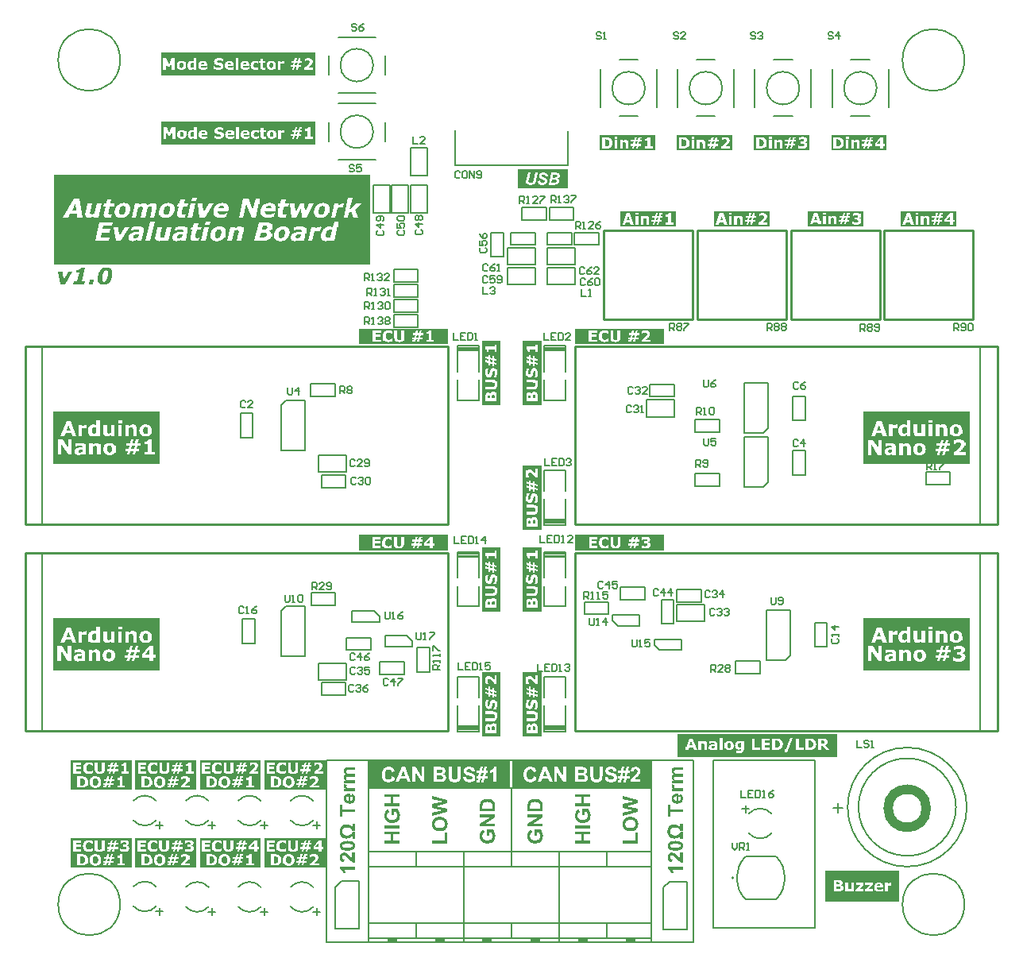
<source format=gto>
G04*
G04 #@! TF.GenerationSoftware,Altium Limited,Altium Designer,20.0.10 (225)*
G04*
G04 Layer_Color=65535*
%FSLAX44Y44*%
%MOMM*%
G71*
G01*
G75*
%ADD10C,0.2032*%
%ADD11C,0.2000*%
%ADD12C,0.1270*%
%ADD13C,0.1524*%
%ADD14C,1.0160*%
%ADD15C,0.2540*%
%ADD16C,0.1500*%
%ADD17R,1.0600X0.4000*%
G36*
X498250Y173250D02*
X347600D01*
Y203750D01*
X498250D01*
Y173250D01*
D02*
G37*
G36*
X532000Y362338D02*
X512000D01*
Y430765D01*
X532000D01*
Y362338D01*
D02*
G37*
G36*
X488500Y582339D02*
X468500D01*
Y650766D01*
X488500D01*
Y582339D01*
D02*
G37*
G36*
X301750Y189071D02*
Y172000D01*
X236750D01*
Y189071D01*
D01*
Y203750D01*
X301750D01*
Y189071D01*
D02*
G37*
G36*
X488500Y362338D02*
X468500D01*
Y430766D01*
X488500D01*
Y362338D01*
D02*
G37*
G36*
X232917Y106071D02*
Y89000D01*
X167917D01*
Y106071D01*
Y120750D01*
X232917D01*
Y106071D01*
D02*
G37*
G36*
X164083Y189071D02*
D01*
Y172000D01*
X99083D01*
Y189071D01*
D01*
Y203750D01*
X164083D01*
Y189071D01*
D02*
G37*
G36*
X95250D02*
D01*
Y172000D01*
X30250D01*
Y189071D01*
D01*
Y203750D01*
X95250D01*
Y189071D01*
D02*
G37*
G36*
X532000Y449235D02*
X512000D01*
Y517662D01*
X532000D01*
Y449235D01*
D02*
G37*
G36*
X817768Y853750D02*
X758748D01*
Y869982D01*
X817768D01*
Y853750D01*
D02*
G37*
G36*
X125068Y548690D02*
Y519250D01*
X11500D01*
Y548690D01*
Y575575D01*
X125068D01*
Y548690D01*
D02*
G37*
G36*
X349500Y781847D02*
Y732000D01*
X12750D01*
Y781847D01*
D01*
Y827750D01*
X349500D01*
Y781847D01*
D02*
G37*
G36*
X988968Y548827D02*
Y519250D01*
X875400D01*
Y548827D01*
D01*
Y575575D01*
X988968D01*
Y548827D01*
D02*
G37*
G36*
X95250Y106071D02*
Y89000D01*
X30250D01*
Y106071D01*
Y120750D01*
X95250D01*
Y106071D01*
D02*
G37*
G36*
X232917Y189071D02*
D01*
Y172000D01*
X167917D01*
Y189071D01*
D01*
Y203750D01*
X232917D01*
Y189071D01*
D02*
G37*
G36*
X875110Y788981D02*
Y772750D01*
X816090D01*
Y788981D01*
X875110D01*
D02*
G37*
G36*
X974210D02*
Y772750D01*
X915190D01*
Y788981D01*
X974210D01*
D02*
G37*
G36*
X900101Y853750D02*
X841081D01*
Y869982D01*
X900101D01*
Y853750D01*
D02*
G37*
G36*
X653101Y869982D02*
Y853750D01*
X594081D01*
Y869982D01*
X653101D01*
D02*
G37*
G36*
X735434Y853750D02*
X676414D01*
Y869982D01*
X735434D01*
Y853750D01*
D02*
G37*
G36*
X125068Y328665D02*
D01*
Y299250D01*
X11500D01*
Y328665D01*
Y355575D01*
X125068D01*
Y328665D01*
D02*
G37*
G36*
X847750Y206750D02*
X676750D01*
Y232000D01*
X847750D01*
Y206750D01*
D02*
G37*
G36*
X662922Y663732D02*
Y647500D01*
X568199D01*
Y663732D01*
X662922D01*
D02*
G37*
G36*
X560459Y813500D02*
X507000D01*
Y833399D01*
X560459D01*
Y813500D01*
D02*
G37*
G36*
X649400Y203750D02*
Y173250D01*
X501250D01*
Y203750D01*
X649400D01*
D02*
G37*
G36*
X662922Y443728D02*
Y427497D01*
X568199D01*
Y443728D01*
X662922D01*
D02*
G37*
G36*
X532000Y229235D02*
X512000D01*
Y297661D01*
X532000D01*
Y229235D01*
D02*
G37*
G36*
X164083Y106071D02*
Y89000D01*
X99083D01*
Y106071D01*
Y120750D01*
X164083D01*
Y106071D01*
D02*
G37*
G36*
X432223Y443731D02*
Y427500D01*
X337500D01*
Y443731D01*
X432223D01*
D02*
G37*
G36*
X988968Y328827D02*
D01*
Y299250D01*
X875400D01*
Y328827D01*
Y355575D01*
X988968D01*
Y328827D01*
D02*
G37*
G36*
X675110Y772750D02*
X616090D01*
Y788981D01*
X675110D01*
Y772750D01*
D02*
G37*
G36*
X913697Y53250D02*
X835000D01*
Y86342D01*
X913697D01*
Y53250D01*
D02*
G37*
G36*
X291000Y859845D02*
X126500D01*
Y884670D01*
X291000D01*
Y859845D01*
D02*
G37*
G36*
X432223Y647500D02*
X337500D01*
Y663732D01*
X432223D01*
Y647500D01*
D02*
G37*
G36*
X488500Y229235D02*
X468500D01*
Y297661D01*
X488500D01*
Y229235D01*
D02*
G37*
G36*
X532000Y582338D02*
X512000D01*
Y650766D01*
X532000D01*
Y582338D01*
D02*
G37*
G36*
X301750Y106071D02*
D01*
Y89000D01*
X236750D01*
Y106071D01*
D01*
Y120750D01*
X301750D01*
Y106071D01*
D02*
G37*
G36*
X291000Y933434D02*
X126500D01*
Y958259D01*
X291000D01*
Y933434D01*
D02*
G37*
G36*
X775110Y772750D02*
X716090D01*
Y788981D01*
X775110D01*
Y772750D01*
D02*
G37*
G36*
X682742Y193208D02*
X676124D01*
X676101D01*
X676054D01*
X675962D01*
X675846D01*
X675545Y193185D01*
X675198Y193162D01*
X674828Y193139D01*
X674458Y193070D01*
X674134Y193000D01*
X674018Y192931D01*
X673902Y192885D01*
X673879Y192861D01*
X673787Y192792D01*
X673694Y192699D01*
X673555Y192561D01*
X673440Y192375D01*
X673324Y192144D01*
X673254Y191866D01*
X673231Y191565D01*
Y191450D01*
X673254Y191334D01*
X673278Y191172D01*
X673324Y190987D01*
X673393Y190779D01*
X673486Y190547D01*
X673625Y190339D01*
X673648Y190316D01*
X673694Y190247D01*
X673787Y190154D01*
X673926Y190038D01*
X674088Y189900D01*
X674273Y189761D01*
X674504Y189645D01*
X674782Y189529D01*
X674828D01*
X674921Y189483D01*
X675106Y189460D01*
X675360Y189414D01*
X675707Y189367D01*
X676124Y189344D01*
X676610Y189298D01*
X677188D01*
X682742D01*
Y186220D01*
X676402D01*
X676378D01*
X676332D01*
X676239D01*
X676124D01*
X675846D01*
X675499Y186197D01*
X675129Y186174D01*
X674782Y186151D01*
X674458Y186105D01*
X674319Y186058D01*
X674226Y186035D01*
X674203D01*
X674134Y186012D01*
X674041Y185966D01*
X673949Y185919D01*
X673694Y185758D01*
X673578Y185642D01*
X673486Y185526D01*
X673463Y185503D01*
X673440Y185457D01*
X673393Y185387D01*
X673347Y185295D01*
X673301Y185156D01*
X673278Y184994D01*
X673231Y184809D01*
Y184485D01*
X673254Y184346D01*
X673278Y184184D01*
X673324Y183976D01*
X673393Y183768D01*
X673486Y183559D01*
X673625Y183328D01*
X673648Y183305D01*
X673694Y183235D01*
X673787Y183143D01*
X673902Y183027D01*
X674064Y182888D01*
X674249Y182749D01*
X674481Y182634D01*
X674735Y182518D01*
X674759D01*
X674874Y182472D01*
X675059Y182449D01*
X675291Y182402D01*
X675638Y182356D01*
X676031Y182333D01*
X676540Y182287D01*
X677119D01*
X682742D01*
Y179209D01*
X671126D01*
Y182032D01*
X672722D01*
X672699Y182055D01*
X672653Y182101D01*
X672560Y182194D01*
X672421Y182310D01*
X672283Y182449D01*
X672144Y182611D01*
X671959Y182819D01*
X671797Y183050D01*
X671635Y183305D01*
X671450Y183582D01*
X671149Y184184D01*
X671033Y184531D01*
X670941Y184878D01*
X670894Y185249D01*
X670871Y185642D01*
Y185827D01*
X670894Y186035D01*
X670918Y186290D01*
X670987Y186591D01*
X671056Y186915D01*
X671172Y187239D01*
X671334Y187562D01*
X671357Y187609D01*
X671426Y187701D01*
X671519Y187863D01*
X671681Y188048D01*
X671889Y188257D01*
X672121Y188488D01*
X672421Y188719D01*
X672746Y188928D01*
X672699Y188974D01*
X672583Y189067D01*
X672421Y189205D01*
X672213Y189414D01*
X671982Y189668D01*
X671750Y189946D01*
X671519Y190247D01*
X671334Y190571D01*
X671311Y190617D01*
X671264Y190732D01*
X671195Y190918D01*
X671103Y191149D01*
X671010Y191427D01*
X670941Y191751D01*
X670894Y192098D01*
X670871Y192468D01*
Y192676D01*
X670894Y192908D01*
X670941Y193208D01*
X671010Y193556D01*
X671103Y193903D01*
X671218Y194273D01*
X671403Y194620D01*
X671426Y194666D01*
X671496Y194759D01*
X671612Y194921D01*
X671774Y195129D01*
X672005Y195337D01*
X672260Y195569D01*
X672560Y195777D01*
X672931Y195962D01*
X672954Y195985D01*
X673069Y196008D01*
X673254Y196055D01*
X673509Y196124D01*
X673833Y196193D01*
X674249Y196240D01*
X674759Y196263D01*
X675337Y196286D01*
X682742D01*
Y193208D01*
D02*
G37*
G36*
X674134Y177127D02*
X674111Y177103D01*
X674064Y176988D01*
X673972Y176849D01*
X673879Y176664D01*
X673787Y176432D01*
X673694Y176201D01*
X673648Y175946D01*
X673625Y175692D01*
Y175599D01*
X673648Y175460D01*
X673671Y175322D01*
X673717Y175160D01*
X673787Y174975D01*
X673879Y174790D01*
X673995Y174604D01*
X674018Y174581D01*
X674064Y174535D01*
X674157Y174442D01*
X674296Y174350D01*
X674458Y174234D01*
X674689Y174118D01*
X674967Y174003D01*
X675291Y173910D01*
X675337D01*
X675406Y173887D01*
X675476Y173864D01*
X675592D01*
X675730Y173841D01*
X675916Y173818D01*
X676124Y173794D01*
X676355Y173771D01*
X676656Y173748D01*
X676957Y173725D01*
X677327D01*
X677720Y173702D01*
X678160Y173679D01*
X678646D01*
X679178D01*
X682742D01*
Y170601D01*
X671126D01*
Y173447D01*
X672769D01*
X672746Y173470D01*
X672607Y173563D01*
X672398Y173702D01*
X672144Y173887D01*
X671889Y174072D01*
X671635Y174303D01*
X671403Y174512D01*
X671241Y174743D01*
X671218Y174766D01*
X671172Y174836D01*
X671126Y174975D01*
X671056Y175137D01*
X670987Y175322D01*
X670918Y175553D01*
X670894Y175784D01*
X670871Y176062D01*
Y176247D01*
X670894Y176455D01*
X670941Y176710D01*
X671010Y177034D01*
X671126Y177381D01*
X671264Y177728D01*
X671473Y178098D01*
X674134Y177127D01*
D02*
G37*
G36*
X677836Y160536D02*
X677859D01*
X677906D01*
X677975D01*
X678067Y160559D01*
X678299Y160582D01*
X678623Y160628D01*
X678947Y160721D01*
X679317Y160860D01*
X679664Y161021D01*
X679965Y161253D01*
X679988Y161276D01*
X680081Y161392D01*
X680196Y161531D01*
X680335Y161739D01*
X680474Y161993D01*
X680590Y162317D01*
X680682Y162664D01*
X680705Y163035D01*
Y163150D01*
X680682Y163289D01*
X680659Y163451D01*
X680613Y163636D01*
X680543Y163845D01*
X680451Y164053D01*
X680312Y164238D01*
X680289Y164261D01*
X680243Y164331D01*
X680150Y164423D01*
X680011Y164516D01*
X679826Y164654D01*
X679618Y164770D01*
X679340Y164886D01*
X679039Y165002D01*
X679548Y168056D01*
X679572D01*
X679618Y168033D01*
X679710Y167987D01*
X679826Y167940D01*
X679965Y167871D01*
X680127Y167801D01*
X680497Y167593D01*
X680914Y167339D01*
X681353Y167015D01*
X681747Y166621D01*
X682117Y166182D01*
Y166159D01*
X682163Y166135D01*
X682186Y166043D01*
X682256Y165950D01*
X682325Y165835D01*
X682395Y165672D01*
X682464Y165511D01*
X682557Y165302D01*
X682719Y164839D01*
X682857Y164307D01*
X682950Y163683D01*
X682996Y163011D01*
Y162873D01*
X682973Y162734D01*
Y162526D01*
X682927Y162271D01*
X682880Y161970D01*
X682834Y161646D01*
X682742Y161322D01*
X682649Y160952D01*
X682510Y160582D01*
X682348Y160212D01*
X682163Y159841D01*
X681932Y159471D01*
X681677Y159124D01*
X681376Y158823D01*
X681029Y158523D01*
X681006Y158499D01*
X680960Y158476D01*
X680867Y158430D01*
X680752Y158337D01*
X680590Y158268D01*
X680405Y158175D01*
X680196Y158060D01*
X679942Y157967D01*
X679664Y157851D01*
X679363Y157759D01*
X679039Y157643D01*
X678669Y157574D01*
X678299Y157504D01*
X677906Y157435D01*
X677466Y157412D01*
X677026Y157389D01*
X677003D01*
X676911D01*
X676749D01*
X676540Y157412D01*
X676309Y157435D01*
X676031Y157458D01*
X675730Y157504D01*
X675383Y157574D01*
X674666Y157759D01*
X674296Y157875D01*
X673902Y158013D01*
X673532Y158198D01*
X673185Y158407D01*
X672838Y158638D01*
X672514Y158893D01*
X672491Y158916D01*
X672445Y158962D01*
X672352Y159055D01*
X672260Y159170D01*
X672144Y159309D01*
X672005Y159494D01*
X671843Y159703D01*
X671681Y159934D01*
X671542Y160189D01*
X671380Y160489D01*
X671241Y160790D01*
X671126Y161137D01*
X671033Y161484D01*
X670941Y161878D01*
X670894Y162271D01*
X670871Y162688D01*
Y162942D01*
X670894Y163127D01*
X670918Y163335D01*
X670964Y163590D01*
X671010Y163868D01*
X671079Y164168D01*
X671172Y164492D01*
X671288Y164816D01*
X671426Y165163D01*
X671612Y165511D01*
X671797Y165835D01*
X672028Y166159D01*
X672306Y166482D01*
X672607Y166760D01*
X672630Y166783D01*
X672676Y166829D01*
X672792Y166899D01*
X672931Y166992D01*
X673116Y167107D01*
X673324Y167223D01*
X673602Y167362D01*
X673902Y167501D01*
X674249Y167639D01*
X674643Y167778D01*
X675059Y167894D01*
X675545Y168010D01*
X676054Y168102D01*
X676610Y168172D01*
X677188Y168218D01*
X677836D01*
Y160536D01*
D02*
G37*
G36*
X669436Y151488D02*
X682742D01*
Y148249D01*
X669436D01*
Y143505D01*
X666729D01*
Y156208D01*
X669436D01*
Y151488D01*
D02*
G37*
G36*
X682742Y128372D02*
X680150D01*
Y128395D01*
X680127Y128464D01*
X680081Y128557D01*
X680011Y128673D01*
X679942Y128835D01*
X679849Y128997D01*
X679618Y129413D01*
X679317Y129853D01*
X678924Y130316D01*
X678461Y130755D01*
X677929Y131149D01*
X677906D01*
X677859Y131195D01*
X677767Y131241D01*
X677651Y131287D01*
X677512Y131380D01*
X677327Y131449D01*
X677119Y131542D01*
X676911Y131635D01*
X676656Y131704D01*
X676378Y131797D01*
X675777Y131958D01*
X675106Y132051D01*
X674365Y132097D01*
X674342D01*
X674273D01*
X674157D01*
X674018Y132074D01*
X673833D01*
X673625Y132051D01*
X673393Y132005D01*
X673139Y131958D01*
X672583Y131843D01*
X671982Y131635D01*
X671357Y131380D01*
X671056Y131195D01*
X670755Y131010D01*
X670732Y130987D01*
X670686Y130963D01*
X670617Y130894D01*
X670501Y130801D01*
X670385Y130686D01*
X670246Y130547D01*
X670108Y130385D01*
X669969Y130200D01*
X669830Y129992D01*
X669668Y129737D01*
X669552Y129482D01*
X669436Y129205D01*
X669321Y128881D01*
X669251Y128534D01*
X669205Y128187D01*
X669182Y127793D01*
Y127585D01*
X669205Y127446D01*
X669228Y127261D01*
X669275Y127053D01*
X669367Y126590D01*
X669552Y126081D01*
X669691Y125803D01*
X669830Y125549D01*
X670015Y125271D01*
X670223Y125017D01*
X670455Y124785D01*
X670732Y124577D01*
X670755D01*
X670802Y124531D01*
X670894Y124484D01*
X671010Y124415D01*
X671149Y124322D01*
X671334Y124230D01*
X671542Y124137D01*
X671774Y124045D01*
X672028Y123929D01*
X672306Y123836D01*
X672907Y123651D01*
X673602Y123536D01*
X673972Y123513D01*
X674365Y123489D01*
X674388D01*
X674458D01*
X674574D01*
X674712Y123513D01*
X674874D01*
X675082Y123536D01*
X675314Y123559D01*
X675568Y123605D01*
X676124Y123721D01*
X676725Y123883D01*
X677350Y124114D01*
X677952Y124415D01*
X677975Y124438D01*
X678021Y124461D01*
X678091Y124508D01*
X678206Y124600D01*
X678461Y124808D01*
X678808Y125132D01*
X679155Y125526D01*
X679525Y126012D01*
X679872Y126590D01*
X680150Y127238D01*
X682742D01*
Y119903D01*
X680034D01*
Y123004D01*
X679988Y122980D01*
X679895Y122888D01*
X679734Y122749D01*
X679502Y122564D01*
X679248Y122356D01*
X678901Y122101D01*
X678530Y121847D01*
X678114Y121592D01*
X677651Y121314D01*
X677142Y121060D01*
X676610Y120828D01*
X676054Y120597D01*
X675476Y120412D01*
X674874Y120273D01*
X674249Y120181D01*
X673602Y120157D01*
X673555D01*
X673463D01*
X673301Y120181D01*
X673093D01*
X672838Y120227D01*
X672537Y120273D01*
X672190Y120319D01*
X671820Y120412D01*
X671426Y120528D01*
X671033Y120666D01*
X670593Y120828D01*
X670177Y121013D01*
X669737Y121245D01*
X669321Y121523D01*
X668904Y121847D01*
X668511Y122194D01*
X668488Y122217D01*
X668418Y122286D01*
X668326Y122402D01*
X668187Y122564D01*
X668025Y122772D01*
X667840Y123027D01*
X667655Y123327D01*
X667470Y123651D01*
X667285Y124045D01*
X667076Y124461D01*
X666914Y124924D01*
X666752Y125410D01*
X666613Y125965D01*
X666521Y126521D01*
X666451Y127145D01*
X666428Y127793D01*
Y127955D01*
X666451Y128140D01*
Y128372D01*
X666498Y128673D01*
X666544Y129020D01*
X666590Y129390D01*
X666683Y129806D01*
X666799Y130246D01*
X666937Y130709D01*
X667100Y131172D01*
X667308Y131635D01*
X667539Y132097D01*
X667817Y132537D01*
X668118Y132977D01*
X668488Y133370D01*
X668511Y133393D01*
X668580Y133462D01*
X668696Y133555D01*
X668858Y133694D01*
X669066Y133856D01*
X669298Y134018D01*
X669575Y134203D01*
X669899Y134411D01*
X670246Y134596D01*
X670640Y134781D01*
X671056Y134943D01*
X671519Y135105D01*
X672005Y135244D01*
X672514Y135337D01*
X673046Y135406D01*
X673602Y135429D01*
X673648D01*
X673764D01*
X673949Y135406D01*
X674180Y135383D01*
X674481Y135337D01*
X674851Y135267D01*
X675245Y135198D01*
X675707Y135082D01*
X676170Y134920D01*
X676679Y134735D01*
X677211Y134504D01*
X677767Y134226D01*
X678322Y133902D01*
X678901Y133509D01*
X679479Y133069D01*
X680034Y132560D01*
Y135684D01*
X682742D01*
Y128372D01*
D02*
G37*
G36*
X675592Y117705D02*
X675962Y117681D01*
X676402Y117635D01*
X676864Y117589D01*
X677373Y117543D01*
X677906Y117450D01*
X678461Y117334D01*
X678993Y117219D01*
X679525Y117057D01*
X680058Y116895D01*
X680543Y116663D01*
X681006Y116432D01*
X681400Y116154D01*
X681423Y116131D01*
X681469Y116085D01*
X681562Y116015D01*
X681654Y115923D01*
X681770Y115784D01*
X681909Y115622D01*
X682071Y115414D01*
X682209Y115205D01*
X682372Y114951D01*
X682533Y114696D01*
X682672Y114396D01*
X682788Y114072D01*
X682880Y113725D01*
X682973Y113331D01*
X683019Y112938D01*
X683043Y112521D01*
Y112429D01*
X683019Y112290D01*
Y112128D01*
X682996Y111943D01*
X682950Y111712D01*
X682904Y111457D01*
X682811Y111179D01*
X682719Y110878D01*
X682603Y110578D01*
X682464Y110254D01*
X682279Y109953D01*
X682094Y109629D01*
X681839Y109328D01*
X681585Y109027D01*
X681261Y108750D01*
X681238Y108727D01*
X681168Y108680D01*
X681052Y108611D01*
X680914Y108541D01*
X680705Y108426D01*
X680451Y108310D01*
X680127Y108171D01*
X679780Y108055D01*
X679363Y107917D01*
X678901Y107778D01*
X678368Y107662D01*
X677790Y107570D01*
X677142Y107477D01*
X676425Y107408D01*
X675661Y107361D01*
X674828Y107338D01*
X674805D01*
X674782D01*
X674712D01*
X674620D01*
X674388D01*
X674088Y107361D01*
X673717Y107384D01*
X673278Y107431D01*
X672815Y107477D01*
X672306Y107523D01*
X671774Y107616D01*
X671241Y107708D01*
X670686Y107847D01*
X670154Y107986D01*
X669645Y108171D01*
X669159Y108379D01*
X668696Y108611D01*
X668303Y108889D01*
X668280Y108912D01*
X668233Y108958D01*
X668141Y109027D01*
X668048Y109143D01*
X667909Y109259D01*
X667770Y109421D01*
X667632Y109629D01*
X667470Y109837D01*
X667308Y110092D01*
X667169Y110346D01*
X667030Y110647D01*
X666891Y110971D01*
X666799Y111318D01*
X666706Y111712D01*
X666660Y112105D01*
X666637Y112521D01*
Y112753D01*
X666660Y112915D01*
X666683Y113100D01*
X666729Y113331D01*
X666776Y113563D01*
X666845Y113840D01*
X666937Y114141D01*
X667053Y114419D01*
X667169Y114720D01*
X667331Y115020D01*
X667539Y115321D01*
X667747Y115622D01*
X668002Y115900D01*
X668303Y116154D01*
X668326Y116177D01*
X668395Y116224D01*
X668511Y116293D01*
X668673Y116409D01*
X668904Y116524D01*
X669182Y116663D01*
X669483Y116802D01*
X669876Y116941D01*
X670293Y117080D01*
X670779Y117242D01*
X671311Y117358D01*
X671912Y117473D01*
X672560Y117589D01*
X673254Y117658D01*
X674018Y117705D01*
X674851Y117728D01*
X674874D01*
X674897D01*
X674967D01*
X675059D01*
X675291D01*
X675592Y117705D01*
D02*
G37*
G36*
X682742Y94496D02*
X682719D01*
X682672D01*
X682580Y94519D01*
X682464Y94542D01*
X682325Y94565D01*
X682163Y94588D01*
X681747Y94681D01*
X681284Y94820D01*
X680775Y95005D01*
X680219Y95236D01*
X679687Y95537D01*
X679664D01*
X679618Y95583D01*
X679525Y95630D01*
X679433Y95722D01*
X679271Y95815D01*
X679109Y95954D01*
X678901Y96116D01*
X678669Y96301D01*
X678391Y96509D01*
X678114Y96763D01*
X677790Y97041D01*
X677443Y97365D01*
X677096Y97712D01*
X676702Y98105D01*
X676286Y98522D01*
X675846Y98985D01*
X675823Y99008D01*
X675754Y99077D01*
X675661Y99170D01*
X675522Y99309D01*
X675383Y99494D01*
X675198Y99679D01*
X674782Y100096D01*
X674342Y100512D01*
X673902Y100928D01*
X673717Y101114D01*
X673509Y101299D01*
X673347Y101438D01*
X673208Y101530D01*
X673162Y101553D01*
X673046Y101623D01*
X672861Y101738D01*
X672607Y101854D01*
X672329Y101970D01*
X672005Y102086D01*
X671681Y102155D01*
X671334Y102178D01*
X671311D01*
X671288D01*
X671172D01*
X670964Y102155D01*
X670732Y102109D01*
X670478Y102039D01*
X670223Y101947D01*
X669969Y101808D01*
X669737Y101623D01*
X669714Y101600D01*
X669645Y101530D01*
X669552Y101391D01*
X669460Y101229D01*
X669367Y100998D01*
X669275Y100743D01*
X669205Y100443D01*
X669182Y100096D01*
Y99934D01*
X669205Y99748D01*
X669251Y99540D01*
X669321Y99286D01*
X669436Y99031D01*
X669575Y98777D01*
X669761Y98545D01*
X669784Y98522D01*
X669876Y98453D01*
X670015Y98360D01*
X670223Y98267D01*
X670478Y98152D01*
X670825Y98059D01*
X671218Y97967D01*
X671681Y97920D01*
X671380Y94866D01*
X671357D01*
X671264Y94889D01*
X671149D01*
X670964Y94935D01*
X670755Y94958D01*
X670524Y95028D01*
X670270Y95097D01*
X669969Y95167D01*
X669390Y95398D01*
X668789Y95676D01*
X668488Y95861D01*
X668210Y96069D01*
X667979Y96301D01*
X667747Y96555D01*
X667724Y96578D01*
X667701Y96625D01*
X667655Y96694D01*
X667562Y96810D01*
X667493Y96948D01*
X667400Y97134D01*
X667285Y97319D01*
X667192Y97550D01*
X667076Y97805D01*
X666984Y98082D01*
X666799Y98684D01*
X666683Y99401D01*
X666660Y99771D01*
X666637Y100165D01*
Y100396D01*
X666660Y100558D01*
X666683Y100766D01*
X666706Y100998D01*
X666752Y101252D01*
X666799Y101530D01*
X666961Y102132D01*
X667192Y102733D01*
X667331Y103057D01*
X667493Y103335D01*
X667701Y103636D01*
X667933Y103890D01*
X667956Y103913D01*
X667979Y103960D01*
X668071Y104006D01*
X668164Y104099D01*
X668280Y104214D01*
X668441Y104330D01*
X668604Y104446D01*
X668812Y104585D01*
X669275Y104816D01*
X669807Y105047D01*
X670108Y105140D01*
X670432Y105186D01*
X670779Y105232D01*
X671126Y105256D01*
X671172D01*
X671311D01*
X671519Y105232D01*
X671774Y105209D01*
X672098Y105163D01*
X672445Y105094D01*
X672815Y105001D01*
X673185Y104862D01*
X673231Y104839D01*
X673347Y104793D01*
X673555Y104700D01*
X673810Y104561D01*
X674111Y104399D01*
X674458Y104191D01*
X674828Y103937D01*
X675221Y103636D01*
X675245Y103613D01*
X675360Y103520D01*
X675522Y103381D01*
X675754Y103173D01*
X676031Y102895D01*
X676402Y102548D01*
X676795Y102132D01*
X677281Y101623D01*
X677304Y101600D01*
X677327Y101553D01*
X677396Y101484D01*
X677489Y101391D01*
X677720Y101137D01*
X677998Y100836D01*
X678299Y100535D01*
X678600Y100234D01*
X678854Y99957D01*
X678970Y99864D01*
X679062Y99771D01*
X679086Y99748D01*
X679132Y99702D01*
X679224Y99633D01*
X679340Y99540D01*
X679595Y99332D01*
X679895Y99147D01*
Y105256D01*
X682742D01*
Y94496D01*
D02*
G37*
G36*
Y87207D02*
X671149D01*
X671172Y87184D01*
X671218Y87137D01*
X671288Y87045D01*
X671403Y86906D01*
X671542Y86744D01*
X671681Y86559D01*
X671843Y86327D01*
X672028Y86073D01*
X672213Y85795D01*
X672398Y85494D01*
X672607Y85171D01*
X672792Y84824D01*
X673139Y84083D01*
X673463Y83250D01*
X670686D01*
Y83273D01*
X670663Y83296D01*
X670640Y83366D01*
X670617Y83458D01*
X670501Y83690D01*
X670362Y84014D01*
X670177Y84407D01*
X669922Y84847D01*
X669598Y85332D01*
X669228Y85842D01*
X669205Y85865D01*
X669182Y85911D01*
X669113Y85980D01*
X669020Y86073D01*
X668789Y86327D01*
X668488Y86605D01*
X668118Y86929D01*
X667655Y87253D01*
X667169Y87554D01*
X666637Y87785D01*
Y90284D01*
X682742D01*
Y87207D01*
D02*
G37*
G36*
X333242Y193208D02*
X326624D01*
X326601D01*
X326554D01*
X326462D01*
X326346D01*
X326045Y193185D01*
X325698Y193162D01*
X325328Y193139D01*
X324958Y193070D01*
X324634Y193000D01*
X324518Y192931D01*
X324402Y192885D01*
X324379Y192861D01*
X324287Y192792D01*
X324194Y192699D01*
X324055Y192561D01*
X323940Y192375D01*
X323824Y192144D01*
X323755Y191866D01*
X323731Y191565D01*
Y191450D01*
X323755Y191334D01*
X323778Y191172D01*
X323824Y190987D01*
X323893Y190779D01*
X323986Y190547D01*
X324125Y190339D01*
X324148Y190316D01*
X324194Y190247D01*
X324287Y190154D01*
X324426Y190038D01*
X324588Y189900D01*
X324773Y189761D01*
X325004Y189645D01*
X325282Y189529D01*
X325328D01*
X325421Y189483D01*
X325606Y189460D01*
X325860Y189414D01*
X326207Y189367D01*
X326624Y189344D01*
X327110Y189298D01*
X327688D01*
X333242D01*
Y186220D01*
X326902D01*
X326878D01*
X326832D01*
X326740D01*
X326624D01*
X326346D01*
X325999Y186197D01*
X325629Y186174D01*
X325282Y186151D01*
X324958Y186105D01*
X324819Y186058D01*
X324726Y186035D01*
X324703D01*
X324634Y186012D01*
X324541Y185966D01*
X324449Y185919D01*
X324194Y185758D01*
X324078Y185642D01*
X323986Y185526D01*
X323963Y185503D01*
X323940Y185457D01*
X323893Y185387D01*
X323847Y185295D01*
X323801Y185156D01*
X323778Y184994D01*
X323731Y184809D01*
Y184485D01*
X323755Y184346D01*
X323778Y184184D01*
X323824Y183976D01*
X323893Y183768D01*
X323986Y183559D01*
X324125Y183328D01*
X324148Y183305D01*
X324194Y183235D01*
X324287Y183143D01*
X324402Y183027D01*
X324564Y182888D01*
X324749Y182749D01*
X324981Y182634D01*
X325235Y182518D01*
X325259D01*
X325374Y182472D01*
X325559Y182449D01*
X325791Y182402D01*
X326138Y182356D01*
X326531Y182333D01*
X327040Y182287D01*
X327619D01*
X333242D01*
Y179209D01*
X321626D01*
Y182032D01*
X323222D01*
X323199Y182055D01*
X323153Y182101D01*
X323060Y182194D01*
X322921Y182310D01*
X322783Y182449D01*
X322644Y182611D01*
X322459Y182819D01*
X322297Y183050D01*
X322135Y183305D01*
X321950Y183582D01*
X321649Y184184D01*
X321533Y184531D01*
X321441Y184878D01*
X321394Y185249D01*
X321371Y185642D01*
Y185827D01*
X321394Y186035D01*
X321417Y186290D01*
X321487Y186591D01*
X321556Y186915D01*
X321672Y187239D01*
X321834Y187562D01*
X321857Y187609D01*
X321926Y187701D01*
X322019Y187863D01*
X322181Y188048D01*
X322389Y188257D01*
X322621Y188488D01*
X322921Y188719D01*
X323246Y188928D01*
X323199Y188974D01*
X323083Y189067D01*
X322921Y189205D01*
X322713Y189414D01*
X322482Y189668D01*
X322251Y189946D01*
X322019Y190247D01*
X321834Y190571D01*
X321811Y190617D01*
X321764Y190732D01*
X321695Y190918D01*
X321603Y191149D01*
X321510Y191427D01*
X321441Y191751D01*
X321394Y192098D01*
X321371Y192468D01*
Y192676D01*
X321394Y192908D01*
X321441Y193208D01*
X321510Y193556D01*
X321603Y193903D01*
X321718Y194273D01*
X321903Y194620D01*
X321926Y194666D01*
X321996Y194759D01*
X322112Y194921D01*
X322274Y195129D01*
X322505Y195337D01*
X322760Y195569D01*
X323060Y195777D01*
X323431Y195962D01*
X323454Y195985D01*
X323569Y196008D01*
X323755Y196055D01*
X324009Y196124D01*
X324333Y196193D01*
X324749Y196240D01*
X325259Y196263D01*
X325837Y196286D01*
X333242D01*
Y193208D01*
D02*
G37*
G36*
X324634Y177127D02*
X324611Y177103D01*
X324564Y176988D01*
X324472Y176849D01*
X324379Y176664D01*
X324287Y176432D01*
X324194Y176201D01*
X324148Y175946D01*
X324125Y175692D01*
Y175599D01*
X324148Y175460D01*
X324171Y175322D01*
X324217Y175160D01*
X324287Y174975D01*
X324379Y174790D01*
X324495Y174604D01*
X324518Y174581D01*
X324564Y174535D01*
X324657Y174442D01*
X324796Y174350D01*
X324958Y174234D01*
X325189Y174118D01*
X325467Y174003D01*
X325791Y173910D01*
X325837D01*
X325906Y173887D01*
X325976Y173864D01*
X326092D01*
X326230Y173841D01*
X326416Y173818D01*
X326624Y173794D01*
X326855Y173771D01*
X327156Y173748D01*
X327457Y173725D01*
X327827D01*
X328220Y173702D01*
X328660Y173679D01*
X329146D01*
X329678D01*
X333242D01*
Y170601D01*
X321626D01*
Y173447D01*
X323269D01*
X323246Y173470D01*
X323107Y173563D01*
X322898Y173702D01*
X322644Y173887D01*
X322389Y174072D01*
X322135Y174303D01*
X321903Y174512D01*
X321741Y174743D01*
X321718Y174766D01*
X321672Y174836D01*
X321626Y174975D01*
X321556Y175137D01*
X321487Y175322D01*
X321417Y175553D01*
X321394Y175784D01*
X321371Y176062D01*
Y176247D01*
X321394Y176455D01*
X321441Y176710D01*
X321510Y177034D01*
X321626Y177381D01*
X321764Y177728D01*
X321973Y178098D01*
X324634Y177127D01*
D02*
G37*
G36*
X328336Y160536D02*
X328359D01*
X328405D01*
X328475D01*
X328568Y160559D01*
X328799Y160582D01*
X329123Y160628D01*
X329447Y160721D01*
X329817Y160860D01*
X330164Y161021D01*
X330465Y161253D01*
X330488Y161276D01*
X330581Y161392D01*
X330696Y161531D01*
X330835Y161739D01*
X330974Y161993D01*
X331090Y162317D01*
X331182Y162664D01*
X331205Y163035D01*
Y163150D01*
X331182Y163289D01*
X331159Y163451D01*
X331113Y163636D01*
X331043Y163845D01*
X330951Y164053D01*
X330812Y164238D01*
X330789Y164261D01*
X330743Y164331D01*
X330650Y164423D01*
X330511Y164516D01*
X330326Y164654D01*
X330118Y164770D01*
X329840Y164886D01*
X329539Y165002D01*
X330048Y168056D01*
X330072D01*
X330118Y168033D01*
X330210Y167987D01*
X330326Y167940D01*
X330465Y167871D01*
X330627Y167801D01*
X330997Y167593D01*
X331414Y167339D01*
X331853Y167015D01*
X332247Y166621D01*
X332617Y166182D01*
Y166159D01*
X332663Y166135D01*
X332686Y166043D01*
X332756Y165950D01*
X332825Y165835D01*
X332895Y165672D01*
X332964Y165511D01*
X333057Y165302D01*
X333218Y164839D01*
X333357Y164307D01*
X333450Y163683D01*
X333496Y163011D01*
Y162873D01*
X333473Y162734D01*
Y162526D01*
X333427Y162271D01*
X333381Y161970D01*
X333334Y161646D01*
X333242Y161322D01*
X333149Y160952D01*
X333010Y160582D01*
X332848Y160212D01*
X332663Y159841D01*
X332432Y159471D01*
X332177Y159124D01*
X331876Y158823D01*
X331529Y158523D01*
X331506Y158499D01*
X331460Y158476D01*
X331367Y158430D01*
X331252Y158337D01*
X331090Y158268D01*
X330905Y158175D01*
X330696Y158060D01*
X330442Y157967D01*
X330164Y157851D01*
X329863Y157759D01*
X329539Y157643D01*
X329169Y157574D01*
X328799Y157504D01*
X328405Y157435D01*
X327966Y157412D01*
X327526Y157389D01*
X327503D01*
X327411D01*
X327249D01*
X327040Y157412D01*
X326809Y157435D01*
X326531Y157458D01*
X326230Y157504D01*
X325883Y157574D01*
X325166Y157759D01*
X324796Y157875D01*
X324402Y158013D01*
X324032Y158198D01*
X323685Y158407D01*
X323338Y158638D01*
X323014Y158893D01*
X322991Y158916D01*
X322945Y158962D01*
X322852Y159055D01*
X322760Y159170D01*
X322644Y159309D01*
X322505Y159494D01*
X322343Y159703D01*
X322181Y159934D01*
X322042Y160189D01*
X321880Y160489D01*
X321741Y160790D01*
X321626Y161137D01*
X321533Y161484D01*
X321441Y161878D01*
X321394Y162271D01*
X321371Y162688D01*
Y162942D01*
X321394Y163127D01*
X321417Y163335D01*
X321464Y163590D01*
X321510Y163868D01*
X321579Y164168D01*
X321672Y164492D01*
X321788Y164816D01*
X321926Y165163D01*
X322112Y165511D01*
X322297Y165835D01*
X322528Y166159D01*
X322806Y166482D01*
X323107Y166760D01*
X323130Y166783D01*
X323176Y166829D01*
X323292Y166899D01*
X323431Y166992D01*
X323616Y167107D01*
X323824Y167223D01*
X324102Y167362D01*
X324402Y167501D01*
X324749Y167639D01*
X325143Y167778D01*
X325559Y167894D01*
X326045Y168010D01*
X326554Y168102D01*
X327110Y168172D01*
X327688Y168218D01*
X328336D01*
Y160536D01*
D02*
G37*
G36*
X319937Y151488D02*
X333242D01*
Y148249D01*
X319937D01*
Y143505D01*
X317229D01*
Y156208D01*
X319937D01*
Y151488D01*
D02*
G37*
G36*
X333242Y128372D02*
X330650D01*
Y128395D01*
X330627Y128464D01*
X330581Y128557D01*
X330511Y128673D01*
X330442Y128835D01*
X330349Y128997D01*
X330118Y129413D01*
X329817Y129853D01*
X329424Y130316D01*
X328961Y130755D01*
X328429Y131149D01*
X328405D01*
X328359Y131195D01*
X328267Y131241D01*
X328151Y131287D01*
X328012Y131380D01*
X327827Y131449D01*
X327619Y131542D01*
X327411Y131635D01*
X327156Y131704D01*
X326878Y131797D01*
X326277Y131958D01*
X325606Y132051D01*
X324865Y132097D01*
X324842D01*
X324773D01*
X324657D01*
X324518Y132074D01*
X324333D01*
X324125Y132051D01*
X323893Y132005D01*
X323639Y131958D01*
X323083Y131843D01*
X322482Y131635D01*
X321857Y131380D01*
X321556Y131195D01*
X321255Y131010D01*
X321232Y130987D01*
X321186Y130963D01*
X321117Y130894D01*
X321001Y130801D01*
X320885Y130686D01*
X320746Y130547D01*
X320608Y130385D01*
X320469Y130200D01*
X320330Y129992D01*
X320168Y129737D01*
X320052Y129482D01*
X319937Y129205D01*
X319821Y128881D01*
X319751Y128534D01*
X319705Y128187D01*
X319682Y127793D01*
Y127585D01*
X319705Y127446D01*
X319728Y127261D01*
X319774Y127053D01*
X319867Y126590D01*
X320052Y126081D01*
X320191Y125803D01*
X320330Y125549D01*
X320515Y125271D01*
X320723Y125017D01*
X320955Y124785D01*
X321232Y124577D01*
X321255D01*
X321302Y124531D01*
X321394Y124484D01*
X321510Y124415D01*
X321649Y124322D01*
X321834Y124230D01*
X322042Y124137D01*
X322274Y124045D01*
X322528Y123929D01*
X322806Y123836D01*
X323407Y123651D01*
X324102Y123536D01*
X324472Y123513D01*
X324865Y123489D01*
X324888D01*
X324958D01*
X325074D01*
X325212Y123513D01*
X325374D01*
X325583Y123536D01*
X325814Y123559D01*
X326068Y123605D01*
X326624Y123721D01*
X327225Y123883D01*
X327850Y124114D01*
X328452Y124415D01*
X328475Y124438D01*
X328521Y124461D01*
X328591Y124508D01*
X328706Y124600D01*
X328961Y124808D01*
X329308Y125132D01*
X329655Y125526D01*
X330025Y126012D01*
X330372Y126590D01*
X330650Y127238D01*
X333242D01*
Y119903D01*
X330534D01*
Y123004D01*
X330488Y122980D01*
X330396Y122888D01*
X330234Y122749D01*
X330002Y122564D01*
X329748Y122356D01*
X329400Y122101D01*
X329030Y121847D01*
X328614Y121592D01*
X328151Y121314D01*
X327642Y121060D01*
X327110Y120828D01*
X326554Y120597D01*
X325976Y120412D01*
X325374Y120273D01*
X324749Y120181D01*
X324102Y120157D01*
X324055D01*
X323963D01*
X323801Y120181D01*
X323592D01*
X323338Y120227D01*
X323037Y120273D01*
X322690Y120319D01*
X322320Y120412D01*
X321926Y120528D01*
X321533Y120666D01*
X321093Y120828D01*
X320677Y121013D01*
X320237Y121245D01*
X319821Y121523D01*
X319404Y121847D01*
X319011Y122194D01*
X318988Y122217D01*
X318918Y122286D01*
X318826Y122402D01*
X318687Y122564D01*
X318525Y122772D01*
X318340Y123027D01*
X318155Y123327D01*
X317970Y123651D01*
X317785Y124045D01*
X317576Y124461D01*
X317414Y124924D01*
X317252Y125410D01*
X317113Y125965D01*
X317021Y126521D01*
X316952Y127145D01*
X316928Y127793D01*
Y127955D01*
X316952Y128140D01*
Y128372D01*
X316998Y128673D01*
X317044Y129020D01*
X317090Y129390D01*
X317183Y129806D01*
X317299Y130246D01*
X317437Y130709D01*
X317599Y131172D01*
X317808Y131635D01*
X318039Y132097D01*
X318317Y132537D01*
X318618Y132977D01*
X318988Y133370D01*
X319011Y133393D01*
X319080Y133462D01*
X319196Y133555D01*
X319358Y133694D01*
X319566Y133856D01*
X319798Y134018D01*
X320075Y134203D01*
X320399Y134411D01*
X320746Y134596D01*
X321140Y134781D01*
X321556Y134943D01*
X322019Y135105D01*
X322505Y135244D01*
X323014Y135337D01*
X323546Y135406D01*
X324102Y135429D01*
X324148D01*
X324264D01*
X324449Y135406D01*
X324680Y135383D01*
X324981Y135337D01*
X325351Y135267D01*
X325745Y135198D01*
X326207Y135082D01*
X326670Y134920D01*
X327179Y134735D01*
X327711Y134504D01*
X328267Y134226D01*
X328822Y133902D01*
X329400Y133509D01*
X329979Y133069D01*
X330534Y132560D01*
Y135684D01*
X333242D01*
Y128372D01*
D02*
G37*
G36*
X326092Y117705D02*
X326462Y117681D01*
X326902Y117635D01*
X327364Y117589D01*
X327873Y117543D01*
X328405Y117450D01*
X328961Y117334D01*
X329493Y117219D01*
X330025Y117057D01*
X330558Y116895D01*
X331043Y116663D01*
X331506Y116432D01*
X331900Y116154D01*
X331923Y116131D01*
X331969Y116085D01*
X332062Y116015D01*
X332154Y115923D01*
X332270Y115784D01*
X332409Y115622D01*
X332571Y115414D01*
X332710Y115205D01*
X332871Y114951D01*
X333033Y114696D01*
X333172Y114396D01*
X333288Y114072D01*
X333381Y113725D01*
X333473Y113331D01*
X333519Y112938D01*
X333543Y112521D01*
Y112429D01*
X333519Y112290D01*
Y112128D01*
X333496Y111943D01*
X333450Y111712D01*
X333404Y111457D01*
X333311Y111179D01*
X333218Y110878D01*
X333103Y110578D01*
X332964Y110254D01*
X332779Y109953D01*
X332594Y109629D01*
X332339Y109328D01*
X332085Y109027D01*
X331761Y108750D01*
X331738Y108727D01*
X331668Y108680D01*
X331553Y108611D01*
X331414Y108541D01*
X331205Y108426D01*
X330951Y108310D01*
X330627Y108171D01*
X330280Y108055D01*
X329863Y107917D01*
X329400Y107778D01*
X328868Y107662D01*
X328290Y107570D01*
X327642Y107477D01*
X326925Y107408D01*
X326161Y107361D01*
X325328Y107338D01*
X325305D01*
X325282D01*
X325212D01*
X325120D01*
X324888D01*
X324588Y107361D01*
X324217Y107384D01*
X323778Y107431D01*
X323315Y107477D01*
X322806Y107523D01*
X322274Y107616D01*
X321741Y107708D01*
X321186Y107847D01*
X320654Y107986D01*
X320145Y108171D01*
X319659Y108379D01*
X319196Y108611D01*
X318803Y108889D01*
X318780Y108912D01*
X318733Y108958D01*
X318641Y109027D01*
X318548Y109143D01*
X318409Y109259D01*
X318270Y109421D01*
X318132Y109629D01*
X317970Y109837D01*
X317808Y110092D01*
X317669Y110346D01*
X317530Y110647D01*
X317391Y110971D01*
X317299Y111318D01*
X317206Y111712D01*
X317160Y112105D01*
X317137Y112521D01*
Y112753D01*
X317160Y112915D01*
X317183Y113100D01*
X317229Y113331D01*
X317276Y113563D01*
X317345Y113840D01*
X317437Y114141D01*
X317553Y114419D01*
X317669Y114720D01*
X317831Y115020D01*
X318039Y115321D01*
X318247Y115622D01*
X318502Y115900D01*
X318803Y116154D01*
X318826Y116177D01*
X318895Y116224D01*
X319011Y116293D01*
X319173Y116409D01*
X319404Y116524D01*
X319682Y116663D01*
X319983Y116802D01*
X320376Y116941D01*
X320793Y117080D01*
X321279Y117242D01*
X321811Y117358D01*
X322412Y117473D01*
X323060Y117589D01*
X323755Y117658D01*
X324518Y117705D01*
X325351Y117728D01*
X325374D01*
X325397D01*
X325467D01*
X325559D01*
X325791D01*
X326092Y117705D01*
D02*
G37*
G36*
X333242Y94496D02*
X333218D01*
X333172D01*
X333080Y94519D01*
X332964Y94542D01*
X332825Y94565D01*
X332663Y94588D01*
X332247Y94681D01*
X331784Y94820D01*
X331275Y95005D01*
X330719Y95236D01*
X330187Y95537D01*
X330164D01*
X330118Y95583D01*
X330025Y95630D01*
X329933Y95722D01*
X329771Y95815D01*
X329609Y95954D01*
X329400Y96116D01*
X329169Y96301D01*
X328891Y96509D01*
X328614Y96763D01*
X328290Y97041D01*
X327943Y97365D01*
X327596Y97712D01*
X327202Y98105D01*
X326786Y98522D01*
X326346Y98985D01*
X326323Y99008D01*
X326254Y99077D01*
X326161Y99170D01*
X326022Y99309D01*
X325883Y99494D01*
X325698Y99679D01*
X325282Y100096D01*
X324842Y100512D01*
X324402Y100928D01*
X324217Y101114D01*
X324009Y101299D01*
X323847Y101438D01*
X323708Y101530D01*
X323662Y101553D01*
X323546Y101623D01*
X323361Y101738D01*
X323107Y101854D01*
X322829Y101970D01*
X322505Y102086D01*
X322181Y102155D01*
X321834Y102178D01*
X321811D01*
X321788D01*
X321672D01*
X321464Y102155D01*
X321232Y102109D01*
X320978Y102039D01*
X320723Y101947D01*
X320469Y101808D01*
X320237Y101623D01*
X320214Y101600D01*
X320145Y101530D01*
X320052Y101391D01*
X319960Y101229D01*
X319867Y100998D01*
X319774Y100743D01*
X319705Y100443D01*
X319682Y100096D01*
Y99934D01*
X319705Y99748D01*
X319751Y99540D01*
X319821Y99286D01*
X319937Y99031D01*
X320075Y98777D01*
X320261Y98545D01*
X320284Y98522D01*
X320376Y98453D01*
X320515Y98360D01*
X320723Y98267D01*
X320978Y98152D01*
X321325Y98059D01*
X321718Y97967D01*
X322181Y97920D01*
X321880Y94866D01*
X321857D01*
X321764Y94889D01*
X321649D01*
X321464Y94935D01*
X321255Y94958D01*
X321024Y95028D01*
X320770Y95097D01*
X320469Y95167D01*
X319890Y95398D01*
X319289Y95676D01*
X318988Y95861D01*
X318710Y96069D01*
X318479Y96301D01*
X318247Y96555D01*
X318224Y96578D01*
X318201Y96625D01*
X318155Y96694D01*
X318062Y96810D01*
X317993Y96948D01*
X317900Y97134D01*
X317785Y97319D01*
X317692Y97550D01*
X317576Y97805D01*
X317484Y98082D01*
X317299Y98684D01*
X317183Y99401D01*
X317160Y99771D01*
X317137Y100165D01*
Y100396D01*
X317160Y100558D01*
X317183Y100766D01*
X317206Y100998D01*
X317252Y101252D01*
X317299Y101530D01*
X317461Y102132D01*
X317692Y102733D01*
X317831Y103057D01*
X317993Y103335D01*
X318201Y103636D01*
X318433Y103890D01*
X318456Y103913D01*
X318479Y103960D01*
X318571Y104006D01*
X318664Y104099D01*
X318780Y104214D01*
X318941Y104330D01*
X319104Y104446D01*
X319312Y104585D01*
X319774Y104816D01*
X320307Y105047D01*
X320608Y105140D01*
X320932Y105186D01*
X321279Y105232D01*
X321626Y105256D01*
X321672D01*
X321811D01*
X322019Y105232D01*
X322274Y105209D01*
X322598Y105163D01*
X322945Y105094D01*
X323315Y105001D01*
X323685Y104862D01*
X323731Y104839D01*
X323847Y104793D01*
X324055Y104700D01*
X324310Y104561D01*
X324611Y104399D01*
X324958Y104191D01*
X325328Y103937D01*
X325721Y103636D01*
X325745Y103613D01*
X325860Y103520D01*
X326022Y103381D01*
X326254Y103173D01*
X326531Y102895D01*
X326902Y102548D01*
X327295Y102132D01*
X327781Y101623D01*
X327804Y101600D01*
X327827Y101553D01*
X327896Y101484D01*
X327989Y101391D01*
X328220Y101137D01*
X328498Y100836D01*
X328799Y100535D01*
X329100Y100234D01*
X329354Y99957D01*
X329470Y99864D01*
X329562Y99771D01*
X329586Y99748D01*
X329632Y99702D01*
X329725Y99633D01*
X329840Y99540D01*
X330095Y99332D01*
X330396Y99147D01*
Y105256D01*
X333242D01*
Y94496D01*
D02*
G37*
G36*
Y87207D02*
X321649D01*
X321672Y87184D01*
X321718Y87137D01*
X321788Y87045D01*
X321903Y86906D01*
X322042Y86744D01*
X322181Y86559D01*
X322343Y86327D01*
X322528Y86073D01*
X322713Y85795D01*
X322898Y85494D01*
X323107Y85171D01*
X323292Y84824D01*
X323639Y84083D01*
X323963Y83250D01*
X321186D01*
Y83273D01*
X321163Y83296D01*
X321140Y83366D01*
X321117Y83458D01*
X321001Y83690D01*
X320862Y84014D01*
X320677Y84407D01*
X320422Y84847D01*
X320098Y85332D01*
X319728Y85842D01*
X319705Y85865D01*
X319682Y85911D01*
X319613Y85980D01*
X319520Y86073D01*
X319289Y86327D01*
X318988Y86605D01*
X318618Y86929D01*
X318155Y87253D01*
X317669Y87554D01*
X317137Y87785D01*
Y90284D01*
X333242D01*
Y87207D01*
D02*
G37*
G36*
X23996Y710750D02*
X19054D01*
X17000Y724270D01*
X21442D01*
X22441Y714914D01*
X27661Y724270D01*
X32352D01*
X23996Y710750D01*
D02*
G37*
G36*
X53952D02*
X49454D01*
X50537Y715497D01*
X55062D01*
X53952Y710750D01*
D02*
G37*
G36*
X41903Y713887D02*
X45623D01*
X44873Y710750D01*
X32908D01*
X33630Y713887D01*
X37405D01*
X39571Y723382D01*
X35823D01*
X36489Y726297D01*
X37016D01*
X37266Y726325D01*
X37544D01*
X38155Y726380D01*
X38182D01*
X38294Y726408D01*
X38460Y726436D01*
X38654Y726463D01*
X39127Y726574D01*
X39349Y726658D01*
X39571Y726741D01*
X39598D01*
X39682Y726797D01*
X39793Y726852D01*
X39959Y726935D01*
X40293Y727185D01*
X40653Y727491D01*
X40681Y727518D01*
X40737Y727574D01*
X40820Y727685D01*
X40903Y727824D01*
X41014Y727990D01*
X41125Y728213D01*
X41236Y728462D01*
X41320Y728740D01*
X45317D01*
X41903Y713887D01*
D02*
G37*
G36*
X68804Y729018D02*
X69082Y728990D01*
X69387Y728962D01*
X69720Y728934D01*
X70081Y728851D01*
X70859Y728684D01*
X71664Y728407D01*
X72052Y728240D01*
X72441Y728046D01*
X72802Y727824D01*
X73107Y727546D01*
X73135Y727518D01*
X73191Y727491D01*
X73246Y727380D01*
X73357Y727269D01*
X73496Y727130D01*
X73635Y726935D01*
X73774Y726713D01*
X73940Y726436D01*
X74079Y726158D01*
X74218Y725825D01*
X74357Y725464D01*
X74496Y725075D01*
X74607Y724659D01*
X74662Y724187D01*
X74718Y723687D01*
X74745Y723160D01*
Y723132D01*
Y723049D01*
Y722910D01*
Y722743D01*
X74718Y722521D01*
Y722244D01*
X74690Y721966D01*
X74662Y721633D01*
X74634Y721272D01*
X74607Y720883D01*
X74496Y720078D01*
X74357Y719190D01*
X74162Y718301D01*
Y718274D01*
X74135Y718190D01*
X74107Y718079D01*
X74051Y717913D01*
X73996Y717691D01*
X73913Y717468D01*
X73829Y717191D01*
X73746Y716913D01*
X73496Y716275D01*
X73191Y715581D01*
X72857Y714887D01*
X72469Y714220D01*
X72441Y714193D01*
X72413Y714137D01*
X72330Y714026D01*
X72247Y713915D01*
X72108Y713748D01*
X71969Y713554D01*
X71608Y713138D01*
X71164Y712666D01*
X70664Y712194D01*
X70081Y711749D01*
X69471Y711333D01*
X69443D01*
X69387Y711305D01*
X69304Y711250D01*
X69165Y711194D01*
X68999Y711111D01*
X68832Y711028D01*
X68610Y710944D01*
X68360Y710861D01*
X67777Y710695D01*
X67111Y710528D01*
X66389Y710417D01*
X65584Y710389D01*
X65279D01*
X65056Y710417D01*
X64806Y710445D01*
X64501Y710472D01*
X64168Y710500D01*
X63807Y710556D01*
X63030Y710722D01*
X62225Y711000D01*
X61836Y711139D01*
X61475Y711333D01*
X61114Y711555D01*
X60781Y711805D01*
X60753Y711833D01*
X60698Y711861D01*
X60614Y711944D01*
X60531Y712083D01*
X60392Y712221D01*
X60254Y712416D01*
X60115Y712638D01*
X59948Y712888D01*
X59781Y713193D01*
X59643Y713526D01*
X59504Y713887D01*
X59365Y714276D01*
X59282Y714720D01*
X59198Y715192D01*
X59143Y715692D01*
X59115Y716247D01*
Y716275D01*
Y716358D01*
Y716497D01*
Y716691D01*
X59143Y716913D01*
Y717191D01*
X59171Y717496D01*
X59198Y717829D01*
X59254Y718579D01*
X59337Y719384D01*
X59476Y720245D01*
X59671Y721105D01*
Y721133D01*
X59698Y721216D01*
X59726Y721327D01*
X59781Y721494D01*
X59837Y721688D01*
X59920Y721910D01*
X60004Y722188D01*
X60087Y722466D01*
X60337Y723104D01*
X60614Y723798D01*
X60975Y724492D01*
X61364Y725186D01*
X61392Y725214D01*
X61420Y725270D01*
X61475Y725353D01*
X61586Y725492D01*
X61836Y725797D01*
X62169Y726214D01*
X62586Y726658D01*
X63085Y727130D01*
X63640Y727574D01*
X64279Y727990D01*
X64307D01*
X64362Y728046D01*
X64446Y728101D01*
X64584Y728157D01*
X64751Y728240D01*
X64945Y728324D01*
X65167Y728407D01*
X65445Y728518D01*
X66028Y728712D01*
X66694Y728879D01*
X67472Y728990D01*
X68277Y729045D01*
X68582D01*
X68804Y729018D01*
D02*
G37*
G36*
X634992Y161580D02*
Y158086D01*
X623029Y154939D01*
X634992Y151745D01*
Y148228D01*
X618979Y144433D01*
Y147742D01*
X629994Y150149D01*
X618979Y153064D01*
Y156952D01*
X630179Y159728D01*
X618979Y162181D01*
Y165444D01*
X634992Y161580D01*
D02*
G37*
G36*
X627379Y143438D02*
X627657D01*
X627980Y143392D01*
X628351Y143346D01*
X628790Y143276D01*
X629230Y143207D01*
X629716Y143091D01*
X630225Y142952D01*
X630734Y142767D01*
X631243Y142559D01*
X631729Y142328D01*
X632215Y142027D01*
X632678Y141703D01*
X633117Y141333D01*
X633140Y141309D01*
X633210Y141240D01*
X633326Y141124D01*
X633465Y140939D01*
X633627Y140731D01*
X633812Y140477D01*
X633997Y140176D01*
X634205Y139852D01*
X634413Y139458D01*
X634598Y139042D01*
X634783Y138579D01*
X634945Y138070D01*
X635084Y137538D01*
X635200Y136959D01*
X635269Y136358D01*
X635293Y135710D01*
Y135548D01*
X635269Y135363D01*
X635246Y135131D01*
X635223Y134831D01*
X635177Y134483D01*
X635107Y134090D01*
X635015Y133673D01*
X634899Y133211D01*
X634760Y132771D01*
X634575Y132285D01*
X634367Y131822D01*
X634136Y131336D01*
X633835Y130897D01*
X633511Y130457D01*
X633117Y130041D01*
X633094Y130017D01*
X633025Y129948D01*
X632886Y129855D01*
X632724Y129717D01*
X632493Y129555D01*
X632215Y129370D01*
X631914Y129185D01*
X631544Y128999D01*
X631151Y128791D01*
X630688Y128606D01*
X630202Y128421D01*
X629670Y128259D01*
X629091Y128120D01*
X628466Y128027D01*
X627795Y127958D01*
X627101Y127935D01*
X627078D01*
X626986D01*
X626870D01*
X626685Y127958D01*
X626476D01*
X626245Y127981D01*
X625967Y128004D01*
X625667Y128027D01*
X625019Y128120D01*
X624324Y128236D01*
X623630Y128421D01*
X622982Y128652D01*
X622959D01*
X622936Y128675D01*
X622867Y128722D01*
X622774Y128745D01*
X622543Y128884D01*
X622242Y129046D01*
X621895Y129254D01*
X621548Y129508D01*
X621154Y129809D01*
X620784Y130133D01*
X620761Y130156D01*
X620738Y130179D01*
X620622Y130295D01*
X620437Y130503D01*
X620229Y130758D01*
X619997Y131059D01*
X619743Y131406D01*
X619511Y131799D01*
X619326Y132216D01*
Y132239D01*
X619303Y132285D01*
X619257Y132378D01*
X619234Y132493D01*
X619164Y132632D01*
X619118Y132794D01*
X619072Y133003D01*
X619002Y133211D01*
X618887Y133720D01*
X618771Y134298D01*
X618702Y134969D01*
X618678Y135663D01*
Y135826D01*
X618702Y136011D01*
Y136242D01*
X618748Y136543D01*
X618794Y136890D01*
X618863Y137283D01*
X618956Y137700D01*
X619072Y138139D01*
X619211Y138602D01*
X619396Y139065D01*
X619604Y139551D01*
X619859Y140014D01*
X620159Y140477D01*
X620506Y140916D01*
X620900Y141333D01*
X620923Y141356D01*
X620992Y141425D01*
X621131Y141541D01*
X621293Y141657D01*
X621525Y141819D01*
X621802Y142004D01*
X622126Y142189D01*
X622496Y142397D01*
X622890Y142605D01*
X623353Y142790D01*
X623862Y142976D01*
X624394Y143138D01*
X624995Y143276D01*
X625620Y143369D01*
X626291Y143438D01*
X627009Y143462D01*
X627055D01*
X627171D01*
X627379Y143438D01*
D02*
G37*
G36*
X634992Y115000D02*
X619095D01*
Y118239D01*
X632284D01*
Y126292D01*
X634992D01*
Y115000D01*
D02*
G37*
G36*
X584192Y164333D02*
X577180D01*
Y158016D01*
X584192D01*
Y154777D01*
X568179D01*
Y158016D01*
X574473D01*
Y164333D01*
X568179D01*
Y167573D01*
X584192D01*
Y164333D01*
D02*
G37*
G36*
X582086Y151722D02*
X582132Y151653D01*
X582202Y151583D01*
X582294Y151468D01*
X582387Y151352D01*
X582618Y151028D01*
X582873Y150588D01*
X583174Y150079D01*
X583474Y149501D01*
X583752Y148807D01*
Y148784D01*
X583775Y148714D01*
X583821Y148622D01*
X583868Y148483D01*
X583914Y148298D01*
X583983Y148089D01*
X584053Y147858D01*
X584122Y147603D01*
X584261Y147025D01*
X584377Y146354D01*
X584469Y145660D01*
X584492Y144919D01*
Y144665D01*
X584469Y144503D01*
Y144271D01*
X584446Y144017D01*
X584400Y143739D01*
X584354Y143415D01*
X584238Y142744D01*
X584053Y142004D01*
X583798Y141240D01*
X583636Y140893D01*
X583451Y140523D01*
X583428Y140500D01*
X583405Y140453D01*
X583335Y140338D01*
X583243Y140222D01*
X583150Y140060D01*
X583012Y139898D01*
X582850Y139690D01*
X582664Y139481D01*
X582248Y139019D01*
X581716Y138556D01*
X581114Y138116D01*
X580420Y137723D01*
X580397D01*
X580327Y137677D01*
X580212Y137630D01*
X580073Y137584D01*
X579888Y137515D01*
X579679Y137422D01*
X579425Y137353D01*
X579147Y137260D01*
X578847Y137168D01*
X578499Y137098D01*
X577782Y136936D01*
X576995Y136844D01*
X576139Y136797D01*
X576116D01*
X576023D01*
X575885D01*
X575723Y136820D01*
X575491D01*
X575237Y136844D01*
X574959Y136890D01*
X574635Y136936D01*
X573964Y137052D01*
X573200Y137237D01*
X572437Y137492D01*
X572067Y137654D01*
X571696Y137839D01*
X571673Y137862D01*
X571604Y137885D01*
X571511Y137954D01*
X571372Y138024D01*
X571211Y138139D01*
X571025Y138278D01*
X570817Y138440D01*
X570586Y138602D01*
X570354Y138810D01*
X570100Y139042D01*
X569845Y139296D01*
X569591Y139574D01*
X569359Y139875D01*
X569105Y140176D01*
X568688Y140893D01*
Y140916D01*
X568642Y140962D01*
X568619Y141055D01*
X568549Y141171D01*
X568503Y141333D01*
X568434Y141495D01*
X568364Y141726D01*
X568272Y141957D01*
X568202Y142212D01*
X568133Y142513D01*
X568064Y142837D01*
X567994Y143161D01*
X567902Y143901D01*
X567878Y144734D01*
Y145012D01*
X567902Y145220D01*
X567925Y145475D01*
X567948Y145775D01*
X567971Y146099D01*
X568040Y146446D01*
X568179Y147187D01*
X568411Y147950D01*
X568549Y148344D01*
X568711Y148714D01*
X568897Y149061D01*
X569128Y149385D01*
X569151Y149408D01*
X569174Y149455D01*
X569267Y149547D01*
X569359Y149663D01*
X569475Y149802D01*
X569637Y149941D01*
X569822Y150103D01*
X570030Y150288D01*
X570262Y150473D01*
X570516Y150658D01*
X570794Y150843D01*
X571118Y151005D01*
X571442Y151190D01*
X571789Y151329D01*
X572182Y151468D01*
X572576Y151560D01*
X573177Y148344D01*
X573154D01*
X573131Y148321D01*
X572992Y148274D01*
X572784Y148182D01*
X572506Y148043D01*
X572206Y147881D01*
X571905Y147650D01*
X571604Y147372D01*
X571326Y147048D01*
X571303Y147002D01*
X571211Y146886D01*
X571095Y146678D01*
X570979Y146423D01*
X570840Y146076D01*
X570748Y145683D01*
X570655Y145243D01*
X570632Y144734D01*
Y144526D01*
X570655Y144387D01*
X570678Y144202D01*
X570701Y143994D01*
X570748Y143762D01*
X570794Y143508D01*
X570956Y142976D01*
X571072Y142698D01*
X571211Y142420D01*
X571372Y142142D01*
X571534Y141865D01*
X571766Y141610D01*
X571997Y141356D01*
X572020Y141333D01*
X572067Y141309D01*
X572136Y141240D01*
X572252Y141171D01*
X572391Y141078D01*
X572553Y140962D01*
X572761Y140847D01*
X572992Y140754D01*
X573270Y140639D01*
X573571Y140523D01*
X573895Y140407D01*
X574242Y140315D01*
X574635Y140245D01*
X575075Y140176D01*
X575514Y140153D01*
X576000Y140129D01*
X576023D01*
X576116D01*
X576278D01*
X576463Y140153D01*
X576718Y140176D01*
X576972Y140199D01*
X577296Y140245D01*
X577620Y140291D01*
X578314Y140430D01*
X579032Y140662D01*
X579379Y140800D01*
X579703Y140962D01*
X580027Y141171D01*
X580304Y141379D01*
X580327Y141402D01*
X580374Y141448D01*
X580443Y141518D01*
X580536Y141610D01*
X580628Y141749D01*
X580767Y141888D01*
X580883Y142073D01*
X581022Y142281D01*
X581160Y142513D01*
X581276Y142744D01*
X581507Y143323D01*
X581600Y143647D01*
X581670Y143970D01*
X581716Y144341D01*
X581739Y144711D01*
Y144896D01*
X581716Y145081D01*
X581693Y145359D01*
X581646Y145660D01*
X581577Y146007D01*
X581484Y146377D01*
X581345Y146747D01*
Y146770D01*
X581322Y146793D01*
X581276Y146909D01*
X581184Y147118D01*
X581068Y147349D01*
X580929Y147627D01*
X580767Y147927D01*
X580582Y148228D01*
X580374Y148506D01*
X578314D01*
Y144803D01*
X575607D01*
Y151769D01*
X582040D01*
X582086Y151722D01*
D02*
G37*
G36*
X584192Y131036D02*
X568179D01*
Y134275D01*
X584192D01*
Y131036D01*
D02*
G37*
G36*
Y124557D02*
X577180D01*
Y118239D01*
X584192D01*
Y115000D01*
X568179D01*
Y118239D01*
X574473D01*
Y124557D01*
X568179D01*
Y127796D01*
X584192D01*
Y124557D01*
D02*
G37*
G36*
X526057Y162505D02*
X526242D01*
X526473Y162482D01*
X526727Y162459D01*
X527260Y162413D01*
X527815Y162320D01*
X528394Y162181D01*
X528949Y162019D01*
X528972D01*
X529018Y161996D01*
X529111Y161950D01*
X529250Y161904D01*
X529389Y161857D01*
X529551Y161765D01*
X529967Y161580D01*
X530407Y161348D01*
X530893Y161047D01*
X531355Y160700D01*
X531795Y160307D01*
X531841Y160261D01*
X531934Y160145D01*
X532073Y159960D01*
X532258Y159705D01*
X532466Y159381D01*
X532674Y159011D01*
X532883Y158548D01*
X533068Y158039D01*
Y158016D01*
X533091Y157993D01*
Y157924D01*
X533114Y157854D01*
X533160Y157600D01*
X533230Y157276D01*
X533299Y156882D01*
X533345Y156396D01*
X533369Y155818D01*
X533392Y155193D01*
Y149131D01*
X517379D01*
Y155517D01*
X517402Y155702D01*
X517425Y156142D01*
X517449Y156628D01*
X517518Y157137D01*
X517588Y157623D01*
X517703Y158062D01*
Y158086D01*
X517726Y158132D01*
X517749Y158201D01*
X517773Y158294D01*
X517888Y158572D01*
X518050Y158895D01*
X518259Y159266D01*
X518513Y159682D01*
X518814Y160075D01*
X519184Y160469D01*
Y160492D01*
X519230Y160515D01*
X519369Y160631D01*
X519601Y160816D01*
X519901Y161024D01*
X520272Y161279D01*
X520711Y161533D01*
X521220Y161788D01*
X521776Y161996D01*
X521799D01*
X521845Y162019D01*
X521938Y162042D01*
X522053Y162089D01*
X522192Y162112D01*
X522377Y162158D01*
X522586Y162204D01*
X522817Y162274D01*
X523072Y162320D01*
X523372Y162366D01*
X523673Y162413D01*
X524020Y162436D01*
X524738Y162505D01*
X525547Y162528D01*
X525571D01*
X525640D01*
X525733D01*
X525871D01*
X526057Y162505D01*
D02*
G37*
G36*
X533392Y142466D02*
X522840Y135964D01*
X533392D01*
Y132979D01*
X517379D01*
Y136103D01*
X528162Y142721D01*
X517379D01*
Y145706D01*
X533392D01*
Y142466D01*
D02*
G37*
G36*
X531286Y129925D02*
X531332Y129855D01*
X531402Y129786D01*
X531494Y129670D01*
X531587Y129555D01*
X531818Y129231D01*
X532073Y128791D01*
X532374Y128282D01*
X532674Y127704D01*
X532952Y127009D01*
Y126986D01*
X532975Y126917D01*
X533022Y126824D01*
X533068Y126685D01*
X533114Y126500D01*
X533183Y126292D01*
X533253Y126061D01*
X533322Y125806D01*
X533461Y125228D01*
X533577Y124557D01*
X533669Y123862D01*
X533693Y123122D01*
Y122867D01*
X533669Y122705D01*
Y122474D01*
X533646Y122219D01*
X533600Y121942D01*
X533554Y121618D01*
X533438Y120947D01*
X533253Y120206D01*
X532998Y119443D01*
X532836Y119096D01*
X532651Y118725D01*
X532628Y118702D01*
X532605Y118656D01*
X532536Y118540D01*
X532443Y118425D01*
X532350Y118263D01*
X532212Y118101D01*
X532050Y117892D01*
X531865Y117684D01*
X531448Y117221D01*
X530916Y116759D01*
X530314Y116319D01*
X529620Y115926D01*
X529597D01*
X529527Y115879D01*
X529412Y115833D01*
X529273Y115787D01*
X529088Y115717D01*
X528880Y115625D01*
X528625Y115555D01*
X528347Y115463D01*
X528046Y115370D01*
X527699Y115301D01*
X526982Y115139D01*
X526195Y115046D01*
X525339Y115000D01*
X525316D01*
X525224D01*
X525085D01*
X524923Y115023D01*
X524691D01*
X524437Y115046D01*
X524159Y115093D01*
X523835Y115139D01*
X523164Y115254D01*
X522401Y115440D01*
X521637Y115694D01*
X521267Y115856D01*
X520896Y116041D01*
X520873Y116064D01*
X520804Y116088D01*
X520711Y116157D01*
X520573Y116226D01*
X520410Y116342D01*
X520225Y116481D01*
X520017Y116643D01*
X519786Y116805D01*
X519554Y117013D01*
X519300Y117245D01*
X519045Y117499D01*
X518791Y117777D01*
X518559Y118077D01*
X518305Y118378D01*
X517888Y119096D01*
Y119119D01*
X517842Y119165D01*
X517819Y119258D01*
X517749Y119373D01*
X517703Y119535D01*
X517634Y119697D01*
X517564Y119929D01*
X517472Y120160D01*
X517402Y120415D01*
X517333Y120715D01*
X517263Y121039D01*
X517194Y121363D01*
X517102Y122104D01*
X517078Y122937D01*
Y123215D01*
X517102Y123423D01*
X517125Y123677D01*
X517148Y123978D01*
X517171Y124302D01*
X517240Y124649D01*
X517379Y125390D01*
X517611Y126153D01*
X517749Y126547D01*
X517911Y126917D01*
X518097Y127264D01*
X518328Y127588D01*
X518351Y127611D01*
X518374Y127657D01*
X518467Y127750D01*
X518559Y127865D01*
X518675Y128004D01*
X518837Y128143D01*
X519022Y128305D01*
X519230Y128490D01*
X519462Y128675D01*
X519716Y128861D01*
X519994Y129046D01*
X520318Y129208D01*
X520642Y129393D01*
X520989Y129531D01*
X521382Y129670D01*
X521776Y129763D01*
X522377Y126547D01*
X522354D01*
X522331Y126523D01*
X522192Y126477D01*
X521984Y126385D01*
X521706Y126246D01*
X521405Y126084D01*
X521105Y125852D01*
X520804Y125575D01*
X520526Y125251D01*
X520503Y125204D01*
X520410Y125089D01*
X520295Y124881D01*
X520179Y124626D01*
X520040Y124279D01*
X519948Y123885D01*
X519855Y123446D01*
X519832Y122937D01*
Y122729D01*
X519855Y122590D01*
X519878Y122405D01*
X519901Y122196D01*
X519948Y121965D01*
X519994Y121710D01*
X520156Y121178D01*
X520272Y120900D01*
X520410Y120623D01*
X520573Y120345D01*
X520734Y120068D01*
X520966Y119813D01*
X521197Y119558D01*
X521220Y119535D01*
X521267Y119512D01*
X521336Y119443D01*
X521452Y119373D01*
X521591Y119281D01*
X521753Y119165D01*
X521961Y119049D01*
X522192Y118957D01*
X522470Y118841D01*
X522771Y118725D01*
X523095Y118610D01*
X523442Y118517D01*
X523835Y118448D01*
X524275Y118378D01*
X524714Y118355D01*
X525200Y118332D01*
X525224D01*
X525316D01*
X525478D01*
X525663Y118355D01*
X525918Y118378D01*
X526172Y118401D01*
X526496Y118448D01*
X526820Y118494D01*
X527514Y118633D01*
X528232Y118864D01*
X528579Y119003D01*
X528903Y119165D01*
X529227Y119373D01*
X529504Y119582D01*
X529527Y119605D01*
X529574Y119651D01*
X529643Y119720D01*
X529736Y119813D01*
X529828Y119952D01*
X529967Y120091D01*
X530083Y120276D01*
X530222Y120484D01*
X530360Y120715D01*
X530476Y120947D01*
X530708Y121525D01*
X530800Y121849D01*
X530869Y122173D01*
X530916Y122543D01*
X530939Y122914D01*
Y123099D01*
X530916Y123284D01*
X530893Y123562D01*
X530846Y123862D01*
X530777Y124209D01*
X530684Y124580D01*
X530546Y124950D01*
Y124973D01*
X530522Y124996D01*
X530476Y125112D01*
X530384Y125320D01*
X530268Y125552D01*
X530129Y125829D01*
X529967Y126130D01*
X529782Y126431D01*
X529574Y126708D01*
X527514D01*
Y123006D01*
X524807D01*
Y129971D01*
X531240D01*
X531286Y129925D01*
D02*
G37*
G36*
X475257Y162505D02*
X475442D01*
X475673Y162482D01*
X475928Y162459D01*
X476460Y162413D01*
X477015Y162320D01*
X477594Y162181D01*
X478149Y162019D01*
X478172D01*
X478218Y161996D01*
X478311Y161950D01*
X478450Y161904D01*
X478589Y161857D01*
X478751Y161765D01*
X479167Y161580D01*
X479607Y161348D01*
X480093Y161047D01*
X480555Y160700D01*
X480995Y160307D01*
X481041Y160261D01*
X481134Y160145D01*
X481273Y159960D01*
X481458Y159705D01*
X481666Y159381D01*
X481874Y159011D01*
X482083Y158548D01*
X482268Y158039D01*
Y158016D01*
X482291Y157993D01*
Y157924D01*
X482314Y157854D01*
X482360Y157600D01*
X482430Y157276D01*
X482499Y156882D01*
X482545Y156396D01*
X482569Y155818D01*
X482592Y155193D01*
Y149131D01*
X466579D01*
Y155517D01*
X466602Y155702D01*
X466626Y156142D01*
X466649Y156628D01*
X466718Y157137D01*
X466787Y157623D01*
X466903Y158062D01*
Y158086D01*
X466926Y158132D01*
X466950Y158201D01*
X466973Y158294D01*
X467088Y158572D01*
X467250Y158895D01*
X467458Y159266D01*
X467713Y159682D01*
X468014Y160075D01*
X468384Y160469D01*
Y160492D01*
X468430Y160515D01*
X468569Y160631D01*
X468801Y160816D01*
X469101Y161024D01*
X469472Y161279D01*
X469911Y161533D01*
X470420Y161788D01*
X470976Y161996D01*
X470999D01*
X471045Y162019D01*
X471138Y162042D01*
X471253Y162089D01*
X471392Y162112D01*
X471577Y162158D01*
X471786Y162204D01*
X472017Y162274D01*
X472271Y162320D01*
X472572Y162366D01*
X472873Y162413D01*
X473220Y162436D01*
X473938Y162505D01*
X474747Y162528D01*
X474771D01*
X474840D01*
X474933D01*
X475071D01*
X475257Y162505D01*
D02*
G37*
G36*
X482592Y142466D02*
X472040Y135964D01*
X482592D01*
Y132979D01*
X466579D01*
Y136103D01*
X477362Y142721D01*
X466579D01*
Y145706D01*
X482592D01*
Y142466D01*
D02*
G37*
G36*
X480486Y129925D02*
X480532Y129855D01*
X480602Y129786D01*
X480694Y129670D01*
X480787Y129555D01*
X481018Y129231D01*
X481273Y128791D01*
X481574Y128282D01*
X481874Y127704D01*
X482152Y127009D01*
Y126986D01*
X482175Y126917D01*
X482221Y126824D01*
X482268Y126685D01*
X482314Y126500D01*
X482383Y126292D01*
X482453Y126061D01*
X482522Y125806D01*
X482661Y125228D01*
X482777Y124557D01*
X482869Y123862D01*
X482892Y123122D01*
Y122867D01*
X482869Y122705D01*
Y122474D01*
X482846Y122219D01*
X482800Y121942D01*
X482754Y121618D01*
X482638Y120947D01*
X482453Y120206D01*
X482198Y119443D01*
X482036Y119096D01*
X481851Y118725D01*
X481828Y118702D01*
X481805Y118656D01*
X481735Y118540D01*
X481643Y118425D01*
X481550Y118263D01*
X481412Y118101D01*
X481250Y117892D01*
X481064Y117684D01*
X480648Y117221D01*
X480116Y116759D01*
X479514Y116319D01*
X478820Y115926D01*
X478797D01*
X478727Y115879D01*
X478612Y115833D01*
X478473Y115787D01*
X478288Y115717D01*
X478079Y115625D01*
X477825Y115555D01*
X477547Y115463D01*
X477247Y115370D01*
X476899Y115301D01*
X476182Y115139D01*
X475395Y115046D01*
X474539Y115000D01*
X474516D01*
X474423D01*
X474285D01*
X474123Y115023D01*
X473891D01*
X473637Y115046D01*
X473359Y115093D01*
X473035Y115139D01*
X472364Y115254D01*
X471600Y115440D01*
X470837Y115694D01*
X470467Y115856D01*
X470096Y116041D01*
X470073Y116064D01*
X470004Y116088D01*
X469911Y116157D01*
X469772Y116226D01*
X469610Y116342D01*
X469425Y116481D01*
X469217Y116643D01*
X468986Y116805D01*
X468754Y117013D01*
X468500Y117245D01*
X468245Y117499D01*
X467991Y117777D01*
X467759Y118077D01*
X467505Y118378D01*
X467088Y119096D01*
Y119119D01*
X467042Y119165D01*
X467019Y119258D01*
X466950Y119373D01*
X466903Y119535D01*
X466834Y119697D01*
X466764Y119929D01*
X466672Y120160D01*
X466602Y120415D01*
X466533Y120715D01*
X466464Y121039D01*
X466394Y121363D01*
X466302Y122104D01*
X466278Y122937D01*
Y123215D01*
X466302Y123423D01*
X466325Y123677D01*
X466348Y123978D01*
X466371Y124302D01*
X466440Y124649D01*
X466579Y125390D01*
X466811Y126153D01*
X466950Y126547D01*
X467111Y126917D01*
X467297Y127264D01*
X467528Y127588D01*
X467551Y127611D01*
X467574Y127657D01*
X467667Y127750D01*
X467759Y127865D01*
X467875Y128004D01*
X468037Y128143D01*
X468222Y128305D01*
X468430Y128490D01*
X468662Y128675D01*
X468916Y128861D01*
X469194Y129046D01*
X469518Y129208D01*
X469842Y129393D01*
X470189Y129531D01*
X470582Y129670D01*
X470976Y129763D01*
X471577Y126547D01*
X471554D01*
X471531Y126523D01*
X471392Y126477D01*
X471184Y126385D01*
X470906Y126246D01*
X470606Y126084D01*
X470305Y125852D01*
X470004Y125575D01*
X469726Y125251D01*
X469703Y125204D01*
X469610Y125089D01*
X469495Y124881D01*
X469379Y124626D01*
X469240Y124279D01*
X469148Y123885D01*
X469055Y123446D01*
X469032Y122937D01*
Y122729D01*
X469055Y122590D01*
X469078Y122405D01*
X469101Y122196D01*
X469148Y121965D01*
X469194Y121710D01*
X469356Y121178D01*
X469472Y120900D01*
X469610Y120623D01*
X469772Y120345D01*
X469934Y120068D01*
X470166Y119813D01*
X470397Y119558D01*
X470420Y119535D01*
X470467Y119512D01*
X470536Y119443D01*
X470652Y119373D01*
X470791Y119281D01*
X470953Y119165D01*
X471161Y119049D01*
X471392Y118957D01*
X471670Y118841D01*
X471971Y118725D01*
X472295Y118610D01*
X472642Y118517D01*
X473035Y118448D01*
X473475Y118378D01*
X473914Y118355D01*
X474400Y118332D01*
X474423D01*
X474516D01*
X474678D01*
X474863Y118355D01*
X475118Y118378D01*
X475372Y118401D01*
X475696Y118448D01*
X476020Y118494D01*
X476714Y118633D01*
X477432Y118864D01*
X477779Y119003D01*
X478103Y119165D01*
X478427Y119373D01*
X478704Y119582D01*
X478727Y119605D01*
X478774Y119651D01*
X478843Y119720D01*
X478936Y119813D01*
X479028Y119952D01*
X479167Y120091D01*
X479283Y120276D01*
X479422Y120484D01*
X479560Y120715D01*
X479676Y120947D01*
X479907Y121525D01*
X480000Y121849D01*
X480070Y122173D01*
X480116Y122543D01*
X480139Y122914D01*
Y123099D01*
X480116Y123284D01*
X480093Y123562D01*
X480046Y123862D01*
X479977Y124209D01*
X479884Y124580D01*
X479745Y124950D01*
Y124973D01*
X479722Y124996D01*
X479676Y125112D01*
X479584Y125320D01*
X479468Y125552D01*
X479329Y125829D01*
X479167Y126130D01*
X478982Y126431D01*
X478774Y126708D01*
X476714D01*
Y123006D01*
X474007D01*
Y129971D01*
X480440D01*
X480486Y129925D01*
D02*
G37*
G36*
X431792Y161580D02*
Y158086D01*
X419829Y154939D01*
X431792Y151745D01*
Y148228D01*
X415779Y144433D01*
Y147742D01*
X426794Y150149D01*
X415779Y153064D01*
Y156952D01*
X426979Y159728D01*
X415779Y162181D01*
Y165444D01*
X431792Y161580D01*
D02*
G37*
G36*
X424179Y143438D02*
X424456D01*
X424781Y143392D01*
X425151Y143346D01*
X425590Y143276D01*
X426030Y143207D01*
X426516Y143091D01*
X427025Y142952D01*
X427534Y142767D01*
X428043Y142559D01*
X428529Y142328D01*
X429015Y142027D01*
X429478Y141703D01*
X429917Y141333D01*
X429940Y141309D01*
X430010Y141240D01*
X430126Y141124D01*
X430265Y140939D01*
X430426Y140731D01*
X430612Y140477D01*
X430797Y140176D01*
X431005Y139852D01*
X431213Y139458D01*
X431398Y139042D01*
X431583Y138579D01*
X431745Y138070D01*
X431884Y137538D01*
X432000Y136959D01*
X432069Y136358D01*
X432093Y135710D01*
Y135548D01*
X432069Y135363D01*
X432046Y135131D01*
X432023Y134831D01*
X431977Y134483D01*
X431907Y134090D01*
X431815Y133673D01*
X431699Y133211D01*
X431560Y132771D01*
X431375Y132285D01*
X431167Y131822D01*
X430936Y131336D01*
X430635Y130897D01*
X430311Y130457D01*
X429917Y130041D01*
X429894Y130017D01*
X429825Y129948D01*
X429686Y129855D01*
X429524Y129717D01*
X429293Y129555D01*
X429015Y129370D01*
X428714Y129185D01*
X428344Y128999D01*
X427951Y128791D01*
X427488Y128606D01*
X427002Y128421D01*
X426470Y128259D01*
X425891Y128120D01*
X425266Y128027D01*
X424595Y127958D01*
X423901Y127935D01*
X423878D01*
X423786D01*
X423670D01*
X423485Y127958D01*
X423276D01*
X423045Y127981D01*
X422767Y128004D01*
X422467Y128027D01*
X421819Y128120D01*
X421124Y128236D01*
X420430Y128421D01*
X419782Y128652D01*
X419759D01*
X419736Y128675D01*
X419667Y128722D01*
X419574Y128745D01*
X419343Y128884D01*
X419042Y129046D01*
X418695Y129254D01*
X418348Y129508D01*
X417954Y129809D01*
X417584Y130133D01*
X417561Y130156D01*
X417538Y130179D01*
X417422Y130295D01*
X417237Y130503D01*
X417029Y130758D01*
X416797Y131059D01*
X416543Y131406D01*
X416311Y131799D01*
X416126Y132216D01*
Y132239D01*
X416103Y132285D01*
X416057Y132378D01*
X416034Y132493D01*
X415964Y132632D01*
X415918Y132794D01*
X415872Y133003D01*
X415802Y133211D01*
X415687Y133720D01*
X415571Y134298D01*
X415502Y134969D01*
X415478Y135663D01*
Y135826D01*
X415502Y136011D01*
Y136242D01*
X415548Y136543D01*
X415594Y136890D01*
X415663Y137283D01*
X415756Y137700D01*
X415872Y138139D01*
X416011Y138602D01*
X416196Y139065D01*
X416404Y139551D01*
X416659Y140014D01*
X416959Y140477D01*
X417306Y140916D01*
X417700Y141333D01*
X417723Y141356D01*
X417792Y141425D01*
X417931Y141541D01*
X418093Y141657D01*
X418325Y141819D01*
X418602Y142004D01*
X418926Y142189D01*
X419296Y142397D01*
X419690Y142605D01*
X420153Y142790D01*
X420662Y142976D01*
X421194Y143138D01*
X421796Y143276D01*
X422420Y143369D01*
X423091Y143438D01*
X423809Y143462D01*
X423855D01*
X423971D01*
X424179Y143438D01*
D02*
G37*
G36*
X431792Y115000D02*
X415895D01*
Y118239D01*
X429084D01*
Y126292D01*
X431792D01*
Y115000D01*
D02*
G37*
G36*
X380992Y164333D02*
X373980D01*
Y158016D01*
X380992D01*
Y154777D01*
X364979D01*
Y158016D01*
X371273D01*
Y164333D01*
X364979D01*
Y167573D01*
X380992D01*
Y164333D01*
D02*
G37*
G36*
X378886Y151722D02*
X378932Y151653D01*
X379002Y151583D01*
X379094Y151468D01*
X379187Y151352D01*
X379418Y151028D01*
X379673Y150588D01*
X379974Y150079D01*
X380274Y149501D01*
X380552Y148807D01*
Y148784D01*
X380575Y148714D01*
X380621Y148622D01*
X380668Y148483D01*
X380714Y148298D01*
X380783Y148089D01*
X380853Y147858D01*
X380922Y147603D01*
X381061Y147025D01*
X381177Y146354D01*
X381269Y145660D01*
X381292Y144919D01*
Y144665D01*
X381269Y144503D01*
Y144271D01*
X381246Y144017D01*
X381200Y143739D01*
X381154Y143415D01*
X381038Y142744D01*
X380853Y142004D01*
X380598Y141240D01*
X380436Y140893D01*
X380251Y140523D01*
X380228Y140500D01*
X380205Y140453D01*
X380135Y140338D01*
X380043Y140222D01*
X379950Y140060D01*
X379812Y139898D01*
X379650Y139690D01*
X379464Y139481D01*
X379048Y139019D01*
X378516Y138556D01*
X377914Y138116D01*
X377220Y137723D01*
X377197D01*
X377127Y137677D01*
X377012Y137630D01*
X376873Y137584D01*
X376688Y137515D01*
X376479Y137422D01*
X376225Y137353D01*
X375947Y137260D01*
X375647Y137168D01*
X375299Y137098D01*
X374582Y136936D01*
X373795Y136844D01*
X372939Y136797D01*
X372916D01*
X372823D01*
X372685D01*
X372523Y136820D01*
X372291D01*
X372037Y136844D01*
X371759Y136890D01*
X371435Y136936D01*
X370764Y137052D01*
X370000Y137237D01*
X369237Y137492D01*
X368867Y137654D01*
X368496Y137839D01*
X368473Y137862D01*
X368404Y137885D01*
X368311Y137954D01*
X368172Y138024D01*
X368010Y138139D01*
X367825Y138278D01*
X367617Y138440D01*
X367386Y138602D01*
X367154Y138810D01*
X366900Y139042D01*
X366645Y139296D01*
X366391Y139574D01*
X366159Y139875D01*
X365905Y140176D01*
X365488Y140893D01*
Y140916D01*
X365442Y140962D01*
X365419Y141055D01*
X365350Y141171D01*
X365303Y141333D01*
X365234Y141495D01*
X365164Y141726D01*
X365072Y141957D01*
X365002Y142212D01*
X364933Y142513D01*
X364864Y142837D01*
X364794Y143161D01*
X364702Y143901D01*
X364678Y144734D01*
Y145012D01*
X364702Y145220D01*
X364725Y145475D01*
X364748Y145775D01*
X364771Y146099D01*
X364840Y146446D01*
X364979Y147187D01*
X365211Y147950D01*
X365350Y148344D01*
X365511Y148714D01*
X365697Y149061D01*
X365928Y149385D01*
X365951Y149408D01*
X365974Y149455D01*
X366067Y149547D01*
X366159Y149663D01*
X366275Y149802D01*
X366437Y149941D01*
X366622Y150103D01*
X366830Y150288D01*
X367062Y150473D01*
X367316Y150658D01*
X367594Y150843D01*
X367918Y151005D01*
X368242Y151190D01*
X368589Y151329D01*
X368982Y151468D01*
X369376Y151560D01*
X369977Y148344D01*
X369954D01*
X369931Y148321D01*
X369792Y148274D01*
X369584Y148182D01*
X369306Y148043D01*
X369006Y147881D01*
X368705Y147650D01*
X368404Y147372D01*
X368126Y147048D01*
X368103Y147002D01*
X368010Y146886D01*
X367895Y146678D01*
X367779Y146423D01*
X367640Y146076D01*
X367548Y145683D01*
X367455Y145243D01*
X367432Y144734D01*
Y144526D01*
X367455Y144387D01*
X367478Y144202D01*
X367501Y143994D01*
X367548Y143762D01*
X367594Y143508D01*
X367756Y142976D01*
X367872Y142698D01*
X368010Y142420D01*
X368172Y142142D01*
X368334Y141865D01*
X368566Y141610D01*
X368797Y141356D01*
X368820Y141333D01*
X368867Y141309D01*
X368936Y141240D01*
X369052Y141171D01*
X369191Y141078D01*
X369353Y140962D01*
X369561Y140847D01*
X369792Y140754D01*
X370070Y140639D01*
X370371Y140523D01*
X370695Y140407D01*
X371042Y140315D01*
X371435Y140245D01*
X371875Y140176D01*
X372314Y140153D01*
X372800Y140129D01*
X372823D01*
X372916D01*
X373078D01*
X373263Y140153D01*
X373518Y140176D01*
X373772Y140199D01*
X374096Y140245D01*
X374420Y140291D01*
X375114Y140430D01*
X375832Y140662D01*
X376179Y140800D01*
X376503Y140962D01*
X376827Y141171D01*
X377104Y141379D01*
X377127Y141402D01*
X377174Y141448D01*
X377243Y141518D01*
X377336Y141610D01*
X377428Y141749D01*
X377567Y141888D01*
X377683Y142073D01*
X377822Y142281D01*
X377960Y142513D01*
X378076Y142744D01*
X378307Y143323D01*
X378400Y143647D01*
X378470Y143970D01*
X378516Y144341D01*
X378539Y144711D01*
Y144896D01*
X378516Y145081D01*
X378493Y145359D01*
X378446Y145660D01*
X378377Y146007D01*
X378284Y146377D01*
X378145Y146747D01*
Y146770D01*
X378122Y146793D01*
X378076Y146909D01*
X377984Y147118D01*
X377868Y147349D01*
X377729Y147627D01*
X377567Y147927D01*
X377382Y148228D01*
X377174Y148506D01*
X375114D01*
Y144803D01*
X372407D01*
Y151769D01*
X378840D01*
X378886Y151722D01*
D02*
G37*
G36*
X380992Y131036D02*
X364979D01*
Y134275D01*
X380992D01*
Y131036D01*
D02*
G37*
G36*
Y124557D02*
X373980D01*
Y118239D01*
X380992D01*
Y115000D01*
X364979D01*
Y118239D01*
X371273D01*
Y124557D01*
X364979D01*
Y127796D01*
X380992D01*
Y124557D01*
D02*
G37*
%LPC*%
G36*
X474271Y196784D02*
X470466D01*
X471749D01*
X470893Y192526D01*
X468510D01*
X469389Y196784D01*
X466913D01*
X466034Y192526D01*
X462910D01*
Y186880D01*
Y190097D01*
X465548D01*
X464877Y186880D01*
X462910D01*
Y180216D01*
D01*
Y184451D01*
X464391D01*
X463535Y180216D01*
X466011D01*
X466867Y184451D01*
X469296D01*
X468463Y180216D01*
X467166D01*
X470893D01*
X471749Y184451D01*
X474896D01*
Y186903D01*
Y186880D01*
X472258D01*
X472906Y190097D01*
X474896D01*
Y192573D01*
Y192526D01*
X473392D01*
X474271Y196784D01*
D02*
G37*
G36*
X461614Y196807D02*
X448587D01*
D01*
X455019D01*
X454348Y196784D01*
X453747Y196714D01*
X453214Y196622D01*
X452752Y196529D01*
X452543Y196460D01*
X452358Y196414D01*
X452220Y196367D01*
X452081Y196321D01*
X451988Y196275D01*
X451919Y196252D01*
X451872Y196229D01*
X451849D01*
X451386Y195997D01*
X450993Y195743D01*
X450646Y195465D01*
X450368Y195210D01*
X450137Y194979D01*
X449998Y194794D01*
X449882Y194655D01*
X449859Y194632D01*
Y194609D01*
X449628Y194216D01*
X449466Y193799D01*
X449350Y193406D01*
X449281Y193058D01*
X449235Y192758D01*
X449188Y192526D01*
Y192434D01*
Y192364D01*
Y192341D01*
Y192318D01*
X449211Y191971D01*
X449258Y191624D01*
X449327Y191323D01*
X449420Y191022D01*
X449651Y190467D01*
X449929Y189981D01*
X450044Y189773D01*
X450183Y189611D01*
X450299Y189449D01*
X450415Y189310D01*
X450507Y189217D01*
X450577Y189148D01*
X450623Y189102D01*
X450646Y189079D01*
X450854Y188916D01*
X451109Y188755D01*
X451363Y188593D01*
X451664Y188454D01*
X452243Y188176D01*
X452844Y187945D01*
X453145Y187852D01*
X453400Y187760D01*
X453654Y187690D01*
X453862Y187621D01*
X454024Y187575D01*
X454163Y187528D01*
X454256Y187505D01*
X454279D01*
X454649Y187412D01*
X454973Y187320D01*
X455274Y187250D01*
X455552Y187181D01*
X455783Y187112D01*
X455991Y187065D01*
X456176Y186996D01*
X456338Y186950D01*
X456477Y186927D01*
X456593Y186880D01*
X456755Y186834D01*
X456847Y186788D01*
X456870D01*
X457171Y186672D01*
X457403Y186556D01*
X457611Y186441D01*
X457773Y186325D01*
X457889Y186232D01*
X457958Y186163D01*
X458004Y186117D01*
X458027Y186094D01*
X458143Y185932D01*
X458236Y185770D01*
X458282Y185608D01*
X458328Y185469D01*
X458351Y185330D01*
X458375Y185214D01*
Y185145D01*
Y185122D01*
X458351Y184798D01*
X458259Y184520D01*
X458120Y184242D01*
X457981Y184011D01*
X457819Y183826D01*
X457704Y183687D01*
X457611Y183594D01*
X457565Y183571D01*
X457241Y183363D01*
X456870Y183201D01*
X456477Y183085D01*
X456107Y183016D01*
X455760Y182970D01*
X455482Y182923D01*
X455228D01*
X454695Y182947D01*
X454233Y183039D01*
X453839Y183155D01*
X453492Y183294D01*
X453214Y183433D01*
X453029Y183548D01*
X452914Y183641D01*
X452867Y183664D01*
X452567Y183988D01*
X452335Y184335D01*
X452127Y184728D01*
X451988Y185122D01*
X451872Y185469D01*
X451780Y185746D01*
X451757Y185839D01*
Y185932D01*
X451734Y185978D01*
Y186001D01*
X448587Y185700D01*
X448656Y185214D01*
X448749Y184751D01*
X448887Y184312D01*
X449003Y183918D01*
X449165Y183548D01*
X449327Y183201D01*
X449489Y182900D01*
X449651Y182623D01*
X449813Y182391D01*
X449975Y182183D01*
X450114Y181998D01*
X450253Y181836D01*
X450345Y181720D01*
X450438Y181651D01*
X450484Y181604D01*
X450507Y181581D01*
X450831Y181327D01*
X451178Y181119D01*
X451548Y180933D01*
X451942Y180772D01*
X452312Y180656D01*
X452705Y180540D01*
X453469Y180378D01*
X453816Y180309D01*
X454140Y180262D01*
X454418Y180239D01*
X454672Y180216D01*
X454880Y180193D01*
X455181D01*
X455922Y180216D01*
X456593Y180285D01*
X457195Y180378D01*
X457449Y180424D01*
X457704Y180494D01*
X457912Y180540D01*
X458097Y180586D01*
X458259Y180633D01*
X458398Y180679D01*
X458513Y180725D01*
X458583Y180748D01*
X458629Y180772D01*
X458652D01*
X459161Y181026D01*
X459578Y181304D01*
X459971Y181581D01*
X460272Y181882D01*
X460503Y182137D01*
X460689Y182368D01*
X460781Y182507D01*
X460827Y182530D01*
Y182553D01*
X461082Y183016D01*
X461290Y183456D01*
X461429Y183895D01*
X461521Y184312D01*
X461568Y184636D01*
X461591Y184798D01*
X461614Y184913D01*
Y181466D01*
Y185145D01*
X461591Y185700D01*
X461521Y186186D01*
X461406Y186626D01*
X461290Y186996D01*
X461174Y187297D01*
X461059Y187505D01*
X460989Y187644D01*
X460966Y187690D01*
X460712Y188060D01*
X460411Y188384D01*
X460110Y188662D01*
X459832Y188893D01*
X459578Y189079D01*
X459370Y189217D01*
X459231Y189310D01*
X459208Y189333D01*
X459184D01*
X458953Y189449D01*
X458722Y189564D01*
X458166Y189773D01*
X457588Y189958D01*
X457033Y190143D01*
X456778Y190212D01*
X456523Y190282D01*
X456292Y190351D01*
X456107Y190397D01*
X455945Y190444D01*
X455829Y190467D01*
X455737Y190490D01*
X455714D01*
X455297Y190606D01*
X454927Y190698D01*
X454580Y190791D01*
X454256Y190883D01*
X454001Y190976D01*
X453747Y191068D01*
X453538Y191161D01*
X453353Y191231D01*
X453191Y191300D01*
X453076Y191369D01*
X452960Y191416D01*
X452891Y191462D01*
X452775Y191531D01*
X452752Y191554D01*
X452590Y191716D01*
X452474Y191878D01*
X452405Y192040D01*
X452358Y192202D01*
X452312Y192318D01*
X452289Y192434D01*
Y192503D01*
Y192526D01*
X452312Y192758D01*
X452358Y192943D01*
X452451Y193128D01*
X452543Y193267D01*
X452636Y193382D01*
X452729Y193452D01*
X452775Y193498D01*
X452798Y193521D01*
X453122Y193729D01*
X453469Y193868D01*
X453839Y193984D01*
X454186Y194053D01*
X454487Y194100D01*
X454742Y194123D01*
X454973D01*
X455459Y194100D01*
X455876Y194030D01*
X456223Y193938D01*
X456500Y193845D01*
X456732Y193753D01*
X456894Y193660D01*
X456986Y193591D01*
X457009Y193568D01*
X457241Y193336D01*
X457449Y193058D01*
X457611Y192781D01*
X457727Y192480D01*
X457819Y192225D01*
X457865Y192017D01*
X457912Y191855D01*
Y191832D01*
Y191809D01*
X461151Y191925D01*
X461128Y192341D01*
X461059Y192711D01*
X460966Y193082D01*
X460850Y193406D01*
X460735Y193729D01*
X460596Y194030D01*
X460457Y194285D01*
X460318Y194539D01*
X460156Y194748D01*
X460018Y194933D01*
X459879Y195095D01*
X459763Y195234D01*
X459670Y195326D01*
X459601Y195396D01*
X459555Y195442D01*
X459532Y195465D01*
X459231Y195696D01*
X458907Y195905D01*
X458560Y196090D01*
X458190Y196252D01*
X457819Y196367D01*
X457449Y196483D01*
X456708Y196645D01*
X456361Y196691D01*
X456061Y196738D01*
X455760Y196761D01*
X455505Y196784D01*
X455297Y196807D01*
X461614D01*
D02*
G37*
G36*
X375813Y196807D02*
X361883D01*
X369357D01*
X368756Y196784D01*
X368154Y196714D01*
X367622Y196599D01*
X367090Y196460D01*
X366627Y196298D01*
X366164Y196113D01*
X365771Y195905D01*
X365401Y195696D01*
X365053Y195488D01*
X364776Y195280D01*
X364521Y195095D01*
X364313Y194933D01*
X364151Y194794D01*
X364035Y194678D01*
X363966Y194609D01*
X363943Y194586D01*
X363573Y194146D01*
X363272Y193683D01*
X362994Y193197D01*
X362763Y192688D01*
X362554Y192156D01*
X362392Y191647D01*
X362253Y191138D01*
X362138Y190652D01*
X362045Y190166D01*
X361999Y189750D01*
X361953Y189356D01*
X361906Y189032D01*
Y188755D01*
X361883Y188546D01*
Y188361D01*
X361906Y187667D01*
X361976Y187019D01*
X362068Y186394D01*
X362207Y185839D01*
X362346Y185307D01*
X362531Y184798D01*
X362716Y184358D01*
X362901Y183965D01*
X363087Y183594D01*
X363272Y183270D01*
X363457Y183016D01*
X363596Y182785D01*
X363734Y182623D01*
X363827Y182484D01*
X363896Y182414D01*
X363919Y182391D01*
X364313Y181998D01*
X364729Y181674D01*
X365169Y181373D01*
X365609Y181142D01*
X366048Y180933D01*
X366488Y180748D01*
X366904Y180609D01*
X367298Y180494D01*
X367691Y180401D01*
X368038Y180332D01*
X368362Y180285D01*
X368617Y180262D01*
X368848Y180239D01*
X369010Y180216D01*
X369149D01*
X369635Y180239D01*
X370075Y180262D01*
X370514Y180332D01*
X370908Y180424D01*
X371278Y180517D01*
X371625Y180609D01*
X371949Y180725D01*
X372250Y180864D01*
X372504Y180980D01*
X372736Y181095D01*
X372944Y181188D01*
X373106Y181280D01*
X373245Y181373D01*
X373337Y181443D01*
X373384Y181466D01*
X373407Y181489D01*
X373708Y181743D01*
X373985Y182021D01*
X374494Y182646D01*
X374911Y183294D01*
X375235Y183918D01*
X375373Y184219D01*
X375489Y184497D01*
X375582Y184751D01*
X375674Y184960D01*
X375744Y185145D01*
X375790Y185284D01*
X375813Y185376D01*
Y182414D01*
Y185399D01*
X372666Y186371D01*
X372481Y185746D01*
X372273Y185214D01*
X372065Y184775D01*
X371833Y184404D01*
X371648Y184127D01*
X371486Y183941D01*
X371370Y183826D01*
X371324Y183780D01*
X370954Y183502D01*
X370584Y183317D01*
X370214Y183178D01*
X369889Y183062D01*
X369589Y183016D01*
X369334Y182993D01*
X369242Y182970D01*
X369126D01*
X368802Y182993D01*
X368501Y183016D01*
X367946Y183178D01*
X367460Y183363D01*
X367066Y183618D01*
X366743Y183849D01*
X366511Y184034D01*
X366419Y184127D01*
X366349Y184196D01*
X366326Y184219D01*
X366303Y184242D01*
X366118Y184497D01*
X365956Y184798D01*
X365794Y185122D01*
X365678Y185469D01*
X365493Y186186D01*
X365354Y186903D01*
X365308Y187250D01*
X365285Y187551D01*
X365238Y187852D01*
Y188107D01*
X365215Y188292D01*
Y188454D01*
Y188569D01*
Y188593D01*
X365238Y189125D01*
X365262Y189611D01*
X365308Y190050D01*
X365377Y190467D01*
X365470Y190837D01*
X365562Y191184D01*
X365655Y191485D01*
X365771Y191763D01*
X365863Y191994D01*
X365956Y192202D01*
X366048Y192364D01*
X366141Y192503D01*
X366210Y192619D01*
X366257Y192688D01*
X366303Y192735D01*
Y192758D01*
X366511Y192989D01*
X366743Y193197D01*
X366974Y193359D01*
X367229Y193498D01*
X367714Y193729D01*
X368177Y193892D01*
X368571Y193984D01*
X368756Y194007D01*
X368895Y194030D01*
X369033Y194053D01*
X369195D01*
X369658Y194030D01*
X370075Y193938D01*
X370445Y193822D01*
X370769Y193683D01*
X371023Y193544D01*
X371208Y193429D01*
X371324Y193336D01*
X371370Y193313D01*
X371671Y193035D01*
X371949Y192711D01*
X372157Y192387D01*
X372319Y192064D01*
X372435Y191786D01*
X372504Y191577D01*
X372551Y191485D01*
Y191416D01*
X372574Y191392D01*
Y191369D01*
X375767Y192133D01*
X375536Y192804D01*
X375281Y193382D01*
X375003Y193892D01*
X374749Y194308D01*
X374494Y194632D01*
X374402Y194771D01*
X374309Y194886D01*
X374240Y194956D01*
X374170Y195025D01*
X374147Y195072D01*
X374124D01*
X373777Y195372D01*
X373384Y195650D01*
X373013Y195882D01*
X372620Y196067D01*
X372203Y196252D01*
X371810Y196390D01*
X371417Y196506D01*
X371046Y196599D01*
X370699Y196668D01*
X370375Y196714D01*
X370098Y196761D01*
X369843Y196784D01*
X369635Y196807D01*
X375813D01*
D01*
D02*
G37*
G36*
X446018Y196506D02*
X442779D01*
Y187621D01*
Y187274D01*
Y186950D01*
X442756Y186649D01*
Y186371D01*
X442732Y186140D01*
Y185908D01*
X442709Y185700D01*
Y185515D01*
X442663Y185237D01*
X442640Y185029D01*
X442617Y184913D01*
Y184867D01*
X442547Y184566D01*
X442431Y184312D01*
X442293Y184080D01*
X442154Y183872D01*
X442015Y183710D01*
X441899Y183594D01*
X441807Y183525D01*
X441784Y183502D01*
X441506Y183317D01*
X441159Y183178D01*
X440835Y183085D01*
X440488Y183016D01*
X440187Y182970D01*
X439956Y182947D01*
X439724D01*
X439238Y182970D01*
X438822Y183039D01*
X438451Y183132D01*
X438128Y183247D01*
X437896Y183340D01*
X437711Y183433D01*
X437618Y183502D01*
X437572Y183525D01*
X437318Y183757D01*
X437109Y184034D01*
X436924Y184289D01*
X436809Y184543D01*
X436716Y184775D01*
X436647Y184960D01*
X436600Y185075D01*
Y185122D01*
X436577Y185261D01*
X436554Y185399D01*
Y185585D01*
X436531Y185793D01*
X436508Y186232D01*
Y186695D01*
X436485Y187112D01*
Y187297D01*
Y187482D01*
Y187621D01*
Y187713D01*
Y187783D01*
Y187806D01*
Y196506D01*
X439632D01*
X433245D01*
Y187459D01*
X433268Y186996D01*
Y186556D01*
X433292Y186163D01*
X433315Y185793D01*
X433338Y185469D01*
X433361Y185168D01*
X433407Y184890D01*
X433430Y184659D01*
X433453Y184451D01*
X433477Y184265D01*
X433500Y184127D01*
X433523Y184011D01*
Y183942D01*
X433546Y183895D01*
Y183872D01*
X433662Y183525D01*
X433777Y183201D01*
X433939Y182900D01*
X434078Y182646D01*
X434217Y182414D01*
X434333Y182229D01*
X434425Y182137D01*
X434448Y182090D01*
X434726Y181790D01*
X435027Y181512D01*
X435351Y181280D01*
X435652Y181072D01*
X435906Y180910D01*
X436138Y180795D01*
X436276Y180725D01*
X436300Y180702D01*
X436323D01*
X436554Y180609D01*
X436809Y180540D01*
X437387Y180401D01*
X437966Y180309D01*
X438521Y180262D01*
X438775Y180239D01*
X439030Y180216D01*
X439238D01*
X439446Y180193D01*
X433245D01*
X439817D01*
X440488Y180216D01*
X441089Y180262D01*
X441622Y180355D01*
X442061Y180448D01*
X442246Y180471D01*
X442431Y180517D01*
X442570Y180563D01*
X442686Y180609D01*
X442779Y180633D01*
X442848Y180656D01*
X442871Y180679D01*
X442894D01*
X443311Y180864D01*
X443681Y181095D01*
X444005Y181304D01*
X444283Y181512D01*
X444491Y181697D01*
X444653Y181836D01*
X444745Y181928D01*
X444769Y181975D01*
X445023Y182299D01*
X445231Y182646D01*
X445393Y182970D01*
X445532Y183294D01*
X445625Y183571D01*
X445694Y183803D01*
X445717Y183872D01*
Y183942D01*
X445741Y183965D01*
Y183988D01*
X445787Y184242D01*
X445833Y184520D01*
X445879Y184821D01*
X445902Y185122D01*
X445949Y185816D01*
X445995Y186487D01*
Y186788D01*
Y187089D01*
X446018Y187366D01*
Y196506D01*
D02*
G37*
G36*
X483967Y196599D02*
X476932D01*
X481468D01*
X481236Y196067D01*
X480936Y195581D01*
X480611Y195118D01*
X480288Y194748D01*
X480010Y194447D01*
X479755Y194216D01*
X479663Y194123D01*
X479593Y194053D01*
X479547Y194030D01*
X479524Y194007D01*
X479015Y193637D01*
X478529Y193313D01*
X478089Y193058D01*
X477696Y192873D01*
X477372Y192735D01*
X477141Y192619D01*
X477048Y192596D01*
X476979Y192573D01*
X476955Y192549D01*
X476932D01*
Y189773D01*
X477765Y190097D01*
X478506Y190444D01*
X478853Y190629D01*
X479177Y190837D01*
X479478Y191022D01*
X479755Y191207D01*
X480010Y191392D01*
X480241Y191554D01*
X480426Y191693D01*
X480588Y191832D01*
X480727Y191948D01*
X480820Y192017D01*
X480866Y192064D01*
X480889Y192087D01*
Y180494D01*
X476932D01*
X483967D01*
Y196599D01*
D02*
G37*
G36*
X430538Y196506D02*
X417140Y196506D01*
Y180494D01*
X424082Y180494D01*
X424475Y180517D01*
X425169D01*
X425447Y180540D01*
X425887D01*
X426049Y180563D01*
X426280D01*
X426373Y180586D01*
X426465D01*
X426928Y180656D01*
X427345Y180772D01*
X427715Y180887D01*
X428039Y181026D01*
X428293Y181142D01*
X428479Y181257D01*
X428594Y181327D01*
X428640Y181350D01*
X428964Y181604D01*
X429219Y181882D01*
X429473Y182137D01*
X429659Y182414D01*
X429821Y182646D01*
X429936Y182831D01*
X430006Y182947D01*
X430029Y182993D01*
X430191Y183386D01*
X430330Y183757D01*
X430422Y184127D01*
X430468Y184451D01*
X430515Y184728D01*
X430538Y184937D01*
Y185122D01*
X430515Y185631D01*
X430422Y186094D01*
X430283Y186487D01*
X430145Y186857D01*
X430006Y187135D01*
X429867Y187343D01*
X429774Y187482D01*
X429751Y187528D01*
X429427Y187898D01*
X429080Y188199D01*
X428687Y188454D01*
X428340Y188639D01*
X428016Y188801D01*
X427738Y188916D01*
X427645Y188940D01*
X427576Y188963D01*
X427530Y188986D01*
X427507D01*
X427877Y189194D01*
X428201Y189403D01*
X428479Y189657D01*
X428710Y189865D01*
X428872Y190074D01*
X429011Y190236D01*
X429103Y190351D01*
X429126Y190397D01*
X429335Y190768D01*
X429497Y191115D01*
X429589Y191462D01*
X429682Y191786D01*
X429728Y192064D01*
X429751Y192272D01*
Y192411D01*
Y192434D01*
Y192457D01*
X429728Y192827D01*
X429682Y193197D01*
X429589Y193498D01*
X429497Y193776D01*
X429404Y194007D01*
X429311Y194192D01*
X429265Y194285D01*
X429242Y194331D01*
X429057Y194632D01*
X428849Y194886D01*
X428640Y195118D01*
X428455Y195326D01*
X428270Y195465D01*
X428131Y195581D01*
X428039Y195650D01*
X428016Y195673D01*
X427738Y195858D01*
X427437Y195997D01*
X427160Y196113D01*
X426905Y196205D01*
X426674Y196275D01*
X426512Y196321D01*
X426396Y196344D01*
X426350D01*
X425956Y196391D01*
X425517Y196437D01*
X425054Y196460D01*
X424591Y196483D01*
X424174Y196506D01*
X430538D01*
D02*
G37*
G36*
X407491Y196506D02*
X394764D01*
Y180494D01*
X397749D01*
Y191045D01*
X404252Y180494D01*
X407491D01*
Y196506D01*
D02*
G37*
G36*
X393029D02*
X376970D01*
D01*
X383172D01*
X376970Y180494D01*
X380395D01*
X381714Y184127D01*
X388147D01*
X389535Y180494D01*
X393029D01*
X386596Y196506D01*
X393029D01*
D01*
D02*
G37*
%LPD*%
G36*
X469782Y186880D02*
X467353D01*
X468024Y190097D01*
X470407D01*
X469782Y186880D01*
D02*
G37*
G36*
X423851Y193822D02*
X424452D01*
X424591Y193799D01*
X424846D01*
X424938Y193776D01*
X424961D01*
X425239Y193729D01*
X425494Y193660D01*
X425702Y193568D01*
X425887Y193475D01*
X426003Y193382D01*
X426118Y193290D01*
X426165Y193244D01*
X426188Y193221D01*
X426326Y193035D01*
X426419Y192827D01*
X426512Y192642D01*
X426558Y192457D01*
X426581Y192272D01*
X426604Y192133D01*
Y192040D01*
Y192017D01*
X426581Y191740D01*
X426535Y191485D01*
X426442Y191277D01*
X426373Y191092D01*
X426280Y190930D01*
X426188Y190837D01*
X426141Y190768D01*
X426118Y190745D01*
X425933Y190583D01*
X425725Y190467D01*
X425517Y190374D01*
X425308Y190305D01*
X425100Y190236D01*
X424961Y190212D01*
X424869Y190189D01*
X424730D01*
X424591Y190166D01*
X423874D01*
X423480Y190143D01*
X420380D01*
Y193845D01*
X423596D01*
X423851Y193822D01*
D02*
G37*
G36*
X424059Y187459D02*
X424337Y187436D01*
X424614D01*
X424846Y187412D01*
X425054Y187389D01*
X425216Y187366D01*
X425378Y187343D01*
X425494Y187320D01*
X425679Y187297D01*
X425794Y187250D01*
X425817D01*
X426049Y187158D01*
X426257Y187042D01*
X426442Y186927D01*
X426581Y186788D01*
X426697Y186695D01*
X426766Y186603D01*
X426812Y186533D01*
X426836Y186510D01*
X426951Y186302D01*
X427044Y186094D01*
X427113Y185908D01*
X427160Y185700D01*
X427183Y185538D01*
X427206Y185399D01*
Y185307D01*
Y185284D01*
X427183Y184983D01*
X427136Y184705D01*
X427067Y184474D01*
X426974Y184289D01*
X426882Y184127D01*
X426812Y184011D01*
X426766Y183942D01*
X426743Y183918D01*
X426558Y183757D01*
X426373Y183618D01*
X426165Y183502D01*
X425979Y183409D01*
X425817Y183363D01*
X425679Y183317D01*
X425586Y183294D01*
X425563D01*
X425470Y183270D01*
X425331D01*
X425031Y183247D01*
X424660Y183224D01*
X424290D01*
X423943Y183201D01*
X420380D01*
Y187482D01*
X423735D01*
X424059Y187459D01*
D02*
G37*
G36*
X404506Y185723D02*
X397888Y196506D01*
X404506D01*
Y185723D01*
D02*
G37*
G36*
X387105Y186834D02*
X382686D01*
X384861Y192781D01*
X387105Y186834D01*
D02*
G37*
%LPC*%
G36*
X527981Y426799D02*
X515982D01*
Y418818D01*
D01*
Y421670D01*
X516167Y421651D01*
X516315Y421614D01*
X516464Y421577D01*
X516575Y421522D01*
X516667Y421485D01*
X516741Y421448D01*
X516778Y421429D01*
X516797Y421410D01*
X516908Y421318D01*
X517019Y421225D01*
X517167Y421022D01*
X517241Y420948D01*
X517278Y420874D01*
X517297Y420818D01*
X517315Y420799D01*
X517426Y420522D01*
X517500Y420225D01*
X517519Y420096D01*
X517537Y420003D01*
X517556Y419929D01*
Y419911D01*
X517593Y419522D01*
Y419337D01*
X517612Y419170D01*
Y418818D01*
X515982D01*
X519556D01*
Y421337D01*
X525888D01*
Y418818D01*
X527981D01*
Y426799D01*
D02*
G37*
G36*
X520722Y415448D02*
X516019D01*
Y403598D01*
Y408060D01*
X518797Y407356D01*
Y404505D01*
X520722D01*
Y406856D01*
X523204Y406245D01*
Y403598D01*
X527981D01*
Y407005D01*
X525129Y407727D01*
Y409856D01*
X527981Y409134D01*
Y411078D01*
X525129Y411800D01*
Y414541D01*
X523204D01*
Y412282D01*
X520722Y412893D01*
Y415448D01*
D02*
G37*
G36*
X528203Y401801D02*
X515779D01*
Y391562D01*
D01*
Y396987D01*
X515797Y396561D01*
X515816Y396135D01*
X515871Y395746D01*
X515945Y395376D01*
X516019Y395043D01*
X516112Y394728D01*
X516223Y394432D01*
X516315Y394173D01*
X516408Y393932D01*
X516519Y393710D01*
X516612Y393543D01*
X516686Y393395D01*
X516760Y393265D01*
X516797Y393191D01*
X516834Y393136D01*
X516852Y393117D01*
X517056Y392858D01*
X517278Y392636D01*
X517500Y392432D01*
X517723Y392265D01*
X517945Y392117D01*
X518186Y392006D01*
X518389Y391895D01*
X518611Y391821D01*
X518815Y391766D01*
X518982Y391710D01*
X519148Y391673D01*
X519297Y391654D01*
X519408D01*
X519500Y391636D01*
X519556D01*
X519574D01*
X520019Y391673D01*
X520426Y391747D01*
X520797Y391839D01*
X521093Y391969D01*
X521352Y392080D01*
X521537Y392191D01*
X521593Y392228D01*
X521648Y392265D01*
X521667Y392284D01*
X521685D01*
X521833Y392413D01*
X521982Y392562D01*
X522241Y392914D01*
X522463Y393265D01*
X522648Y393636D01*
X522796Y393950D01*
X522870Y394099D01*
X522907Y394228D01*
X522944Y394321D01*
X522981Y394395D01*
X523000Y394450D01*
Y394469D01*
X523148Y394969D01*
X523222Y395210D01*
X523259Y395432D01*
X523315Y395598D01*
X523352Y395746D01*
X523370Y395839D01*
Y395876D01*
X523426Y396154D01*
X523463Y396432D01*
X523518Y396672D01*
X523574Y396876D01*
X523611Y397061D01*
X523629Y397209D01*
X523666Y397283D01*
Y397320D01*
X523722Y397543D01*
X523796Y397746D01*
X523870Y397895D01*
X523944Y398043D01*
X524000Y398154D01*
X524055Y398228D01*
X524092Y398265D01*
X524111Y398283D01*
X524222Y398394D01*
X524333Y398487D01*
X524444Y398543D01*
X524555Y398598D01*
X524648Y398617D01*
X524703Y398635D01*
X524759D01*
X524777D01*
X524926Y398617D01*
X525055Y398598D01*
X525166Y398561D01*
X525259Y398524D01*
X525333Y398469D01*
X525389Y398431D01*
X525407Y398413D01*
X525426Y398394D01*
X525574Y398209D01*
X525685Y398024D01*
X525740Y397950D01*
X525777Y397876D01*
X525796Y397839D01*
Y397820D01*
X525870Y397580D01*
X525926Y397339D01*
X525944Y397228D01*
Y397135D01*
X525963Y397080D01*
Y397061D01*
X525981Y396895D01*
Y396617D01*
X526000Y396524D01*
Y396320D01*
X525981Y395913D01*
X525944Y395506D01*
X525870Y395117D01*
X525796Y394765D01*
X525722Y394469D01*
X525685Y394358D01*
X525648Y394247D01*
X525629Y394154D01*
X525611Y394099D01*
X525592Y394062D01*
Y394043D01*
X525426Y393617D01*
X525241Y393210D01*
X525037Y392839D01*
X524852Y392525D01*
X524666Y392265D01*
X524537Y392062D01*
X524481Y391988D01*
X524444Y391932D01*
X524407Y391914D01*
Y391562D01*
X515779D01*
X528203D01*
X527296D01*
X527555Y392284D01*
X527666Y392636D01*
X527759Y392951D01*
X527833Y393228D01*
X527888Y393432D01*
X527925Y393506D01*
Y393562D01*
X527944Y393599D01*
Y393617D01*
X528036Y394043D01*
X528092Y394487D01*
X528148Y394932D01*
X528166Y395339D01*
X528185Y395691D01*
X528203Y395839D01*
Y396209D01*
X528185Y396672D01*
X528148Y397117D01*
X528111Y397543D01*
X528036Y397932D01*
X527944Y398302D01*
X527851Y398635D01*
X527759Y398931D01*
X527648Y399209D01*
X527555Y399450D01*
X527462Y399672D01*
X527370Y399857D01*
X527277Y400005D01*
X527203Y400135D01*
X527166Y400209D01*
X527129Y400265D01*
X527111Y400283D01*
X526888Y400542D01*
X526666Y400783D01*
X526426Y400987D01*
X526185Y401153D01*
X525944Y401301D01*
X525703Y401431D01*
X525481Y401524D01*
X525241Y401616D01*
X525037Y401672D01*
X524852Y401727D01*
X524666Y401764D01*
X524518Y401783D01*
X524389D01*
X524296Y401801D01*
X528203D01*
D02*
G37*
G36*
X528222Y389340D02*
Y383988D01*
X528203Y384470D01*
X528166Y384914D01*
X528111Y385340D01*
X528036Y385729D01*
X527944Y386081D01*
X527851Y386396D01*
X527740Y386692D01*
X527629Y386970D01*
X527537Y387192D01*
X527425Y387396D01*
X527333Y387581D01*
X527240Y387710D01*
X527166Y387821D01*
X527111Y387914D01*
X527074Y387951D01*
X527055Y387970D01*
X526814Y388210D01*
X526574Y388414D01*
X526296Y388599D01*
X526018Y388766D01*
X525740Y388895D01*
X525463Y389007D01*
X525185Y389099D01*
X524907Y389173D01*
X524648Y389229D01*
X524407Y389266D01*
X524203Y389303D01*
X524018Y389321D01*
X523852Y389340D01*
X516019D01*
Y386247D01*
X523481D01*
X523926Y386229D01*
X524315Y386155D01*
X524648Y386081D01*
X524907Y385970D01*
X525111Y385877D01*
X525259Y385785D01*
X525333Y385710D01*
X525370Y385692D01*
X525555Y385470D01*
X525703Y385192D01*
X525796Y384914D01*
X525870Y384637D01*
X525907Y384377D01*
X525926Y384174D01*
X525944Y384100D01*
Y383988D01*
X525926Y383581D01*
X525852Y383229D01*
X525759Y382933D01*
X525648Y382692D01*
X525537Y382507D01*
X525444Y382378D01*
X525370Y382304D01*
X525352Y382285D01*
X525092Y382118D01*
X524796Y381989D01*
X524500Y381896D01*
X524185Y381841D01*
X523907Y381804D01*
X523685Y381767D01*
X523592D01*
X523537D01*
X523500D01*
X523481D01*
X516019D01*
Y378674D01*
X528222D01*
Y389340D01*
D02*
G37*
G36*
X527981Y376545D02*
X516019D01*
Y366305D01*
X527981D01*
Y371527D01*
X527962Y371990D01*
X527944Y372416D01*
X527907Y372767D01*
X527870Y373082D01*
X527833Y373341D01*
X527796Y373527D01*
X527777Y373582D01*
X527759Y373638D01*
Y373675D01*
X527666Y373989D01*
X527555Y374286D01*
X527425Y374545D01*
X527296Y374767D01*
X527185Y374971D01*
X527111Y375101D01*
X527037Y375193D01*
X527018Y375230D01*
X526833Y375452D01*
X526648Y375638D01*
X526463Y375804D01*
X526277Y375934D01*
X526129Y376045D01*
X526000Y376137D01*
X525926Y376175D01*
X525888Y376193D01*
X525629Y376304D01*
X525352Y376397D01*
X525092Y376452D01*
X524852Y376508D01*
X524648Y376526D01*
X524481Y376545D01*
X527981D01*
D02*
G37*
%LPD*%
G36*
X525888Y424336D02*
X515982D01*
Y426799D01*
X525888D01*
Y424336D01*
D02*
G37*
G36*
X518797Y413393D02*
X516019Y414096D01*
Y415448D01*
X518797D01*
Y413393D01*
D02*
G37*
G36*
Y411430D02*
Y409319D01*
X516019Y410023D01*
Y412115D01*
X518797Y411430D01*
D02*
G37*
G36*
X523241Y410338D02*
Y408190D01*
X520722Y408819D01*
Y410967D01*
X523241Y410338D01*
D02*
G37*
G36*
X527981Y405042D02*
Y403598D01*
X525129D01*
Y405764D01*
X527981Y405042D01*
D02*
G37*
G36*
X523778Y401764D02*
X523389Y401690D01*
X523037Y401598D01*
X522741Y401468D01*
X522519Y401339D01*
X522352Y401246D01*
X522241Y401172D01*
X522204Y401135D01*
X521926Y400857D01*
X521685Y400542D01*
X521482Y400209D01*
X521296Y399876D01*
X521167Y399580D01*
X521111Y399431D01*
X521056Y399320D01*
X521019Y399228D01*
X521000Y399154D01*
X520982Y399117D01*
Y399098D01*
X520908Y398839D01*
X520834Y398598D01*
X520778Y398376D01*
X520722Y398172D01*
X520685Y398006D01*
X520648Y397895D01*
X520630Y397820D01*
Y397783D01*
X520537Y397339D01*
X520482Y397117D01*
X520445Y396932D01*
X520408Y396765D01*
X520371Y396635D01*
X520352Y396561D01*
Y396524D01*
X520278Y396172D01*
X520204Y395895D01*
X520130Y395654D01*
X520056Y395469D01*
X520000Y395321D01*
X519945Y395228D01*
X519926Y395173D01*
X519908Y395154D01*
X519797Y395043D01*
X519686Y394950D01*
X519556Y394895D01*
X519445Y394839D01*
X519334Y394821D01*
X519241Y394802D01*
X519185D01*
X519167D01*
X519056Y394821D01*
X518945Y394839D01*
X518778Y394913D01*
X518704Y394950D01*
X518648Y394987D01*
X518630Y395024D01*
X518611D01*
X518445Y395210D01*
X518334Y395376D01*
X518297Y395450D01*
X518260Y395506D01*
X518241Y395543D01*
Y395561D01*
X518149Y395821D01*
X518074Y396061D01*
X518056Y396154D01*
Y396228D01*
X518037Y396265D01*
Y396283D01*
X518000Y396561D01*
X517982Y396820D01*
Y397061D01*
X518000Y397469D01*
X518037Y397857D01*
X518112Y398228D01*
X518167Y398543D01*
X518241Y398820D01*
X518278Y398931D01*
X518315Y399024D01*
X518334Y399098D01*
X518352Y399154D01*
X518371Y399191D01*
Y399209D01*
X518519Y399598D01*
X518686Y399931D01*
X518852Y400228D01*
X519000Y400487D01*
X519130Y400709D01*
X519241Y400857D01*
X519315Y400950D01*
X519334Y400987D01*
Y401320D01*
X516593D01*
X516464Y400987D01*
X516353Y400653D01*
X516260Y400302D01*
X516167Y399987D01*
X516112Y399709D01*
X516075Y399598D01*
X516056Y399505D01*
X516038Y399413D01*
Y399357D01*
X516019Y399320D01*
Y399302D01*
X515945Y398876D01*
X515871Y398450D01*
X515834Y398061D01*
X515816Y397709D01*
X515797Y397413D01*
X515779Y397302D01*
Y401801D01*
X524222D01*
X523778Y401764D01*
D02*
G37*
G36*
X528222Y378674D02*
X523666D01*
X524074Y378693D01*
X524444Y378730D01*
X524796Y378804D01*
X525129Y378878D01*
X525426Y378989D01*
X525703Y379100D01*
X525963Y379211D01*
X526185Y379341D01*
X526389Y379470D01*
X526555Y379581D01*
X526703Y379693D01*
X526833Y379804D01*
X526926Y379878D01*
X527000Y379952D01*
X527037Y379989D01*
X527055Y380007D01*
X527259Y380267D01*
X527444Y380563D01*
X527592Y380878D01*
X527722Y381193D01*
X527833Y381526D01*
X527944Y381859D01*
X528074Y382507D01*
X528129Y382803D01*
X528166Y383081D01*
X528185Y383340D01*
X528203Y383563D01*
X528222Y383729D01*
Y378674D01*
D02*
G37*
G36*
X523907Y376508D02*
X523518Y376434D01*
X523185Y376323D01*
X522926Y376193D01*
X522704Y376063D01*
X522537Y375952D01*
X522444Y375878D01*
X522407Y375841D01*
X522148Y375563D01*
X521945Y375267D01*
X521778Y374952D01*
X521648Y374656D01*
X521556Y374397D01*
X521482Y374175D01*
X521463Y374101D01*
Y374045D01*
X521445Y374008D01*
Y373989D01*
X521371D01*
X521222Y374286D01*
X521056Y374545D01*
X520871Y374767D01*
X520704Y374952D01*
X520556Y375101D01*
X520445Y375193D01*
X520371Y375267D01*
X520334Y375286D01*
X520074Y375434D01*
X519815Y375545D01*
X519556Y375638D01*
X519315Y375693D01*
X519112Y375730D01*
X518963Y375749D01*
X518852D01*
X518815D01*
X518537Y375730D01*
X518278Y375693D01*
X518056Y375638D01*
X517871Y375582D01*
X517704Y375508D01*
X517575Y375452D01*
X517500Y375415D01*
X517482Y375397D01*
X517278Y375267D01*
X517093Y375101D01*
X516926Y374934D01*
X516797Y374767D01*
X516686Y374619D01*
X516612Y374508D01*
X516575Y374434D01*
X516556Y374397D01*
X516445Y374156D01*
X516353Y373915D01*
X516278Y373675D01*
X516223Y373490D01*
X516167Y373304D01*
X516149Y373175D01*
X516130Y373101D01*
Y373064D01*
X516112Y372934D01*
X516093Y372786D01*
X516056Y372453D01*
X516038Y372101D01*
Y371749D01*
X516019Y371434D01*
Y376545D01*
X524333D01*
X523907Y376508D01*
D02*
G37*
G36*
X524574Y373304D02*
X524703Y373286D01*
X524815Y373249D01*
X524907Y373212D01*
X524981Y373193D01*
X525018Y373156D01*
X525037D01*
X525148Y373082D01*
X525259Y372971D01*
X525426Y372749D01*
X525500Y372656D01*
X525537Y372564D01*
X525555Y372508D01*
X525574Y372490D01*
X525648Y372304D01*
X525685Y372138D01*
X525722Y371953D01*
X525759Y371805D01*
Y371656D01*
X525777Y371545D01*
Y369397D01*
X522815D01*
Y370971D01*
X522833Y371138D01*
Y371601D01*
X522852Y371805D01*
X522870Y371971D01*
X522889Y372101D01*
X522907Y372212D01*
X522926Y372304D01*
X522944Y372341D01*
Y372360D01*
X523000Y372545D01*
X523074Y372712D01*
X523148Y372841D01*
X523222Y372934D01*
X523296Y373027D01*
X523352Y373082D01*
X523389Y373101D01*
X523407Y373119D01*
X523537Y373193D01*
X523666Y373249D01*
X523944Y373323D01*
X524074D01*
X524185Y373341D01*
X524259D01*
X524278D01*
X524574Y373304D01*
D02*
G37*
G36*
X519686Y372564D02*
X519889Y372527D01*
X519982Y372490D01*
X520037Y372471D01*
X520074Y372453D01*
X520093D01*
X520204Y372397D01*
X520297Y372304D01*
X520445Y372119D01*
X520500Y372045D01*
X520537Y371971D01*
X520574Y371916D01*
Y371897D01*
X520611Y371786D01*
X520648Y371638D01*
X520704Y371379D01*
Y371268D01*
X520722Y371175D01*
Y370879D01*
X520741Y370675D01*
Y369397D01*
X518223D01*
Y370712D01*
X518241Y370860D01*
Y371064D01*
X518260Y371249D01*
X518278Y371397D01*
X518297Y371545D01*
X518315Y371675D01*
X518352Y371768D01*
X518371Y371842D01*
X518389Y371879D01*
Y371897D01*
X518445Y372027D01*
X518519Y372138D01*
X518574Y372230D01*
X518648Y372304D01*
X518760Y372397D01*
X518797Y372434D01*
X518815D01*
X519037Y372527D01*
X519223Y372564D01*
X519297Y372582D01*
X519352D01*
X519389D01*
X519408D01*
X519686Y372564D01*
D02*
G37*
%LPC*%
G36*
X484481Y646799D02*
X482388D01*
D01*
X472482D01*
X482388D01*
Y644336D01*
X472482D01*
Y641670D01*
X472667Y641651D01*
X472815Y641614D01*
X472963Y641577D01*
X473075Y641522D01*
X473167Y641485D01*
X473241Y641448D01*
X473278Y641429D01*
X473297Y641411D01*
X473408Y641318D01*
X473519Y641225D01*
X473667Y641022D01*
X473741Y640948D01*
X473778Y640874D01*
X473797Y640818D01*
X473815Y640799D01*
X473926Y640522D01*
X474000Y640226D01*
X474019Y640096D01*
X474038Y640003D01*
X474056Y639929D01*
Y639911D01*
X474093Y639522D01*
Y639337D01*
X474112Y639170D01*
Y638818D01*
X472482D01*
X476056D01*
Y641337D01*
X482388D01*
Y638818D01*
X484481D01*
Y646799D01*
D02*
G37*
G36*
Y635448D02*
D01*
Y631078D01*
X481629Y631800D01*
Y634541D01*
X479704D01*
Y632282D01*
X477222Y632893D01*
Y635448D01*
X472519D01*
X475297D01*
Y633393D01*
X472519Y634096D01*
Y632115D01*
X475297Y631430D01*
Y629319D01*
X472519Y630023D01*
Y628060D01*
X475297Y627356D01*
Y624505D01*
X477222D01*
Y626856D01*
X479704Y626245D01*
Y623598D01*
X484481D01*
Y635448D01*
D02*
G37*
G36*
X484703Y621801D02*
D01*
Y616209D01*
X484684Y616672D01*
X484647Y617117D01*
X484610Y617543D01*
X484536Y617932D01*
X484444Y618302D01*
X484351Y618635D01*
X484259Y618931D01*
X484147Y619209D01*
X484055Y619450D01*
X483962Y619672D01*
X483870Y619857D01*
X483777Y620005D01*
X483703Y620135D01*
X483666Y620209D01*
X483629Y620265D01*
X483611Y620283D01*
X483388Y620542D01*
X483166Y620783D01*
X482925Y620987D01*
X482685Y621153D01*
X482444Y621302D01*
X482203Y621431D01*
X481981Y621524D01*
X481740Y621616D01*
X481537Y621672D01*
X481352Y621727D01*
X481166Y621764D01*
X481018Y621783D01*
X480889D01*
X480796Y621801D01*
X484703D01*
X472278D01*
X480722D01*
X480278Y621764D01*
X479889Y621690D01*
X479537Y621598D01*
X479241Y621468D01*
X479018Y621339D01*
X478852Y621246D01*
X478741Y621172D01*
X478704Y621135D01*
X478426Y620857D01*
X478185Y620542D01*
X477981Y620209D01*
X477796Y619876D01*
X477667Y619580D01*
X477611Y619431D01*
X477556Y619320D01*
X477519Y619228D01*
X477500Y619154D01*
X477482Y619117D01*
Y619098D01*
X477407Y618839D01*
X477333Y618598D01*
X477278Y618376D01*
X477222Y618172D01*
X477185Y618006D01*
X477148Y617895D01*
X477130Y617820D01*
Y617783D01*
X477037Y617339D01*
X476982Y617117D01*
X476945Y616932D01*
X476908Y616765D01*
X476870Y616635D01*
X476852Y616561D01*
Y616524D01*
X476778Y616172D01*
X476704Y615895D01*
X476630Y615654D01*
X476556Y615469D01*
X476500Y615321D01*
X476445Y615228D01*
X476426Y615173D01*
X476408Y615154D01*
X476297Y615043D01*
X476185Y614950D01*
X476056Y614895D01*
X475945Y614839D01*
X475834Y614821D01*
X475741Y614802D01*
X475686D01*
X475667D01*
X475556Y614821D01*
X475445Y614839D01*
X475278Y614913D01*
X475204Y614950D01*
X475149Y614987D01*
X475130Y615024D01*
X475111D01*
X474945Y615210D01*
X474834Y615376D01*
X474797Y615450D01*
X474760Y615506D01*
X474741Y615543D01*
Y615561D01*
X474649Y615821D01*
X474575Y616061D01*
X474556Y616154D01*
Y616228D01*
X474537Y616265D01*
Y616284D01*
X474500Y616561D01*
X474482Y616820D01*
Y617061D01*
X474500Y617469D01*
X474537Y617858D01*
X474612Y618228D01*
X474667Y618543D01*
X474741Y618820D01*
X474778Y618931D01*
X474815Y619024D01*
X474834Y619098D01*
X474852Y619154D01*
X474871Y619191D01*
Y619209D01*
X475019Y619598D01*
X475186Y619931D01*
X475352Y620228D01*
X475500Y620487D01*
X475630Y620709D01*
X475741Y620857D01*
X475815Y620950D01*
X475834Y620987D01*
Y621320D01*
X473093D01*
X472963Y620987D01*
X472852Y620653D01*
X472760Y620302D01*
X472667Y619987D01*
X472612Y619709D01*
X472575Y619598D01*
X472556Y619505D01*
X472538Y619413D01*
Y619357D01*
X472519Y619320D01*
Y619302D01*
X472445Y618876D01*
X472371Y618450D01*
X472334Y618061D01*
X472315Y617709D01*
X472297Y617413D01*
X472278Y617302D01*
Y616987D01*
X472297Y616561D01*
X472315Y616135D01*
X472371Y615747D01*
X472445Y615376D01*
X472519Y615043D01*
X472612Y614728D01*
X472723Y614432D01*
X472815Y614173D01*
X472908Y613932D01*
X473019Y613710D01*
X473112Y613543D01*
X473186Y613395D01*
X473260Y613265D01*
X473297Y613191D01*
X473334Y613136D01*
X473352Y613117D01*
X473556Y612858D01*
X473778Y612636D01*
X474000Y612432D01*
X474223Y612266D01*
X474445Y612117D01*
X474686Y612006D01*
X474889Y611895D01*
X475111Y611821D01*
X475315Y611766D01*
X475482Y611710D01*
X475648Y611673D01*
X475797Y611654D01*
X475908D01*
X476000Y611636D01*
X476056D01*
X476074D01*
X476519Y611673D01*
X476926Y611747D01*
X477296Y611840D01*
X477593Y611969D01*
X477852Y612080D01*
X478037Y612191D01*
X478093Y612228D01*
X478148Y612266D01*
X478167Y612284D01*
X478185D01*
X478333Y612414D01*
X478481Y612562D01*
X478741Y612914D01*
X478963Y613265D01*
X479148Y613636D01*
X479296Y613951D01*
X479370Y614099D01*
X479407Y614228D01*
X479444Y614321D01*
X479481Y614395D01*
X479500Y614450D01*
Y614469D01*
X479648Y614969D01*
X479722Y615210D01*
X479759Y615432D01*
X479815Y615598D01*
X479852Y615747D01*
X479870Y615839D01*
Y615876D01*
X479926Y616154D01*
X479963Y616432D01*
X480018Y616672D01*
X480074Y616876D01*
X480111Y617061D01*
X480129Y617209D01*
X480167Y617283D01*
Y617321D01*
X480222Y617543D01*
X480296Y617746D01*
X480370Y617895D01*
X480444Y618043D01*
X480500Y618154D01*
X480555Y618228D01*
X480592Y618265D01*
X480611Y618283D01*
X480722Y618394D01*
X480833Y618487D01*
X480944Y618543D01*
X481055Y618598D01*
X481148Y618617D01*
X481203Y618635D01*
X481259D01*
X481278D01*
X481426Y618617D01*
X481555Y618598D01*
X481666Y618561D01*
X481759Y618524D01*
X481833Y618469D01*
X481889Y618432D01*
X481907Y618413D01*
X481926Y618394D01*
X482074Y618209D01*
X482185Y618024D01*
X482240Y617950D01*
X482277Y617876D01*
X482296Y617839D01*
Y617820D01*
X482370Y617580D01*
X482425Y617339D01*
X482444Y617228D01*
Y617135D01*
X482463Y617080D01*
Y617061D01*
X482481Y616895D01*
Y616617D01*
X482500Y616524D01*
Y616321D01*
X482481Y615913D01*
X482444Y615506D01*
X482370Y615117D01*
X482296Y614765D01*
X482222Y614469D01*
X482185Y614358D01*
X482148Y614247D01*
X482129Y614154D01*
X482111Y614099D01*
X482092Y614062D01*
Y614043D01*
X481926Y613617D01*
X481740Y613210D01*
X481537Y612840D01*
X481352Y612525D01*
X481166Y612266D01*
X481037Y612062D01*
X480981Y611988D01*
X480944Y611932D01*
X480907Y611914D01*
Y611562D01*
X472278D01*
X484703D01*
Y621801D01*
D02*
G37*
G36*
X484722Y609340D02*
Y603988D01*
X484703Y604470D01*
X484666Y604914D01*
X484610Y605340D01*
X484536Y605729D01*
X484444Y606081D01*
X484351Y606396D01*
X484240Y606692D01*
X484129Y606970D01*
X484036Y607192D01*
X483925Y607396D01*
X483833Y607581D01*
X483740Y607710D01*
X483666Y607822D01*
X483611Y607914D01*
X483573Y607951D01*
X483555Y607970D01*
X483314Y608210D01*
X483074Y608414D01*
X482796Y608599D01*
X482518Y608766D01*
X482240Y608895D01*
X481963Y609007D01*
X481685Y609099D01*
X481407Y609173D01*
X481148Y609229D01*
X480907Y609266D01*
X480704Y609303D01*
X480518Y609321D01*
X480352Y609340D01*
X472519D01*
Y606248D01*
X479981D01*
X480426Y606229D01*
X480815Y606155D01*
X481148Y606081D01*
X481407Y605970D01*
X481611Y605877D01*
X481759Y605785D01*
X481833Y605711D01*
X481870Y605692D01*
X482055Y605470D01*
X482203Y605192D01*
X482296Y604914D01*
X482370Y604637D01*
X482407Y604377D01*
X482425Y604174D01*
X482444Y604100D01*
Y603988D01*
X482425Y603581D01*
X482351Y603229D01*
X482259Y602933D01*
X482148Y602692D01*
X482037Y602507D01*
X481944Y602378D01*
X481870Y602304D01*
X481852Y602285D01*
X481592Y602118D01*
X481296Y601989D01*
X481000Y601896D01*
X480685Y601841D01*
X480407Y601804D01*
X480185Y601767D01*
X480092D01*
X480037D01*
X480000D01*
X479981D01*
X472519D01*
Y598674D01*
X484722D01*
Y609340D01*
D02*
G37*
G36*
X484481Y596545D02*
D01*
Y591527D01*
X484462Y591990D01*
X484444Y592416D01*
X484407Y592767D01*
X484370Y593082D01*
X484333Y593341D01*
X484296Y593527D01*
X484277Y593582D01*
X484259Y593638D01*
Y593675D01*
X484166Y593990D01*
X484055Y594286D01*
X483925Y594545D01*
X483796Y594767D01*
X483685Y594971D01*
X483611Y595101D01*
X483536Y595193D01*
X483518Y595230D01*
X483333Y595452D01*
X483148Y595638D01*
X482962Y595804D01*
X482777Y595934D01*
X482629Y596045D01*
X482500Y596138D01*
X482425Y596175D01*
X482388Y596193D01*
X482129Y596304D01*
X481852Y596397D01*
X481592Y596452D01*
X481352Y596508D01*
X481148Y596526D01*
X480981Y596545D01*
X484481D01*
X472519D01*
X480833D01*
X480407Y596508D01*
X480018Y596434D01*
X479685Y596323D01*
X479426Y596193D01*
X479204Y596063D01*
X479037Y595952D01*
X478944Y595878D01*
X478907Y595841D01*
X478648Y595564D01*
X478444Y595267D01*
X478278Y594952D01*
X478148Y594656D01*
X478056Y594397D01*
X477981Y594175D01*
X477963Y594101D01*
Y594045D01*
X477944Y594008D01*
Y593990D01*
X477870D01*
X477722Y594286D01*
X477556Y594545D01*
X477370Y594767D01*
X477204Y594952D01*
X477056Y595101D01*
X476945Y595193D01*
X476870Y595267D01*
X476833Y595286D01*
X476574Y595434D01*
X476315Y595545D01*
X476056Y595638D01*
X475815Y595693D01*
X475611Y595730D01*
X475463Y595749D01*
X475352D01*
X475315D01*
X475037Y595730D01*
X474778Y595693D01*
X474556Y595638D01*
X474371Y595582D01*
X474204Y595508D01*
X474075Y595452D01*
X474000Y595415D01*
X473982Y595397D01*
X473778Y595267D01*
X473593Y595101D01*
X473426Y594934D01*
X473297Y594767D01*
X473186Y594619D01*
X473112Y594508D01*
X473075Y594434D01*
X473056Y594397D01*
X472945Y594156D01*
X472852Y593915D01*
X472778Y593675D01*
X472723Y593490D01*
X472667Y593304D01*
X472649Y593175D01*
X472630Y593101D01*
Y593064D01*
X472612Y592934D01*
X472593Y592786D01*
X472556Y592453D01*
X472538Y592101D01*
Y591749D01*
X472519Y591434D01*
Y586305D01*
X484481D01*
Y596545D01*
D02*
G37*
%LPD*%
G36*
X479741Y630338D02*
Y628190D01*
X477222Y628819D01*
Y630967D01*
X479741Y630338D01*
D02*
G37*
G36*
X484481Y629134D02*
Y627005D01*
X481629Y627727D01*
Y629856D01*
X484481Y629134D01*
D02*
G37*
G36*
Y625042D02*
Y623598D01*
X481629D01*
Y625764D01*
X484481Y625042D01*
D02*
G37*
G36*
X484703Y611562D02*
X483796D01*
X484055Y612284D01*
X484166Y612636D01*
X484259Y612951D01*
X484333Y613228D01*
X484388Y613432D01*
X484425Y613506D01*
Y613562D01*
X484444Y613599D01*
Y613617D01*
X484536Y614043D01*
X484592Y614487D01*
X484647Y614932D01*
X484666Y615339D01*
X484684Y615691D01*
X484703Y615839D01*
Y611562D01*
D02*
G37*
G36*
X484722Y598674D02*
X480167D01*
X480574Y598693D01*
X480944Y598730D01*
X481296Y598804D01*
X481629Y598878D01*
X481926Y598989D01*
X482203Y599100D01*
X482463Y599211D01*
X482685Y599341D01*
X482888Y599470D01*
X483055Y599582D01*
X483203Y599693D01*
X483333Y599804D01*
X483425Y599878D01*
X483499Y599952D01*
X483536Y599989D01*
X483555Y600008D01*
X483759Y600267D01*
X483944Y600563D01*
X484092Y600878D01*
X484222Y601193D01*
X484333Y601526D01*
X484444Y601859D01*
X484573Y602507D01*
X484629Y602803D01*
X484666Y603081D01*
X484684Y603340D01*
X484703Y603563D01*
X484722Y603729D01*
Y598674D01*
D02*
G37*
G36*
X481074Y593304D02*
X481203Y593286D01*
X481315Y593249D01*
X481407Y593212D01*
X481481Y593193D01*
X481518Y593156D01*
X481537D01*
X481648Y593082D01*
X481759Y592971D01*
X481926Y592749D01*
X482000Y592656D01*
X482037Y592564D01*
X482055Y592508D01*
X482074Y592490D01*
X482148Y592305D01*
X482185Y592138D01*
X482222Y591953D01*
X482259Y591805D01*
Y591656D01*
X482277Y591545D01*
Y589397D01*
X479315D01*
Y590971D01*
X479333Y591138D01*
Y591601D01*
X479352Y591805D01*
X479370Y591971D01*
X479389Y592101D01*
X479407Y592212D01*
X479426Y592305D01*
X479444Y592342D01*
Y592360D01*
X479500Y592545D01*
X479574Y592712D01*
X479648Y592841D01*
X479722Y592934D01*
X479796Y593027D01*
X479852Y593082D01*
X479889Y593101D01*
X479907Y593119D01*
X480037Y593193D01*
X480167Y593249D01*
X480444Y593323D01*
X480574D01*
X480685Y593341D01*
X480759D01*
X480778D01*
X481074Y593304D01*
D02*
G37*
G36*
X476185Y592564D02*
X476389Y592527D01*
X476482Y592490D01*
X476537Y592471D01*
X476574Y592453D01*
X476593D01*
X476704Y592397D01*
X476796Y592305D01*
X476945Y592119D01*
X477000Y592045D01*
X477037Y591971D01*
X477074Y591916D01*
Y591897D01*
X477111Y591786D01*
X477148Y591638D01*
X477204Y591379D01*
Y591268D01*
X477222Y591175D01*
Y590879D01*
X477241Y590675D01*
Y589397D01*
X474723D01*
Y590712D01*
X474741Y590860D01*
Y591064D01*
X474760Y591249D01*
X474778Y591397D01*
X474797Y591545D01*
X474815Y591675D01*
X474852Y591768D01*
X474871Y591842D01*
X474889Y591879D01*
Y591897D01*
X474945Y592027D01*
X475019Y592138D01*
X475074Y592230D01*
X475149Y592305D01*
X475260Y592397D01*
X475297Y592434D01*
X475315D01*
X475537Y592527D01*
X475723Y592564D01*
X475797Y592582D01*
X475852D01*
X475889D01*
X475908D01*
X476185Y592564D01*
D02*
G37*
%LPC*%
G36*
X285869Y201274D02*
X282464D01*
X283887D01*
X283202Y198496D01*
X281091D01*
X281795Y201274D01*
X275370D01*
D01*
X279832D01*
X279129Y198496D01*
X276277D01*
Y196570D01*
X278629D01*
X278018Y194089D01*
X275370D01*
Y189312D01*
Y192164D01*
X277536D01*
X276814Y189312D01*
X278777D01*
X279499Y192164D01*
X281628D01*
X280906Y189312D01*
X282850D01*
X283573Y192164D01*
X286313D01*
Y194089D01*
X284054D01*
X284665Y196570D01*
X287220D01*
Y198552D01*
Y198496D01*
X285165D01*
X285869Y201274D01*
D02*
G37*
G36*
X256094Y201514D02*
X249724D01*
X255816D01*
X255316Y201496D01*
X254853Y201440D01*
X254427Y201366D01*
X254057Y201292D01*
X253890Y201255D01*
X253742Y201218D01*
X253613Y201181D01*
X253502Y201144D01*
X253409Y201107D01*
X253353Y201089D01*
X253316Y201070D01*
X253298D01*
X252890Y200903D01*
X252520Y200700D01*
X252187Y200496D01*
X251909Y200292D01*
X251687Y200126D01*
X251520Y199977D01*
X251409Y199885D01*
X251391Y199866D01*
X251372Y199848D01*
X251094Y199515D01*
X250835Y199181D01*
X250613Y198848D01*
X250446Y198533D01*
X250317Y198255D01*
X250261Y198144D01*
X250206Y198052D01*
X250169Y197959D01*
X250150Y197904D01*
X250132Y197867D01*
Y197848D01*
X250002Y197404D01*
X249891Y196959D01*
X249817Y196533D01*
X249780Y196126D01*
X249743Y195793D01*
Y195645D01*
X249724Y195515D01*
Y195645D01*
Y189071D01*
Y195274D01*
X249743Y194719D01*
X249798Y194200D01*
X249872Y193737D01*
X249946Y193349D01*
X249983Y193182D01*
X250021Y193015D01*
X250058Y192886D01*
X250095Y192775D01*
X250132Y192682D01*
X250150Y192626D01*
X250169Y192589D01*
Y192571D01*
X250354Y192145D01*
X250557Y191775D01*
X250761Y191441D01*
X250965Y191164D01*
X251131Y190941D01*
X251280Y190775D01*
X251372Y190664D01*
X251409Y190645D01*
Y190627D01*
X251724Y190349D01*
X252057Y190108D01*
X252391Y189923D01*
X252687Y189756D01*
X252946Y189627D01*
X253168Y189534D01*
X253242Y189497D01*
X253298Y189479D01*
X253335Y189460D01*
X253353D01*
X253779Y189330D01*
X254224Y189238D01*
X254631Y189164D01*
X255001Y189127D01*
X255335Y189090D01*
X255464D01*
X255594Y189071D01*
X249724D01*
X260056D01*
Y196126D01*
Y192960D01*
X259723D01*
X259538Y192793D01*
X259371Y192645D01*
X259279Y192589D01*
X259223Y192534D01*
X259186Y192515D01*
X259168Y192497D01*
X258908Y192312D01*
X258686Y192145D01*
X258594Y192089D01*
X258520Y192034D01*
X258464Y192015D01*
X258445Y191997D01*
X258094Y191812D01*
X257927Y191738D01*
X257760Y191663D01*
X257631Y191626D01*
X257520Y191590D01*
X257446Y191552D01*
X257427D01*
X257020Y191460D01*
X256835Y191423D01*
X256668Y191404D01*
X256520D01*
X256409Y191386D01*
X256316D01*
X255872Y191423D01*
X255668Y191441D01*
X255501Y191478D01*
X255335Y191515D01*
X255224Y191534D01*
X255150Y191571D01*
X255112D01*
X254890Y191645D01*
X254687Y191756D01*
X254520Y191849D01*
X254353Y191960D01*
X254224Y192052D01*
X254131Y192126D01*
X254057Y192182D01*
X254039Y192201D01*
X253872Y192367D01*
X253705Y192571D01*
X253576Y192756D01*
X253465Y192960D01*
X253372Y193126D01*
X253298Y193256D01*
X253261Y193349D01*
X253242Y193386D01*
X253131Y193682D01*
X253057Y193997D01*
X253002Y194311D01*
X252965Y194608D01*
X252946Y194867D01*
X252928Y195071D01*
Y195145D01*
Y195200D01*
Y195237D01*
Y195256D01*
X252946Y195645D01*
X252965Y195996D01*
X253020Y196311D01*
X253076Y196589D01*
X253113Y196793D01*
X253168Y196959D01*
X253187Y197052D01*
X253205Y197089D01*
X253316Y197367D01*
X253446Y197607D01*
X253576Y197811D01*
X253705Y197978D01*
X253816Y198126D01*
X253909Y198218D01*
X253965Y198293D01*
X253983Y198311D01*
X254168Y198478D01*
X254353Y198607D01*
X254538Y198718D01*
X254705Y198811D01*
X254853Y198885D01*
X254964Y198941D01*
X255039Y198978D01*
X255057D01*
X255279Y199052D01*
X255501Y199107D01*
X255705Y199144D01*
X255909Y199181D01*
X256057D01*
X256187Y199200D01*
X256298D01*
X256723Y199163D01*
X256909Y199144D01*
X257075Y199107D01*
X257205Y199070D01*
X257297Y199052D01*
X257372Y199015D01*
X257390D01*
X257760Y198867D01*
X257927Y198792D01*
X258075Y198718D01*
X258186Y198663D01*
X258279Y198607D01*
X258334Y198589D01*
X258353Y198570D01*
X258649Y198385D01*
X258779Y198293D01*
X258890Y198218D01*
X258983Y198144D01*
X259057Y198107D01*
X259094Y198070D01*
X259112Y198052D01*
X259353Y197867D01*
X259538Y197737D01*
X259594Y197681D01*
X259649Y197644D01*
X259668Y197607D01*
X260056D01*
Y200515D01*
X259797Y200626D01*
X259538Y200737D01*
X259445Y200774D01*
X259353Y200811D01*
X259297Y200848D01*
X259279D01*
X258946Y200996D01*
X258779Y201051D01*
X258631Y201107D01*
X258482Y201144D01*
X258390Y201181D01*
X258316Y201200D01*
X258297D01*
X257908Y201292D01*
X257723Y201329D01*
X257557Y201366D01*
X257409Y201385D01*
X257297Y201403D01*
X257223Y201422D01*
X257186D01*
X256723Y201477D01*
X256483Y201496D01*
X256279D01*
X256094Y201514D01*
D02*
G37*
G36*
X272814Y201274D02*
X269722D01*
Y193811D01*
X269704Y193367D01*
X269629Y192978D01*
X269555Y192645D01*
X269444Y192386D01*
X269352Y192182D01*
X269259Y192034D01*
X269185Y191960D01*
X269167Y191923D01*
X268944Y191738D01*
X268667Y191590D01*
X268389Y191497D01*
X268111Y191423D01*
X267852Y191386D01*
X267648Y191367D01*
X267574Y191349D01*
X267463D01*
X267056Y191367D01*
X266704Y191441D01*
X266408Y191534D01*
X266167Y191645D01*
X265982Y191756D01*
X265852Y191849D01*
X265778Y191923D01*
X265760Y191941D01*
X265593Y192201D01*
X265463Y192497D01*
X265371Y192793D01*
X265315Y193108D01*
X265278Y193386D01*
X265241Y193608D01*
Y193700D01*
Y193756D01*
Y193793D01*
Y193811D01*
Y201274D01*
X262149D01*
Y189071D01*
Y193626D01*
X262167Y193219D01*
X262204Y192849D01*
X262278Y192497D01*
X262353Y192164D01*
X262464Y191867D01*
X262575Y191590D01*
X262686Y191330D01*
X262815Y191108D01*
X262945Y190904D01*
X263056Y190738D01*
X263167Y190590D01*
X263278Y190460D01*
X263352Y190367D01*
X263426Y190293D01*
X263463Y190256D01*
X263482Y190238D01*
X263741Y190034D01*
X264037Y189849D01*
X264352Y189701D01*
X264667Y189571D01*
X265000Y189460D01*
X265334Y189349D01*
X265982Y189219D01*
X266278Y189164D01*
X266556Y189127D01*
X266815Y189108D01*
X267037Y189090D01*
X267204Y189071D01*
X267463D01*
X267945Y189090D01*
X268389Y189127D01*
X268815Y189182D01*
X269204Y189256D01*
X269555Y189349D01*
X269870Y189442D01*
X270166Y189553D01*
X270444Y189664D01*
X270667Y189756D01*
X270870Y189867D01*
X271055Y189960D01*
X271185Y190053D01*
X271296Y190127D01*
X271389Y190182D01*
X271426Y190219D01*
X271444Y190238D01*
X271685Y190478D01*
X271889Y190719D01*
X272074Y190997D01*
X272240Y191275D01*
X272370Y191552D01*
X272481Y191830D01*
X272574Y192108D01*
X272648Y192386D01*
X272703Y192645D01*
X272740Y192886D01*
X272777Y193089D01*
X272796Y193274D01*
X272814Y193441D01*
Y189960D01*
Y201274D01*
D02*
G37*
G36*
X294368Y201514D02*
X294146D01*
X293738Y201496D01*
X293331Y201477D01*
X292942Y201440D01*
X292609Y201385D01*
X292312Y201329D01*
X292201Y201311D01*
X292109Y201292D01*
X292016Y201274D01*
X291961D01*
X291924Y201255D01*
X291905D01*
X291516Y201162D01*
X291183Y201070D01*
X290887Y200996D01*
X290664Y200922D01*
X290479Y200848D01*
X290350Y200792D01*
X290257Y200774D01*
X290238Y200755D01*
Y198107D01*
X290479D01*
X291016Y198422D01*
X291275Y198552D01*
X291498Y198663D01*
X291701Y198755D01*
X291868Y198829D01*
X291961Y198867D01*
X291998Y198885D01*
X292294Y198996D01*
X292590Y199070D01*
X292849Y199126D01*
X293090Y199163D01*
X293275Y199181D01*
X293423Y199200D01*
X293553D01*
X293905Y199181D01*
X294220Y199126D01*
X294479Y199052D01*
X294683Y198978D01*
X294849Y198885D01*
X294979Y198811D01*
X295053Y198755D01*
X295071Y198737D01*
X295257Y198552D01*
X295386Y198348D01*
X295479Y198144D01*
X295534Y197941D01*
X295590Y197756D01*
X295608Y197607D01*
Y197515D01*
Y197496D01*
Y197478D01*
X295590Y197218D01*
X295534Y196978D01*
X295479Y196737D01*
X295405Y196533D01*
X295312Y196348D01*
X295257Y196219D01*
X295201Y196126D01*
X295182Y196089D01*
X295016Y195830D01*
X294794Y195552D01*
X294571Y195274D01*
X294349Y195015D01*
X294146Y194793D01*
X293979Y194626D01*
X293905Y194552D01*
X293849Y194497D01*
X293831Y194478D01*
X293812Y194459D01*
X293553Y194200D01*
X293275Y193941D01*
X292979Y193700D01*
X292701Y193460D01*
X292460Y193256D01*
X292257Y193089D01*
X292183Y193034D01*
X292127Y192978D01*
X292090Y192960D01*
X292072Y192941D01*
X291664Y192626D01*
X291275Y192312D01*
X290924Y192034D01*
X290590Y191793D01*
X290313Y191590D01*
X290201Y191497D01*
X290109Y191423D01*
X290035Y191367D01*
X289979Y191330D01*
X289942Y191312D01*
X289924Y191293D01*
Y191367D01*
Y189312D01*
X299330D01*
Y191663D01*
Y191608D01*
X293942D01*
X294071Y191701D01*
X294238Y191830D01*
X294590Y192089D01*
X294738Y192201D01*
X294886Y192293D01*
X294960Y192367D01*
X294997Y192386D01*
X295534Y192830D01*
X295793Y193034D01*
X296016Y193219D01*
X296201Y193386D01*
X296331Y193515D01*
X296423Y193589D01*
X296460Y193626D01*
X296868Y194034D01*
X297219Y194422D01*
X297516Y194774D01*
X297775Y195089D01*
X297960Y195367D01*
X298090Y195571D01*
X298145Y195645D01*
X298182Y195700D01*
X298201Y195719D01*
Y195737D01*
X298386Y196126D01*
X298534Y196496D01*
X298626Y196867D01*
X298701Y197200D01*
X298738Y197478D01*
X298756Y197589D01*
X298775Y197700D01*
Y197774D01*
Y197830D01*
Y197867D01*
Y197885D01*
X298756Y198200D01*
X298719Y198496D01*
X298664Y198774D01*
X298589Y199033D01*
X298497Y199274D01*
X298404Y199496D01*
X298293Y199700D01*
X298182Y199885D01*
X298071Y200033D01*
X297960Y200181D01*
X297867Y200292D01*
X297775Y200403D01*
X297701Y200477D01*
X297645Y200533D01*
X297608Y200551D01*
X297590Y200570D01*
X297349Y200737D01*
X297108Y200885D01*
X296830Y201014D01*
X296553Y201126D01*
X295979Y201292D01*
X295423Y201403D01*
X295164Y201440D01*
X294923Y201459D01*
X294701Y201477D01*
X294516Y201496D01*
X294368Y201514D01*
D02*
G37*
G36*
X247836Y201274D02*
X239170D01*
Y189312D01*
X247836D01*
Y196589D01*
Y191626D01*
X242262D01*
Y194589D01*
X247428D01*
Y196904D01*
X242262D01*
Y198959D01*
X247836D01*
Y201274D01*
D02*
G37*
G36*
X282795Y186438D02*
Y183661D01*
X280739D01*
X281443Y186438D01*
X279462D01*
X278777Y183661D01*
X276666D01*
X277369Y186438D01*
X275407D01*
X274703Y183661D01*
X271852D01*
Y181735D01*
X274203D01*
X273592Y179254D01*
X270944D01*
Y174476D01*
Y177328D01*
X273111D01*
X272388Y174476D01*
X270944D01*
X282795D01*
D01*
X278425D01*
X279147Y177328D01*
X281887D01*
Y179254D01*
X279629D01*
X280240Y181735D01*
X282795D01*
Y183661D01*
D01*
Y186438D01*
D02*
G37*
G36*
X289942Y186679D02*
X289720D01*
X289313Y186660D01*
X288905Y186642D01*
X288517Y186605D01*
X288183Y186549D01*
X287887Y186494D01*
X287776Y186475D01*
X287683Y186457D01*
X287591Y186438D01*
X287535D01*
X287498Y186420D01*
X287479D01*
X287091Y186327D01*
X286757Y186234D01*
X286461Y186160D01*
X286239Y186086D01*
X286054Y186012D01*
X285924Y185957D01*
X285832Y185938D01*
X285813Y185920D01*
Y183272D01*
X286054D01*
X286591Y183587D01*
X286850Y183716D01*
X287072Y183827D01*
X287276Y183920D01*
X287442Y183994D01*
X287535Y184031D01*
X287572Y184049D01*
X287868Y184161D01*
X288165Y184235D01*
X288424Y184290D01*
X288665Y184327D01*
X288850Y184346D01*
X288998Y184364D01*
X289128D01*
X289479Y184346D01*
X289794Y184290D01*
X290053Y184216D01*
X290257Y184142D01*
X290424Y184049D01*
X290553Y183975D01*
X290627Y183920D01*
X290646Y183901D01*
X290831Y183716D01*
X290961Y183512D01*
X291053Y183309D01*
X291109Y183105D01*
X291164Y182920D01*
X291183Y182772D01*
Y182679D01*
Y182661D01*
Y182642D01*
X291164Y182383D01*
X291109Y182142D01*
X291053Y181902D01*
X290979Y181698D01*
X290887Y181513D01*
X290831Y181383D01*
X290776Y181290D01*
X290757Y181254D01*
X290590Y180994D01*
X290368Y180716D01*
X290146Y180439D01*
X289924Y180180D01*
X289720Y179957D01*
X289553Y179791D01*
X289479Y179717D01*
X289424Y179661D01*
X289405Y179643D01*
X289387Y179624D01*
X289128Y179365D01*
X288850Y179106D01*
X288554Y178865D01*
X288276Y178624D01*
X288035Y178420D01*
X287831Y178254D01*
X287757Y178198D01*
X287702Y178143D01*
X287665Y178124D01*
X287646Y178106D01*
X287239Y177791D01*
X286850Y177476D01*
X286498Y177198D01*
X286165Y176958D01*
X285887Y176754D01*
X285776Y176661D01*
X285683Y176587D01*
X285609Y176532D01*
X285554Y176495D01*
X285517Y176476D01*
X285498Y176458D01*
Y186679D01*
D01*
D01*
Y174476D01*
X294905D01*
Y176772D01*
X289516D01*
X289646Y176865D01*
X289813Y176995D01*
X290164Y177254D01*
X290313Y177365D01*
X290461Y177458D01*
X290535Y177532D01*
X290572Y177550D01*
X291109Y177995D01*
X291368Y178198D01*
X291590Y178383D01*
X291775Y178550D01*
X291905Y178680D01*
X291998Y178754D01*
X292035Y178791D01*
X292442Y179198D01*
X292794Y179587D01*
X293090Y179939D01*
X293349Y180254D01*
X293535Y180531D01*
X293664Y180735D01*
X293720Y180809D01*
X293757Y180865D01*
X293775Y180883D01*
Y180902D01*
X293960Y181290D01*
X294109Y181661D01*
X294201Y182031D01*
X294275Y182365D01*
X294312Y182642D01*
X294331Y182753D01*
X294349Y182864D01*
Y182938D01*
Y182994D01*
Y183031D01*
Y183050D01*
X294331Y183364D01*
X294294Y183661D01*
X294238Y183938D01*
X294164Y184198D01*
X294071Y184438D01*
X293979Y184660D01*
X293868Y184864D01*
X293757Y185049D01*
X293646Y185198D01*
X293535Y185346D01*
X293442Y185457D01*
X293349Y185568D01*
X293275Y185642D01*
X293220Y185697D01*
X293183Y185716D01*
X293164Y185735D01*
X292923Y185901D01*
X292683Y186049D01*
X292405Y186179D01*
X292127Y186290D01*
X291553Y186457D01*
X290998Y186568D01*
X290739Y186605D01*
X290498Y186623D01*
X290275Y186642D01*
X290090Y186660D01*
X289942Y186679D01*
D02*
G37*
G36*
X248298Y186438D02*
X243595D01*
Y174476D01*
X254909D01*
X247799D01*
X248317Y174495D01*
X248798Y174513D01*
X249224Y174550D01*
X249576Y174587D01*
X249743Y174606D01*
X249872Y174625D01*
X250002D01*
X250095Y174643D01*
X250169Y174662D01*
X250224Y174680D01*
X250280D01*
X250669Y174773D01*
X251020Y174884D01*
X251354Y175013D01*
X251631Y175124D01*
X251872Y175236D01*
X252057Y175328D01*
X252168Y175402D01*
X252187Y175421D01*
X252205D01*
X252631Y175717D01*
X253002Y176032D01*
X253335Y176365D01*
X253613Y176698D01*
X253835Y176995D01*
X253927Y177106D01*
X254002Y177217D01*
X254057Y177309D01*
X254094Y177383D01*
X254131Y177421D01*
Y177439D01*
X254390Y177957D01*
X254576Y178476D01*
X254724Y178976D01*
X254816Y179439D01*
X254853Y179643D01*
X254872Y179846D01*
X254890Y180013D01*
Y180161D01*
X254909Y180272D01*
Y180439D01*
X254872Y181068D01*
X254798Y181642D01*
X254687Y182161D01*
X254613Y182383D01*
X254557Y182605D01*
X254483Y182790D01*
X254409Y182957D01*
X254353Y183105D01*
X254298Y183235D01*
X254261Y183327D01*
X254224Y183401D01*
X254187Y183438D01*
Y183457D01*
X253909Y183920D01*
X253594Y184309D01*
X253261Y184660D01*
X252946Y184957D01*
X252668Y185179D01*
X252557Y185272D01*
X252446Y185364D01*
X252353Y185420D01*
X252298Y185457D01*
X252261Y185494D01*
X252242D01*
X251965Y185660D01*
X251650Y185790D01*
X251354Y185901D01*
X251076Y186012D01*
X250817Y186086D01*
X250632Y186142D01*
X250557Y186160D01*
X250502D01*
X250465Y186179D01*
X250446D01*
X250039Y186271D01*
X249613Y186327D01*
X249187Y186383D01*
X248798Y186401D01*
X248447Y186420D01*
X248298Y186438D01*
D02*
G37*
G36*
X262852Y186679D02*
X256575D01*
Y174236D01*
D01*
Y180439D01*
X256594Y179920D01*
X256649Y179420D01*
X256723Y178957D01*
X256835Y178531D01*
X256946Y178124D01*
X257094Y177754D01*
X257242Y177402D01*
X257390Y177106D01*
X257538Y176828D01*
X257686Y176587D01*
X257834Y176384D01*
X257946Y176217D01*
X258057Y176069D01*
X258131Y175976D01*
X258186Y175921D01*
X258205Y175902D01*
X258520Y175606D01*
X258871Y175347D01*
X259242Y175124D01*
X259612Y174939D01*
X259982Y174773D01*
X260353Y174643D01*
X260723Y174532D01*
X261075Y174439D01*
X261427Y174384D01*
X261723Y174328D01*
X262001Y174291D01*
X262241Y174254D01*
X262445D01*
X262593Y174236D01*
X262723D01*
X263241Y174254D01*
X263741Y174310D01*
X264223Y174384D01*
X264649Y174495D01*
X265056Y174625D01*
X265426Y174773D01*
X265760Y174921D01*
X266074Y175069D01*
X266352Y175217D01*
X266593Y175384D01*
X266796Y175513D01*
X266963Y175643D01*
X267093Y175754D01*
X267185Y175828D01*
X267241Y175884D01*
X267259Y175902D01*
X267556Y176236D01*
X267796Y176587D01*
X268019Y176939D01*
X268204Y177328D01*
X268370Y177698D01*
X268500Y178087D01*
X268611Y178439D01*
X268704Y178809D01*
X268778Y179143D01*
X268815Y179457D01*
X268852Y179735D01*
X268889Y179976D01*
Y180161D01*
X268907Y180309D01*
Y180439D01*
X268889Y180976D01*
X268833Y181457D01*
X268759Y181939D01*
X268648Y182365D01*
X268519Y182772D01*
X268389Y183142D01*
X268241Y183494D01*
X268093Y183809D01*
X267926Y184068D01*
X267778Y184309D01*
X267648Y184512D01*
X267519Y184698D01*
X267407Y184827D01*
X267334Y184920D01*
X267278Y184975D01*
X267259Y184994D01*
X266945Y185290D01*
X266593Y185549D01*
X266222Y185772D01*
X265852Y185975D01*
X265482Y186123D01*
X265093Y186271D01*
X264723Y186383D01*
X264371Y186475D01*
X264037Y186531D01*
X263723Y186586D01*
X263445Y186623D01*
X263204Y186660D01*
X263001D01*
X262852Y186679D01*
D02*
G37*
%LPD*%
G36*
X282110Y194052D02*
X279962D01*
X280591Y196570D01*
X282739D01*
X282110Y194052D01*
D02*
G37*
G36*
X260056Y189071D02*
X256131D01*
X256427Y189090D01*
X256668Y189108D01*
X256853Y189127D01*
X257020D01*
X257131Y189145D01*
X257205Y189164D01*
X257223D01*
X257612Y189238D01*
X257797Y189275D01*
X257983Y189312D01*
X258112Y189349D01*
X258242Y189386D01*
X258316Y189405D01*
X258334D01*
X258649Y189497D01*
X258797Y189553D01*
X258927Y189608D01*
X259038Y189645D01*
X259112Y189682D01*
X259168Y189701D01*
X259186D01*
X259501Y189849D01*
X259649Y189904D01*
X259779Y189960D01*
X259890Y190016D01*
X259982Y190053D01*
X260038Y190090D01*
X260056D01*
Y189071D01*
D02*
G37*
G36*
X277684Y179217D02*
X275536D01*
X276166Y181735D01*
X278314D01*
X277684Y179217D01*
D02*
G37*
G36*
X276481Y174476D02*
X274351D01*
X275073Y177328D01*
X277203D01*
X276481Y174476D01*
D02*
G37*
G36*
X248095Y184179D02*
X248354Y184161D01*
X248558D01*
X248724Y184142D01*
X248835Y184124D01*
X248909Y184105D01*
X248928D01*
X249298Y184013D01*
X249465Y183957D01*
X249613Y183920D01*
X249724Y183864D01*
X249835Y183827D01*
X249891Y183809D01*
X249909Y183790D01*
X250243Y183605D01*
X250520Y183383D01*
X250743Y183161D01*
X250928Y182957D01*
X251076Y182772D01*
X251187Y182605D01*
X251243Y182513D01*
X251261Y182494D01*
Y182476D01*
X251409Y182142D01*
X251520Y181809D01*
X251594Y181476D01*
X251650Y181161D01*
X251687Y180883D01*
Y180753D01*
X251705Y180661D01*
Y180568D01*
Y180513D01*
Y180476D01*
Y180457D01*
X251687Y180031D01*
X251650Y179643D01*
X251576Y179309D01*
X251502Y179032D01*
X251428Y178791D01*
X251354Y178624D01*
X251317Y178513D01*
X251298Y178494D01*
Y178476D01*
X251131Y178198D01*
X250946Y177939D01*
X250743Y177717D01*
X250539Y177532D01*
X250354Y177402D01*
X250206Y177291D01*
X250113Y177217D01*
X250095Y177198D01*
X250076D01*
X249706Y177032D01*
X249539Y176958D01*
X249372Y176902D01*
X249243Y176865D01*
X249150Y176847D01*
X249076Y176828D01*
X249058D01*
X248854Y176791D01*
X248595Y176772D01*
X248335Y176754D01*
X248058D01*
X247817Y176735D01*
X246688D01*
Y184198D01*
X247799D01*
X248095Y184179D01*
D02*
G37*
G36*
X262204Y186660D02*
X261704Y186605D01*
X261241Y186531D01*
X260816Y186420D01*
X260408Y186290D01*
X260038Y186142D01*
X259686Y185994D01*
X259390Y185846D01*
X259112Y185679D01*
X258871Y185531D01*
X258668Y185383D01*
X258501Y185253D01*
X258371Y185142D01*
X258279Y185068D01*
X258223Y185012D01*
X258205Y184994D01*
X257927Y184660D01*
X257668Y184327D01*
X257446Y183957D01*
X257260Y183587D01*
X257112Y183198D01*
X256983Y182827D01*
X256872Y182457D01*
X256779Y182087D01*
X256705Y181753D01*
X256668Y181439D01*
X256631Y181161D01*
X256594Y180920D01*
Y180716D01*
X256575Y180568D01*
Y186679D01*
X262723D01*
X262204Y186660D01*
D02*
G37*
G36*
X263149Y184383D02*
X263352Y184346D01*
X263519Y184309D01*
X263649Y184272D01*
X263760Y184235D01*
X263834Y184216D01*
X263852Y184198D01*
X264056Y184105D01*
X264223Y183994D01*
X264389Y183883D01*
X264519Y183772D01*
X264649Y183661D01*
X264723Y183568D01*
X264778Y183512D01*
X264797Y183494D01*
X264945Y183309D01*
X265075Y183105D01*
X265186Y182901D01*
X265278Y182716D01*
X265352Y182531D01*
X265408Y182402D01*
X265426Y182309D01*
X265445Y182272D01*
X265537Y181976D01*
X265593Y181679D01*
X265648Y181365D01*
X265667Y181087D01*
X265686Y180828D01*
X265704Y180642D01*
Y180568D01*
Y180513D01*
Y180476D01*
Y180457D01*
Y180087D01*
X265667Y179772D01*
X265630Y179476D01*
X265593Y179217D01*
X265556Y179013D01*
X265519Y178846D01*
X265500Y178754D01*
X265482Y178717D01*
X265389Y178458D01*
X265278Y178198D01*
X265167Y177976D01*
X265075Y177791D01*
X264963Y177643D01*
X264889Y177513D01*
X264834Y177439D01*
X264815Y177421D01*
X264667Y177254D01*
X264500Y177106D01*
X264334Y176995D01*
X264186Y176884D01*
X264056Y176810D01*
X263964Y176754D01*
X263889Y176735D01*
X263871Y176717D01*
X263667Y176643D01*
X263463Y176587D01*
X263278Y176550D01*
X263112Y176532D01*
X262964Y176513D01*
X262834Y176495D01*
X262741D01*
X262519Y176513D01*
X262316Y176532D01*
X262112Y176569D01*
X261945Y176606D01*
X261797Y176643D01*
X261686Y176680D01*
X261612Y176717D01*
X261593D01*
X261408Y176810D01*
X261223Y176921D01*
X261056Y177032D01*
X260927Y177143D01*
X260816Y177235D01*
X260742Y177328D01*
X260686Y177383D01*
X260667Y177402D01*
X260519Y177587D01*
X260390Y177791D01*
X260279Y177995D01*
X260186Y178198D01*
X260112Y178365D01*
X260056Y178494D01*
X260038Y178587D01*
X260019Y178624D01*
X259945Y178920D01*
X259890Y179235D01*
X259834Y179531D01*
X259816Y179809D01*
X259797Y180068D01*
X259779Y180254D01*
Y180346D01*
Y180402D01*
Y180420D01*
Y180439D01*
X259797Y180828D01*
X259816Y181179D01*
X259853Y181476D01*
X259908Y181753D01*
X259945Y181976D01*
X259982Y182142D01*
X260001Y182235D01*
X260019Y182272D01*
X260131Y182550D01*
X260242Y182809D01*
X260353Y183013D01*
X260445Y183198D01*
X260538Y183327D01*
X260612Y183438D01*
X260667Y183494D01*
X260686Y183512D01*
X260853Y183679D01*
X261019Y183827D01*
X261167Y183938D01*
X261316Y184031D01*
X261445Y184105D01*
X261538Y184161D01*
X261612Y184198D01*
X261630D01*
X261834Y184272D01*
X262019Y184327D01*
X262204Y184364D01*
X262390Y184401D01*
X262519D01*
X262649Y184420D01*
X262964D01*
X263149Y184383D01*
D02*
G37*
%LPC*%
G36*
X484481Y426799D02*
X482388D01*
D01*
X472482D01*
X482388D01*
Y424336D01*
X472482D01*
Y421670D01*
X472667Y421651D01*
X472815Y421614D01*
X472963Y421577D01*
X473075Y421522D01*
X473167Y421485D01*
X473241Y421448D01*
X473278Y421429D01*
X473297Y421411D01*
X473408Y421318D01*
X473519Y421225D01*
X473667Y421022D01*
X473741Y420948D01*
X473778Y420874D01*
X473797Y420818D01*
X473815Y420799D01*
X473926Y420522D01*
X474000Y420225D01*
X474019Y420096D01*
X474038Y420003D01*
X474056Y419929D01*
Y419911D01*
X474093Y419522D01*
Y419337D01*
X474112Y419170D01*
Y418818D01*
X472482D01*
X476056D01*
Y421337D01*
X482388D01*
Y418818D01*
X484481D01*
Y426799D01*
D02*
G37*
G36*
Y415448D02*
D01*
Y411078D01*
X481629Y411800D01*
Y414541D01*
X479704D01*
Y412282D01*
X477222Y412893D01*
Y415448D01*
X472519D01*
X475297D01*
Y413393D01*
X472519Y414096D01*
Y412115D01*
X475297Y411430D01*
Y409319D01*
X472519Y410023D01*
Y408060D01*
X475297Y407356D01*
Y404505D01*
X477222D01*
Y406856D01*
X479704Y406245D01*
Y403598D01*
X484481D01*
Y415448D01*
D02*
G37*
G36*
X484703Y401801D02*
D01*
Y396209D01*
X484684Y396672D01*
X484647Y397117D01*
X484610Y397543D01*
X484536Y397932D01*
X484444Y398302D01*
X484351Y398635D01*
X484259Y398931D01*
X484147Y399209D01*
X484055Y399450D01*
X483962Y399672D01*
X483870Y399857D01*
X483777Y400005D01*
X483703Y400135D01*
X483666Y400209D01*
X483629Y400265D01*
X483611Y400283D01*
X483388Y400542D01*
X483166Y400783D01*
X482925Y400987D01*
X482685Y401153D01*
X482444Y401301D01*
X482203Y401431D01*
X481981Y401524D01*
X481740Y401616D01*
X481537Y401672D01*
X481352Y401727D01*
X481166Y401764D01*
X481018Y401783D01*
X480889D01*
X480796Y401801D01*
X484703D01*
X472278D01*
X480722D01*
X480278Y401764D01*
X479889Y401690D01*
X479537Y401598D01*
X479241Y401468D01*
X479018Y401339D01*
X478852Y401246D01*
X478741Y401172D01*
X478704Y401135D01*
X478426Y400857D01*
X478185Y400542D01*
X477981Y400209D01*
X477796Y399876D01*
X477667Y399580D01*
X477611Y399431D01*
X477556Y399320D01*
X477519Y399228D01*
X477500Y399154D01*
X477482Y399117D01*
Y399098D01*
X477407Y398839D01*
X477333Y398598D01*
X477278Y398376D01*
X477222Y398172D01*
X477185Y398006D01*
X477148Y397895D01*
X477130Y397820D01*
Y397783D01*
X477037Y397339D01*
X476982Y397117D01*
X476945Y396932D01*
X476908Y396765D01*
X476870Y396635D01*
X476852Y396561D01*
Y396524D01*
X476778Y396172D01*
X476704Y395895D01*
X476630Y395654D01*
X476556Y395469D01*
X476500Y395321D01*
X476445Y395228D01*
X476426Y395173D01*
X476408Y395154D01*
X476297Y395043D01*
X476185Y394950D01*
X476056Y394895D01*
X475945Y394839D01*
X475834Y394821D01*
X475741Y394802D01*
X475686D01*
X475667D01*
X475556Y394821D01*
X475445Y394839D01*
X475278Y394913D01*
X475204Y394950D01*
X475149Y394987D01*
X475130Y395024D01*
X475111D01*
X474945Y395210D01*
X474834Y395376D01*
X474797Y395450D01*
X474760Y395506D01*
X474741Y395543D01*
Y395561D01*
X474649Y395821D01*
X474575Y396061D01*
X474556Y396154D01*
Y396228D01*
X474537Y396265D01*
Y396283D01*
X474500Y396561D01*
X474482Y396820D01*
Y397061D01*
X474500Y397469D01*
X474537Y397857D01*
X474612Y398228D01*
X474667Y398543D01*
X474741Y398820D01*
X474778Y398931D01*
X474815Y399024D01*
X474834Y399098D01*
X474852Y399154D01*
X474871Y399191D01*
Y399209D01*
X475019Y399598D01*
X475186Y399931D01*
X475352Y400228D01*
X475500Y400487D01*
X475630Y400709D01*
X475741Y400857D01*
X475815Y400950D01*
X475834Y400987D01*
Y401320D01*
X473093D01*
X472963Y400987D01*
X472852Y400653D01*
X472760Y400302D01*
X472667Y399987D01*
X472612Y399709D01*
X472575Y399598D01*
X472556Y399505D01*
X472538Y399413D01*
Y399357D01*
X472519Y399320D01*
Y399302D01*
X472445Y398876D01*
X472371Y398450D01*
X472334Y398061D01*
X472315Y397709D01*
X472297Y397413D01*
X472278Y397302D01*
Y396987D01*
X472297Y396561D01*
X472315Y396135D01*
X472371Y395747D01*
X472445Y395376D01*
X472519Y395043D01*
X472612Y394728D01*
X472723Y394432D01*
X472815Y394173D01*
X472908Y393932D01*
X473019Y393710D01*
X473112Y393543D01*
X473186Y393395D01*
X473260Y393265D01*
X473297Y393191D01*
X473334Y393136D01*
X473352Y393117D01*
X473556Y392858D01*
X473778Y392636D01*
X474000Y392432D01*
X474223Y392265D01*
X474445Y392117D01*
X474686Y392006D01*
X474889Y391895D01*
X475111Y391821D01*
X475315Y391766D01*
X475482Y391710D01*
X475648Y391673D01*
X475797Y391654D01*
X475908D01*
X476000Y391636D01*
X476056D01*
X476074D01*
X476519Y391673D01*
X476926Y391747D01*
X477296Y391840D01*
X477593Y391969D01*
X477852Y392080D01*
X478037Y392191D01*
X478093Y392228D01*
X478148Y392265D01*
X478167Y392284D01*
X478185D01*
X478333Y392414D01*
X478481Y392562D01*
X478741Y392914D01*
X478963Y393265D01*
X479148Y393636D01*
X479296Y393950D01*
X479370Y394099D01*
X479407Y394228D01*
X479444Y394321D01*
X479481Y394395D01*
X479500Y394450D01*
Y394469D01*
X479648Y394969D01*
X479722Y395210D01*
X479759Y395432D01*
X479815Y395598D01*
X479852Y395747D01*
X479870Y395839D01*
Y395876D01*
X479926Y396154D01*
X479963Y396432D01*
X480018Y396672D01*
X480074Y396876D01*
X480111Y397061D01*
X480129Y397209D01*
X480167Y397283D01*
Y397321D01*
X480222Y397543D01*
X480296Y397746D01*
X480370Y397895D01*
X480444Y398043D01*
X480500Y398154D01*
X480555Y398228D01*
X480592Y398265D01*
X480611Y398283D01*
X480722Y398394D01*
X480833Y398487D01*
X480944Y398543D01*
X481055Y398598D01*
X481148Y398617D01*
X481203Y398635D01*
X481259D01*
X481278D01*
X481426Y398617D01*
X481555Y398598D01*
X481666Y398561D01*
X481759Y398524D01*
X481833Y398469D01*
X481889Y398432D01*
X481907Y398413D01*
X481926Y398394D01*
X482074Y398209D01*
X482185Y398024D01*
X482240Y397950D01*
X482277Y397876D01*
X482296Y397839D01*
Y397820D01*
X482370Y397580D01*
X482425Y397339D01*
X482444Y397228D01*
Y397135D01*
X482463Y397080D01*
Y397061D01*
X482481Y396895D01*
Y396617D01*
X482500Y396524D01*
Y396321D01*
X482481Y395913D01*
X482444Y395506D01*
X482370Y395117D01*
X482296Y394765D01*
X482222Y394469D01*
X482185Y394358D01*
X482148Y394247D01*
X482129Y394154D01*
X482111Y394099D01*
X482092Y394062D01*
Y394043D01*
X481926Y393617D01*
X481740Y393210D01*
X481537Y392839D01*
X481352Y392525D01*
X481166Y392265D01*
X481037Y392062D01*
X480981Y391988D01*
X480944Y391932D01*
X480907Y391914D01*
Y391562D01*
X472278D01*
X484703D01*
Y401801D01*
D02*
G37*
G36*
X484722Y389340D02*
Y383988D01*
X484703Y384470D01*
X484666Y384914D01*
X484610Y385340D01*
X484536Y385729D01*
X484444Y386081D01*
X484351Y386396D01*
X484240Y386692D01*
X484129Y386970D01*
X484036Y387192D01*
X483925Y387396D01*
X483833Y387581D01*
X483740Y387710D01*
X483666Y387821D01*
X483611Y387914D01*
X483573Y387951D01*
X483555Y387970D01*
X483314Y388210D01*
X483074Y388414D01*
X482796Y388599D01*
X482518Y388766D01*
X482240Y388895D01*
X481963Y389007D01*
X481685Y389099D01*
X481407Y389173D01*
X481148Y389229D01*
X480907Y389266D01*
X480704Y389303D01*
X480518Y389321D01*
X480352Y389340D01*
X472519D01*
Y386247D01*
X479981D01*
X480426Y386229D01*
X480815Y386155D01*
X481148Y386081D01*
X481407Y385970D01*
X481611Y385877D01*
X481759Y385785D01*
X481833Y385711D01*
X481870Y385692D01*
X482055Y385470D01*
X482203Y385192D01*
X482296Y384914D01*
X482370Y384637D01*
X482407Y384377D01*
X482425Y384174D01*
X482444Y384100D01*
Y383988D01*
X482425Y383581D01*
X482351Y383229D01*
X482259Y382933D01*
X482148Y382692D01*
X482037Y382507D01*
X481944Y382378D01*
X481870Y382304D01*
X481852Y382285D01*
X481592Y382118D01*
X481296Y381989D01*
X481000Y381896D01*
X480685Y381841D01*
X480407Y381804D01*
X480185Y381767D01*
X480092D01*
X480037D01*
X480000D01*
X479981D01*
X472519D01*
Y378674D01*
X484722D01*
Y389340D01*
D02*
G37*
G36*
X484481Y376545D02*
D01*
Y371527D01*
X484462Y371990D01*
X484444Y372416D01*
X484407Y372767D01*
X484370Y373082D01*
X484333Y373341D01*
X484296Y373527D01*
X484277Y373582D01*
X484259Y373638D01*
Y373675D01*
X484166Y373989D01*
X484055Y374286D01*
X483925Y374545D01*
X483796Y374767D01*
X483685Y374971D01*
X483611Y375101D01*
X483536Y375193D01*
X483518Y375230D01*
X483333Y375452D01*
X483148Y375638D01*
X482962Y375804D01*
X482777Y375934D01*
X482629Y376045D01*
X482500Y376138D01*
X482425Y376175D01*
X482388Y376193D01*
X482129Y376304D01*
X481852Y376397D01*
X481592Y376452D01*
X481352Y376508D01*
X481148Y376526D01*
X480981Y376545D01*
X484481D01*
X472519D01*
X480833D01*
X480407Y376508D01*
X480018Y376434D01*
X479685Y376323D01*
X479426Y376193D01*
X479204Y376063D01*
X479037Y375952D01*
X478944Y375878D01*
X478907Y375841D01*
X478648Y375564D01*
X478444Y375267D01*
X478278Y374952D01*
X478148Y374656D01*
X478056Y374397D01*
X477981Y374175D01*
X477963Y374101D01*
Y374045D01*
X477944Y374008D01*
Y373989D01*
X477870D01*
X477722Y374286D01*
X477556Y374545D01*
X477370Y374767D01*
X477204Y374952D01*
X477056Y375101D01*
X476945Y375193D01*
X476870Y375267D01*
X476833Y375286D01*
X476574Y375434D01*
X476315Y375545D01*
X476056Y375638D01*
X475815Y375693D01*
X475611Y375730D01*
X475463Y375749D01*
X475352D01*
X475315D01*
X475037Y375730D01*
X474778Y375693D01*
X474556Y375638D01*
X474371Y375582D01*
X474204Y375508D01*
X474075Y375452D01*
X474000Y375415D01*
X473982Y375397D01*
X473778Y375267D01*
X473593Y375101D01*
X473426Y374934D01*
X473297Y374767D01*
X473186Y374619D01*
X473112Y374508D01*
X473075Y374434D01*
X473056Y374397D01*
X472945Y374156D01*
X472852Y373915D01*
X472778Y373675D01*
X472723Y373490D01*
X472667Y373304D01*
X472649Y373175D01*
X472630Y373101D01*
Y373064D01*
X472612Y372934D01*
X472593Y372786D01*
X472556Y372453D01*
X472538Y372101D01*
Y371749D01*
X472519Y371434D01*
Y366305D01*
X484481D01*
Y376545D01*
D02*
G37*
%LPD*%
G36*
X479741Y410338D02*
Y408190D01*
X477222Y408819D01*
Y410967D01*
X479741Y410338D01*
D02*
G37*
G36*
X484481Y409134D02*
Y407005D01*
X481629Y407727D01*
Y409856D01*
X484481Y409134D01*
D02*
G37*
G36*
Y405042D02*
Y403598D01*
X481629D01*
Y405764D01*
X484481Y405042D01*
D02*
G37*
G36*
X484703Y391562D02*
X483796D01*
X484055Y392284D01*
X484166Y392636D01*
X484259Y392951D01*
X484333Y393228D01*
X484388Y393432D01*
X484425Y393506D01*
Y393562D01*
X484444Y393599D01*
Y393617D01*
X484536Y394043D01*
X484592Y394487D01*
X484647Y394932D01*
X484666Y395339D01*
X484684Y395691D01*
X484703Y395839D01*
Y391562D01*
D02*
G37*
G36*
X484722Y378674D02*
X480167D01*
X480574Y378693D01*
X480944Y378730D01*
X481296Y378804D01*
X481629Y378878D01*
X481926Y378989D01*
X482203Y379100D01*
X482463Y379211D01*
X482685Y379341D01*
X482888Y379470D01*
X483055Y379582D01*
X483203Y379693D01*
X483333Y379804D01*
X483425Y379878D01*
X483499Y379952D01*
X483536Y379989D01*
X483555Y380007D01*
X483759Y380267D01*
X483944Y380563D01*
X484092Y380878D01*
X484222Y381193D01*
X484333Y381526D01*
X484444Y381859D01*
X484573Y382507D01*
X484629Y382803D01*
X484666Y383081D01*
X484684Y383340D01*
X484703Y383563D01*
X484722Y383729D01*
Y378674D01*
D02*
G37*
G36*
X481074Y373304D02*
X481203Y373286D01*
X481315Y373249D01*
X481407Y373212D01*
X481481Y373193D01*
X481518Y373156D01*
X481537D01*
X481648Y373082D01*
X481759Y372971D01*
X481926Y372749D01*
X482000Y372656D01*
X482037Y372564D01*
X482055Y372508D01*
X482074Y372490D01*
X482148Y372304D01*
X482185Y372138D01*
X482222Y371953D01*
X482259Y371805D01*
Y371656D01*
X482277Y371545D01*
Y369397D01*
X479315D01*
Y370971D01*
X479333Y371138D01*
Y371601D01*
X479352Y371805D01*
X479370Y371971D01*
X479389Y372101D01*
X479407Y372212D01*
X479426Y372304D01*
X479444Y372342D01*
Y372360D01*
X479500Y372545D01*
X479574Y372712D01*
X479648Y372841D01*
X479722Y372934D01*
X479796Y373027D01*
X479852Y373082D01*
X479889Y373101D01*
X479907Y373119D01*
X480037Y373193D01*
X480167Y373249D01*
X480444Y373323D01*
X480574D01*
X480685Y373341D01*
X480759D01*
X480778D01*
X481074Y373304D01*
D02*
G37*
G36*
X476185Y372564D02*
X476389Y372527D01*
X476482Y372490D01*
X476537Y372471D01*
X476574Y372453D01*
X476593D01*
X476704Y372397D01*
X476796Y372304D01*
X476945Y372119D01*
X477000Y372045D01*
X477037Y371971D01*
X477074Y371916D01*
Y371897D01*
X477111Y371786D01*
X477148Y371638D01*
X477204Y371379D01*
Y371268D01*
X477222Y371175D01*
Y370879D01*
X477241Y370675D01*
Y369397D01*
X474723D01*
Y370712D01*
X474741Y370860D01*
Y371064D01*
X474760Y371249D01*
X474778Y371397D01*
X474797Y371545D01*
X474815Y371675D01*
X474852Y371768D01*
X474871Y371842D01*
X474889Y371879D01*
Y371897D01*
X474945Y372027D01*
X475019Y372138D01*
X475074Y372230D01*
X475149Y372304D01*
X475260Y372397D01*
X475297Y372434D01*
X475315D01*
X475537Y372527D01*
X475723Y372564D01*
X475797Y372582D01*
X475852D01*
X475889D01*
X475908D01*
X476185Y372564D01*
D02*
G37*
%LPC*%
G36*
X216952Y118274D02*
X214517D01*
X214971D01*
X214286Y115496D01*
X212175D01*
X212878Y118274D01*
X210916D01*
X210212Y115496D01*
X207360D01*
Y113570D01*
X209712D01*
X209101Y111089D01*
X206453D01*
Y106312D01*
Y109164D01*
X208619D01*
X207897Y106312D01*
X206453D01*
X213934D01*
X214656Y109164D01*
X217396D01*
Y111089D01*
X215137D01*
X215748Y113570D01*
X218304D01*
Y115533D01*
Y115496D01*
X216248D01*
X216952Y118274D01*
D02*
G37*
G36*
X187177Y118514D02*
X180807D01*
X186900D01*
X186400Y118496D01*
X185937Y118440D01*
X185511Y118366D01*
X185140Y118292D01*
X184974Y118255D01*
X184826Y118218D01*
X184696Y118181D01*
X184585Y118144D01*
X184492Y118107D01*
X184437Y118089D01*
X184400Y118070D01*
X184381D01*
X183974Y117903D01*
X183603Y117700D01*
X183270Y117496D01*
X182992Y117292D01*
X182770Y117126D01*
X182604Y116978D01*
X182493Y116885D01*
X182474Y116866D01*
X182456Y116848D01*
X182178Y116515D01*
X181919Y116181D01*
X181696Y115848D01*
X181530Y115533D01*
X181400Y115255D01*
X181345Y115144D01*
X181289Y115052D01*
X181252Y114959D01*
X181233Y114904D01*
X181215Y114867D01*
Y114848D01*
X181085Y114404D01*
X180974Y113959D01*
X180900Y113533D01*
X180863Y113126D01*
X180826Y112793D01*
Y112645D01*
X180807Y112515D01*
Y113126D01*
Y106071D01*
Y112274D01*
X180826Y111719D01*
X180882Y111200D01*
X180956Y110737D01*
X181030Y110349D01*
X181067Y110182D01*
X181104Y110015D01*
X181141Y109886D01*
X181178Y109775D01*
X181215Y109682D01*
X181233Y109626D01*
X181252Y109589D01*
Y109571D01*
X181437Y109145D01*
X181641Y108775D01*
X181845Y108441D01*
X182048Y108164D01*
X182215Y107941D01*
X182363Y107775D01*
X182456Y107664D01*
X182493Y107645D01*
Y107627D01*
X182807Y107349D01*
X183141Y107108D01*
X183474Y106923D01*
X183770Y106756D01*
X184029Y106627D01*
X184252Y106534D01*
X184326Y106497D01*
X184381Y106479D01*
X184418Y106460D01*
X184437D01*
X184863Y106330D01*
X185307Y106238D01*
X185714Y106164D01*
X186085Y106127D01*
X186418Y106090D01*
X186548D01*
X186677Y106071D01*
X180807D01*
X191140D01*
Y113533D01*
Y109960D01*
X190807D01*
X190621Y109793D01*
X190455Y109645D01*
X190362Y109589D01*
X190307Y109534D01*
X190270Y109515D01*
X190251Y109497D01*
X189992Y109312D01*
X189770Y109145D01*
X189677Y109089D01*
X189603Y109034D01*
X189547Y109015D01*
X189529Y108997D01*
X189177Y108812D01*
X189010Y108738D01*
X188844Y108664D01*
X188714Y108626D01*
X188603Y108589D01*
X188529Y108552D01*
X188510D01*
X188103Y108460D01*
X187918Y108423D01*
X187751Y108404D01*
X187603D01*
X187492Y108386D01*
X187399D01*
X186955Y108423D01*
X186751Y108441D01*
X186585Y108478D01*
X186418Y108515D01*
X186307Y108534D01*
X186233Y108571D01*
X186196D01*
X185974Y108645D01*
X185770Y108756D01*
X185603Y108849D01*
X185437Y108960D01*
X185307Y109052D01*
X185215Y109126D01*
X185140Y109182D01*
X185122Y109200D01*
X184955Y109367D01*
X184789Y109571D01*
X184659Y109756D01*
X184548Y109960D01*
X184455Y110126D01*
X184381Y110256D01*
X184344Y110349D01*
X184326Y110386D01*
X184215Y110682D01*
X184140Y110997D01*
X184085Y111311D01*
X184048Y111608D01*
X184029Y111867D01*
X184011Y112071D01*
Y112145D01*
Y112200D01*
Y112237D01*
Y112256D01*
X184029Y112645D01*
X184048Y112996D01*
X184104Y113311D01*
X184159Y113589D01*
X184196Y113793D01*
X184252Y113959D01*
X184270Y114052D01*
X184289Y114089D01*
X184400Y114367D01*
X184529Y114607D01*
X184659Y114811D01*
X184789Y114978D01*
X184900Y115126D01*
X184992Y115218D01*
X185048Y115293D01*
X185066Y115311D01*
X185252Y115478D01*
X185437Y115607D01*
X185622Y115718D01*
X185788Y115811D01*
X185937Y115885D01*
X186048Y115941D01*
X186122Y115978D01*
X186140D01*
X186362Y116052D01*
X186585Y116107D01*
X186788Y116144D01*
X186992Y116181D01*
X187140D01*
X187270Y116200D01*
X187381D01*
X187807Y116163D01*
X187992Y116144D01*
X188159Y116107D01*
X188288Y116070D01*
X188381Y116052D01*
X188455Y116015D01*
X188473D01*
X188844Y115866D01*
X189010Y115792D01*
X189158Y115718D01*
X189270Y115663D01*
X189362Y115607D01*
X189418Y115589D01*
X189436Y115570D01*
X189732Y115385D01*
X189862Y115293D01*
X189973Y115218D01*
X190066Y115144D01*
X190140Y115107D01*
X190177Y115070D01*
X190196Y115052D01*
X190436Y114867D01*
X190621Y114737D01*
X190677Y114681D01*
X190732Y114644D01*
X190751Y114607D01*
X191140D01*
Y117514D01*
X190881Y117626D01*
X190621Y117737D01*
X190529Y117774D01*
X190436Y117811D01*
X190381Y117848D01*
X190362D01*
X190029Y117996D01*
X189862Y118051D01*
X189714Y118107D01*
X189566Y118144D01*
X189473Y118181D01*
X189399Y118200D01*
X189381D01*
X188992Y118292D01*
X188807Y118329D01*
X188640Y118366D01*
X188492Y118385D01*
X188381Y118403D01*
X188307Y118422D01*
X188270D01*
X187807Y118477D01*
X187566Y118496D01*
X187362D01*
X187177Y118514D01*
D02*
G37*
G36*
X230580Y118274D02*
Y111256D01*
X228951D01*
Y118274D01*
X230580D01*
X220192D01*
Y106275D01*
Y109071D01*
X226007D01*
Y106275D01*
X228951D01*
Y109071D01*
X230580D01*
Y118274D01*
D02*
G37*
G36*
X203898D02*
X200805D01*
Y110811D01*
X200787Y110367D01*
X200713Y109978D01*
X200639Y109645D01*
X200528Y109386D01*
X200435Y109182D01*
X200343Y109034D01*
X200268Y108960D01*
X200250Y108923D01*
X200028Y108738D01*
X199750Y108589D01*
X199472Y108497D01*
X199195Y108423D01*
X198935Y108386D01*
X198732Y108367D01*
X198657Y108349D01*
X198546D01*
X198139Y108367D01*
X197787Y108441D01*
X197491Y108534D01*
X197250Y108645D01*
X197065Y108756D01*
X196936Y108849D01*
X196861Y108923D01*
X196843Y108941D01*
X196676Y109200D01*
X196547Y109497D01*
X196454Y109793D01*
X196399Y110108D01*
X196362Y110386D01*
X196324Y110608D01*
Y110700D01*
Y110756D01*
Y110793D01*
Y110811D01*
Y118274D01*
X193232D01*
Y106071D01*
Y110626D01*
X193251Y110219D01*
X193288Y109849D01*
X193362Y109497D01*
X193436Y109164D01*
X193547Y108867D01*
X193658Y108589D01*
X193769Y108330D01*
X193899Y108108D01*
X194028Y107904D01*
X194139Y107738D01*
X194251Y107590D01*
X194362Y107460D01*
X194436Y107367D01*
X194510Y107293D01*
X194547Y107256D01*
X194565Y107238D01*
X194825Y107034D01*
X195121Y106849D01*
X195436Y106701D01*
X195750Y106571D01*
X196084Y106460D01*
X196417Y106349D01*
X197065Y106219D01*
X197361Y106164D01*
X197639Y106127D01*
X197898Y106108D01*
X198121Y106090D01*
X198287Y106071D01*
X198546D01*
X199028Y106090D01*
X199472Y106127D01*
X199898Y106182D01*
X200287Y106256D01*
X200639Y106349D01*
X200954Y106441D01*
X201250Y106553D01*
X201528Y106664D01*
X201750Y106756D01*
X201954Y106867D01*
X202139Y106960D01*
X202268Y107053D01*
X202379Y107127D01*
X202472Y107182D01*
X202509Y107219D01*
X202528Y107238D01*
X202768Y107478D01*
X202972Y107719D01*
X203157Y107997D01*
X203324Y108275D01*
X203453Y108552D01*
X203564Y108830D01*
X203657Y109108D01*
X203731Y109386D01*
X203787Y109645D01*
X203824Y109886D01*
X203861Y110089D01*
X203879Y110274D01*
X203898Y110441D01*
Y106960D01*
Y118274D01*
D02*
G37*
G36*
X178919D02*
X170253D01*
Y106312D01*
X178919D01*
Y113589D01*
Y108626D01*
X173345D01*
Y111589D01*
X178512D01*
Y113904D01*
X173345D01*
Y115959D01*
X178919D01*
Y118274D01*
D02*
G37*
G36*
X214341Y103438D02*
Y100661D01*
X212286D01*
X212989Y103438D01*
X210555D01*
X211008D01*
X210323Y100661D01*
X208212D01*
X208916Y103438D01*
X206953D01*
X206249Y100661D01*
X203398D01*
Y98735D01*
X205749D01*
X205138Y96254D01*
X202491D01*
Y91476D01*
Y94328D01*
X204657D01*
X203935Y91476D01*
X205898D01*
X206620Y94328D01*
X208749D01*
X208027Y91476D01*
X214341D01*
X209971D01*
X210693Y94328D01*
X213434D01*
Y96254D01*
X211175D01*
X211786Y98735D01*
X214341D01*
Y100661D01*
D01*
Y103438D01*
D02*
G37*
G36*
X223229Y103475D02*
X217711D01*
Y99902D01*
X220229D01*
Y93569D01*
X217711D01*
Y91476D01*
X225692D01*
Y96254D01*
Y93569D01*
X223229D01*
Y103475D01*
D02*
G37*
G36*
X179845Y103438D02*
X175142D01*
Y91476D01*
X186455D01*
D01*
X179345D01*
X179863Y91495D01*
X180345Y91513D01*
X180770Y91551D01*
X181122Y91587D01*
X181289Y91606D01*
X181419Y91624D01*
X181548D01*
X181641Y91643D01*
X181715Y91662D01*
X181770Y91680D01*
X181826D01*
X182215Y91773D01*
X182567Y91884D01*
X182900Y92013D01*
X183178Y92125D01*
X183418Y92236D01*
X183603Y92328D01*
X183715Y92402D01*
X183733Y92421D01*
X183752D01*
X184178Y92717D01*
X184548Y93032D01*
X184881Y93365D01*
X185159Y93698D01*
X185381Y93995D01*
X185474Y94106D01*
X185548Y94217D01*
X185603Y94309D01*
X185640Y94383D01*
X185677Y94420D01*
Y94439D01*
X185937Y94958D01*
X186122Y95476D01*
X186270Y95976D01*
X186362Y96439D01*
X186400Y96643D01*
X186418Y96846D01*
X186437Y97013D01*
Y97161D01*
X186455Y97272D01*
Y97439D01*
X186418Y98068D01*
X186344Y98642D01*
X186233Y99161D01*
X186159Y99383D01*
X186103Y99605D01*
X186029Y99790D01*
X185955Y99957D01*
X185900Y100105D01*
X185844Y100235D01*
X185807Y100327D01*
X185770Y100401D01*
X185733Y100438D01*
Y100457D01*
X185455Y100920D01*
X185140Y101309D01*
X184807Y101660D01*
X184492Y101957D01*
X184215Y102179D01*
X184104Y102272D01*
X183992Y102364D01*
X183900Y102420D01*
X183844Y102457D01*
X183807Y102494D01*
X183789D01*
X183511Y102660D01*
X183196Y102790D01*
X182900Y102901D01*
X182622Y103012D01*
X182363Y103086D01*
X182178Y103142D01*
X182104Y103160D01*
X182048D01*
X182011Y103179D01*
X181993D01*
X181585Y103272D01*
X181159Y103327D01*
X180734Y103383D01*
X180345Y103401D01*
X179993Y103420D01*
X179845Y103438D01*
D02*
G37*
G36*
X200454Y103679D02*
X188122D01*
Y91236D01*
D01*
Y97439D01*
X188140Y96920D01*
X188196Y96420D01*
X188270Y95957D01*
X188381Y95532D01*
X188492Y95124D01*
X188640Y94754D01*
X188788Y94402D01*
X188936Y94106D01*
X189084Y93828D01*
X189233Y93587D01*
X189381Y93384D01*
X189492Y93217D01*
X189603Y93069D01*
X189677Y92976D01*
X189732Y92921D01*
X189751Y92902D01*
X190066Y92606D01*
X190418Y92347D01*
X190788Y92125D01*
X191158Y91939D01*
X191529Y91773D01*
X191899Y91643D01*
X192269Y91532D01*
X192621Y91439D01*
X192973Y91384D01*
X193269Y91328D01*
X193547Y91291D01*
X193788Y91254D01*
X193991D01*
X194139Y91236D01*
X188122D01*
X200454D01*
D01*
X194269D01*
X194788Y91254D01*
X195287Y91310D01*
X195769Y91384D01*
X196195Y91495D01*
X196602Y91624D01*
X196973Y91773D01*
X197306Y91921D01*
X197621Y92069D01*
X197898Y92217D01*
X198139Y92384D01*
X198343Y92513D01*
X198509Y92643D01*
X198639Y92754D01*
X198732Y92828D01*
X198787Y92884D01*
X198806Y92902D01*
X199102Y93236D01*
X199343Y93587D01*
X199565Y93939D01*
X199750Y94328D01*
X199917Y94698D01*
X200046Y95087D01*
X200157Y95439D01*
X200250Y95809D01*
X200324Y96143D01*
X200361Y96457D01*
X200398Y96735D01*
X200435Y96976D01*
Y97161D01*
X200454Y97309D01*
Y97439D01*
X200435Y97976D01*
X200380Y98457D01*
X200306Y98939D01*
X200194Y99365D01*
X200065Y99772D01*
X199935Y100142D01*
X199787Y100494D01*
X199639Y100809D01*
X199472Y101068D01*
X199324Y101309D01*
X199195Y101512D01*
X199065Y101698D01*
X198954Y101827D01*
X198880Y101920D01*
X198824Y101975D01*
X198806Y101994D01*
X198491Y102290D01*
X198139Y102549D01*
X197769Y102772D01*
X197398Y102975D01*
X197028Y103123D01*
X196639Y103272D01*
X196269Y103383D01*
X195917Y103475D01*
X195584Y103531D01*
X195269Y103586D01*
X194991Y103623D01*
X194750Y103660D01*
X194547D01*
X194399Y103679D01*
X200454D01*
D02*
G37*
%LPD*%
G36*
X213193Y111052D02*
X211045D01*
X211675Y113570D01*
X213823D01*
X213193Y111052D01*
D02*
G37*
G36*
X211989Y106312D02*
X209860D01*
X210582Y109164D01*
X212712D01*
X211989Y106312D01*
D02*
G37*
G36*
X191140Y106071D02*
X187214D01*
X187511Y106090D01*
X187751Y106108D01*
X187936Y106127D01*
X188103D01*
X188214Y106145D01*
X188288Y106164D01*
X188307D01*
X188696Y106238D01*
X188881Y106275D01*
X189066Y106312D01*
X189196Y106349D01*
X189325Y106386D01*
X189399Y106404D01*
X189418D01*
X189732Y106497D01*
X189881Y106553D01*
X190010Y106608D01*
X190121Y106645D01*
X190196Y106682D01*
X190251Y106701D01*
X190270D01*
X190584Y106849D01*
X190732Y106904D01*
X190862Y106960D01*
X190973Y107015D01*
X191066Y107053D01*
X191121Y107090D01*
X191140D01*
Y106071D01*
D02*
G37*
G36*
X220192Y111330D02*
Y118274D01*
X225803D01*
X220192Y111330D01*
D02*
G37*
G36*
X226007Y111256D02*
X222507D01*
X226007Y115570D01*
Y111256D01*
D02*
G37*
G36*
X209230Y96217D02*
X207083D01*
X207712Y98735D01*
X209860D01*
X209230Y96217D01*
D02*
G37*
G36*
X220544Y103290D02*
X220507Y103142D01*
X220470Y102994D01*
X220415Y102883D01*
X220378Y102790D01*
X220340Y102716D01*
X220322Y102679D01*
X220303Y102660D01*
X220211Y102549D01*
X220118Y102438D01*
X219915Y102290D01*
X219841Y102216D01*
X219767Y102179D01*
X219711Y102161D01*
X219692Y102142D01*
X219415Y102031D01*
X219118Y101957D01*
X218989Y101938D01*
X218896Y101920D01*
X218822Y101901D01*
X218804D01*
X218415Y101864D01*
X218230D01*
X218063Y101846D01*
X217711D01*
Y103475D01*
X220563D01*
X220544Y103290D01*
D02*
G37*
G36*
X179641Y101179D02*
X179900Y101161D01*
X180104D01*
X180271Y101142D01*
X180382Y101124D01*
X180456Y101105D01*
X180474D01*
X180845Y101012D01*
X181011Y100957D01*
X181159Y100920D01*
X181271Y100864D01*
X181382Y100827D01*
X181437Y100809D01*
X181456Y100790D01*
X181789Y100605D01*
X182067Y100383D01*
X182289Y100161D01*
X182474Y99957D01*
X182622Y99772D01*
X182733Y99605D01*
X182789Y99513D01*
X182807Y99494D01*
Y99476D01*
X182955Y99142D01*
X183067Y98809D01*
X183141Y98476D01*
X183196Y98161D01*
X183233Y97883D01*
Y97753D01*
X183252Y97661D01*
Y97568D01*
Y97513D01*
Y97476D01*
Y97457D01*
X183233Y97031D01*
X183196Y96643D01*
X183122Y96309D01*
X183048Y96032D01*
X182974Y95791D01*
X182900Y95624D01*
X182863Y95513D01*
X182844Y95494D01*
Y95476D01*
X182678Y95198D01*
X182493Y94939D01*
X182289Y94717D01*
X182085Y94532D01*
X181900Y94402D01*
X181752Y94291D01*
X181659Y94217D01*
X181641Y94198D01*
X181622D01*
X181252Y94032D01*
X181085Y93958D01*
X180919Y93902D01*
X180789Y93865D01*
X180696Y93847D01*
X180622Y93828D01*
X180604D01*
X180400Y93791D01*
X180141Y93772D01*
X179882Y93754D01*
X179604D01*
X179363Y93735D01*
X178234D01*
Y101198D01*
X179345D01*
X179641Y101179D01*
D02*
G37*
G36*
X193751Y103660D02*
X193251Y103605D01*
X192788Y103531D01*
X192362Y103420D01*
X191954Y103290D01*
X191584Y103142D01*
X191232Y102994D01*
X190936Y102846D01*
X190658Y102679D01*
X190418Y102531D01*
X190214Y102383D01*
X190047Y102253D01*
X189918Y102142D01*
X189825Y102068D01*
X189770Y102012D01*
X189751Y101994D01*
X189473Y101660D01*
X189214Y101327D01*
X188992Y100957D01*
X188807Y100587D01*
X188659Y100198D01*
X188529Y99827D01*
X188418Y99457D01*
X188325Y99087D01*
X188251Y98753D01*
X188214Y98439D01*
X188177Y98161D01*
X188140Y97920D01*
Y97717D01*
X188122Y97568D01*
Y103679D01*
X194269D01*
X193751Y103660D01*
D02*
G37*
G36*
X194695Y101383D02*
X194899Y101346D01*
X195065Y101309D01*
X195195Y101272D01*
X195306Y101235D01*
X195380Y101216D01*
X195399Y101198D01*
X195602Y101105D01*
X195769Y100994D01*
X195936Y100883D01*
X196065Y100772D01*
X196195Y100661D01*
X196269Y100568D01*
X196324Y100513D01*
X196343Y100494D01*
X196491Y100309D01*
X196621Y100105D01*
X196732Y99902D01*
X196824Y99716D01*
X196898Y99531D01*
X196954Y99402D01*
X196973Y99309D01*
X196991Y99272D01*
X197084Y98976D01*
X197139Y98679D01*
X197195Y98365D01*
X197213Y98087D01*
X197232Y97828D01*
X197250Y97642D01*
Y97568D01*
Y97513D01*
Y97476D01*
Y97457D01*
Y97087D01*
X197213Y96772D01*
X197176Y96476D01*
X197139Y96217D01*
X197102Y96013D01*
X197065Y95846D01*
X197047Y95754D01*
X197028Y95717D01*
X196936Y95457D01*
X196824Y95198D01*
X196713Y94976D01*
X196621Y94791D01*
X196510Y94643D01*
X196436Y94513D01*
X196380Y94439D01*
X196362Y94420D01*
X196213Y94254D01*
X196047Y94106D01*
X195880Y93995D01*
X195732Y93884D01*
X195602Y93809D01*
X195510Y93754D01*
X195436Y93735D01*
X195417Y93717D01*
X195214Y93643D01*
X195010Y93587D01*
X194825Y93550D01*
X194658Y93532D01*
X194510Y93513D01*
X194380Y93495D01*
X194288D01*
X194065Y93513D01*
X193862Y93532D01*
X193658Y93569D01*
X193491Y93606D01*
X193343Y93643D01*
X193232Y93680D01*
X193158Y93717D01*
X193140D01*
X192954Y93809D01*
X192769Y93921D01*
X192603Y94032D01*
X192473Y94143D01*
X192362Y94235D01*
X192288Y94328D01*
X192232Y94383D01*
X192214Y94402D01*
X192066Y94587D01*
X191936Y94791D01*
X191825Y94995D01*
X191732Y95198D01*
X191658Y95365D01*
X191603Y95494D01*
X191584Y95587D01*
X191566Y95624D01*
X191492Y95920D01*
X191436Y96235D01*
X191381Y96531D01*
X191362Y96809D01*
X191343Y97068D01*
X191325Y97254D01*
Y97346D01*
Y97402D01*
Y97420D01*
Y97439D01*
X191343Y97828D01*
X191362Y98179D01*
X191399Y98476D01*
X191455Y98753D01*
X191492Y98976D01*
X191529Y99142D01*
X191547Y99235D01*
X191566Y99272D01*
X191677Y99550D01*
X191788Y99809D01*
X191899Y100013D01*
X191992Y100198D01*
X192084Y100327D01*
X192158Y100438D01*
X192214Y100494D01*
X192232Y100513D01*
X192399Y100679D01*
X192566Y100827D01*
X192714Y100938D01*
X192862Y101031D01*
X192992Y101105D01*
X193084Y101161D01*
X193158Y101198D01*
X193177D01*
X193380Y101272D01*
X193566Y101327D01*
X193751Y101364D01*
X193936Y101401D01*
X194065D01*
X194195Y101420D01*
X194510D01*
X194695Y101383D01*
D02*
G37*
%LPC*%
G36*
X148581Y201274D02*
X146147D01*
X146600D01*
X145915Y198496D01*
X143804D01*
X144508Y201274D01*
X142545D01*
X141841Y198496D01*
X138990D01*
Y196570D01*
X141342D01*
X140730Y194089D01*
X138083D01*
Y189312D01*
Y192164D01*
X140249D01*
X139527Y189312D01*
X138083D01*
X145563D01*
X146285Y192164D01*
X149026D01*
Y194089D01*
X146767D01*
X147378Y196570D01*
X149933D01*
Y191108D01*
Y198607D01*
Y198496D01*
X147878D01*
X148581Y201274D01*
D02*
G37*
G36*
X118807Y201514D02*
X112437D01*
X118529D01*
X118029Y201496D01*
X117566Y201440D01*
X117140Y201366D01*
X116770Y201292D01*
X116603Y201255D01*
X116455Y201218D01*
X116326Y201181D01*
X116215Y201144D01*
X116122Y201107D01*
X116066Y201089D01*
X116029Y201070D01*
X116011D01*
X115604Y200903D01*
X115233Y200700D01*
X114900Y200496D01*
X114622Y200292D01*
X114400Y200126D01*
X114233Y199977D01*
X114122Y199885D01*
X114104Y199866D01*
X114085Y199848D01*
X113807Y199515D01*
X113548Y199181D01*
X113326Y198848D01*
X113159Y198533D01*
X113030Y198255D01*
X112974Y198144D01*
X112919Y198052D01*
X112881Y197959D01*
X112863Y197904D01*
X112844Y197867D01*
Y197848D01*
X112715Y197404D01*
X112604Y196959D01*
X112530Y196533D01*
X112493Y196126D01*
X112456Y195793D01*
Y195645D01*
X112437Y195515D01*
Y195274D01*
X112456Y194719D01*
X112511Y194200D01*
X112585Y193737D01*
X112659Y193349D01*
X112696Y193182D01*
X112733Y193015D01*
X112770Y192886D01*
X112808Y192775D01*
X112844Y192682D01*
X112863Y192626D01*
X112881Y192589D01*
Y192571D01*
X113067Y192145D01*
X113270Y191775D01*
X113474Y191441D01*
X113678Y191164D01*
X113844Y190941D01*
X113993Y190775D01*
X114085Y190664D01*
X114122Y190645D01*
Y190627D01*
X114437Y190349D01*
X114770Y190108D01*
X115104Y189923D01*
X115400Y189756D01*
X115659Y189627D01*
X115881Y189534D01*
X115955Y189497D01*
X116011Y189479D01*
X116048Y189460D01*
X116066D01*
X116492Y189330D01*
X116937Y189238D01*
X117344Y189164D01*
X117714Y189127D01*
X118048Y189090D01*
X118177D01*
X118307Y189071D01*
X112437D01*
X122769D01*
X118844D01*
X119140Y189090D01*
X119381Y189108D01*
X119566Y189127D01*
X119733D01*
X119844Y189145D01*
X119918Y189164D01*
X119936D01*
X120325Y189238D01*
X120510Y189275D01*
X120695Y189312D01*
X120825Y189349D01*
X120955Y189386D01*
X121029Y189405D01*
X121047D01*
X121362Y189497D01*
X121510Y189553D01*
X121640Y189608D01*
X121751Y189645D01*
X121825Y189682D01*
X121881Y189701D01*
X121899D01*
X122214Y189849D01*
X122362Y189904D01*
X122492Y189960D01*
X122603Y190016D01*
X122695Y190053D01*
X122751Y190090D01*
X122769D01*
Y193015D01*
Y192960D01*
X122436D01*
X122251Y192793D01*
X122084Y192645D01*
X121992Y192589D01*
X121936Y192534D01*
X121899Y192515D01*
X121881Y192497D01*
X121621Y192312D01*
X121399Y192145D01*
X121307Y192089D01*
X121233Y192034D01*
X121177Y192015D01*
X121159Y191997D01*
X120807Y191812D01*
X120640Y191738D01*
X120473Y191663D01*
X120344Y191626D01*
X120233Y191590D01*
X120159Y191552D01*
X120140D01*
X119733Y191460D01*
X119548Y191423D01*
X119381Y191404D01*
X119233D01*
X119122Y191386D01*
X119029D01*
X118585Y191423D01*
X118381Y191441D01*
X118214Y191478D01*
X118048Y191515D01*
X117937Y191534D01*
X117863Y191571D01*
X117825D01*
X117603Y191645D01*
X117400Y191756D01*
X117233Y191849D01*
X117066Y191960D01*
X116937Y192052D01*
X116844Y192126D01*
X116770Y192182D01*
X116751Y192201D01*
X116585Y192367D01*
X116418Y192571D01*
X116289Y192756D01*
X116178Y192960D01*
X116085Y193126D01*
X116011Y193256D01*
X115974Y193349D01*
X115955Y193386D01*
X115844Y193682D01*
X115770Y193997D01*
X115715Y194311D01*
X115677Y194608D01*
X115659Y194867D01*
X115640Y195071D01*
Y195145D01*
Y195200D01*
Y195237D01*
Y195256D01*
X115659Y195645D01*
X115677Y195996D01*
X115733Y196311D01*
X115789Y196589D01*
X115826Y196793D01*
X115881Y196959D01*
X115900Y197052D01*
X115918Y197089D01*
X116029Y197367D01*
X116159Y197607D01*
X116289Y197811D01*
X116418Y197978D01*
X116529Y198126D01*
X116622Y198218D01*
X116677Y198293D01*
X116696Y198311D01*
X116881Y198478D01*
X117066Y198607D01*
X117252Y198718D01*
X117418Y198811D01*
X117566Y198885D01*
X117677Y198941D01*
X117751Y198978D01*
X117770D01*
X117992Y199052D01*
X118214Y199107D01*
X118418Y199144D01*
X118622Y199181D01*
X118770D01*
X118899Y199200D01*
X119010D01*
X119436Y199163D01*
X119622Y199144D01*
X119788Y199107D01*
X119918Y199070D01*
X120010Y199052D01*
X120084Y199015D01*
X120103D01*
X120473Y198867D01*
X120640Y198792D01*
X120788Y198718D01*
X120899Y198663D01*
X120992Y198607D01*
X121047Y198589D01*
X121066Y198570D01*
X121362Y198385D01*
X121492Y198293D01*
X121603Y198218D01*
X121695Y198144D01*
X121770Y198107D01*
X121806Y198070D01*
X121825Y198052D01*
X122066Y197867D01*
X122251Y197737D01*
X122306Y197681D01*
X122362Y197644D01*
X122381Y197607D01*
X122769D01*
Y200515D01*
X122510Y200626D01*
X122251Y200737D01*
X122158Y200774D01*
X122066Y200811D01*
X122010Y200848D01*
X121992D01*
X121658Y200996D01*
X121492Y201051D01*
X121344Y201107D01*
X121195Y201144D01*
X121103Y201181D01*
X121029Y201200D01*
X121010D01*
X120622Y201292D01*
X120436Y201329D01*
X120270Y201366D01*
X120121Y201385D01*
X120010Y201403D01*
X119936Y201422D01*
X119899D01*
X119436Y201477D01*
X119196Y201496D01*
X118992D01*
X118807Y201514D01*
D02*
G37*
G36*
X110548Y201274D02*
X101883D01*
Y189312D01*
X110548D01*
Y191626D01*
X104975D01*
Y194589D01*
X110141D01*
Y196904D01*
X104975D01*
Y198959D01*
X110548D01*
Y195793D01*
Y201274D01*
D02*
G37*
G36*
X135527D02*
X132435D01*
Y193811D01*
X132416Y193367D01*
X132343Y192978D01*
X132268Y192645D01*
X132157Y192386D01*
X132065Y192182D01*
X131972Y192034D01*
X131898Y191960D01*
X131880Y191923D01*
X131657Y191738D01*
X131380Y191590D01*
X131102Y191497D01*
X130824Y191423D01*
X130565Y191386D01*
X130361Y191367D01*
X130287Y191349D01*
X130176D01*
X129769Y191367D01*
X129417Y191441D01*
X129121Y191534D01*
X128880Y191645D01*
X128695Y191756D01*
X128565Y191849D01*
X128491Y191923D01*
X128472Y191941D01*
X128306Y192201D01*
X128176Y192497D01*
X128084Y192793D01*
X128028Y193108D01*
X127991Y193386D01*
X127954Y193608D01*
Y193700D01*
Y193756D01*
Y193793D01*
Y193811D01*
Y201274D01*
X124862D01*
Y189071D01*
Y193626D01*
X124880Y193219D01*
X124917Y192849D01*
X124991Y192497D01*
X125065Y192164D01*
X125177Y191867D01*
X125288Y191590D01*
X125399Y191330D01*
X125528Y191108D01*
X125658Y190904D01*
X125769Y190738D01*
X125880Y190590D01*
X125991Y190460D01*
X126065Y190367D01*
X126139Y190293D01*
X126177Y190256D01*
X126195Y190238D01*
X126454Y190034D01*
X126750Y189849D01*
X127065Y189701D01*
X127380Y189571D01*
X127713Y189460D01*
X128047Y189349D01*
X128695Y189219D01*
X128991Y189164D01*
X129269Y189127D01*
X129528Y189108D01*
X129750Y189090D01*
X129917Y189071D01*
X124862D01*
X135527D01*
Y201274D01*
D02*
G37*
G36*
X158821Y201311D02*
X153303D01*
X156155D01*
X156136Y201126D01*
X156099Y200977D01*
X156062Y200829D01*
X156007Y200718D01*
X155970Y200626D01*
X155933Y200551D01*
X155914Y200515D01*
X155896Y200496D01*
X155803Y200385D01*
X155710Y200274D01*
X155507Y200126D01*
X155433Y200051D01*
X155359Y200014D01*
X155303Y199996D01*
X155285Y199977D01*
X155007Y199866D01*
X154711Y199792D01*
X154581Y199774D01*
X154488Y199755D01*
X154414Y199737D01*
X154396D01*
X154007Y199700D01*
X153822D01*
X153655Y199681D01*
X153303D01*
Y197737D01*
X155822D01*
Y191404D01*
X153303D01*
Y189312D01*
X161284D01*
Y191849D01*
Y191404D01*
X158821D01*
Y201311D01*
D02*
G37*
G36*
X143777Y186438D02*
X141795D01*
X141110Y183661D01*
X138999D01*
X139703Y186438D01*
X137740D01*
X137037Y183661D01*
X134185D01*
Y181735D01*
X136537D01*
X135926Y179254D01*
X133278D01*
Y174476D01*
Y177328D01*
X135444D01*
X134722Y174476D01*
X133278D01*
X145128D01*
Y183661D01*
X143073D01*
X143777Y186438D01*
D02*
G37*
G36*
X125186Y186679D02*
X118909D01*
X125056D01*
X124538Y186660D01*
X124038Y186605D01*
X123575Y186531D01*
X123149Y186420D01*
X122742Y186290D01*
X122371Y186142D01*
X122020Y185994D01*
X121723Y185846D01*
X121446Y185679D01*
X121205Y185531D01*
X121001Y185383D01*
X120834Y185253D01*
X120705Y185142D01*
X120612Y185068D01*
X120557Y185012D01*
X120538Y184994D01*
X120260Y184660D01*
X120001Y184327D01*
X119779Y183957D01*
X119594Y183587D01*
X119446Y183198D01*
X119316Y182827D01*
X119205Y182457D01*
X119112Y182087D01*
X119038Y181753D01*
X119001Y181439D01*
X118964Y181161D01*
X118927Y180920D01*
Y180716D01*
X118909Y180568D01*
Y180716D01*
Y180568D01*
Y180439D01*
X118927Y179920D01*
X118983Y179420D01*
X119057Y178957D01*
X119168Y178531D01*
X119279Y178124D01*
X119427Y177754D01*
X119575Y177402D01*
X119723Y177106D01*
X119872Y176828D01*
X120020Y176587D01*
X120168Y176384D01*
X120279Y176217D01*
X120390Y176069D01*
X120464Y175976D01*
X120520Y175921D01*
X120538Y175902D01*
X120853Y175606D01*
X121205Y175347D01*
X121575Y175124D01*
X121945Y174939D01*
X122316Y174773D01*
X122686Y174643D01*
X123056Y174532D01*
X123408Y174439D01*
X123760Y174384D01*
X124056Y174328D01*
X124334Y174291D01*
X124575Y174254D01*
X124778D01*
X124927Y174236D01*
X125056D01*
X125575Y174254D01*
X126075Y174310D01*
X126556Y174384D01*
X126982Y174495D01*
X127389Y174625D01*
X127760Y174773D01*
X128093Y174921D01*
X128408Y175069D01*
X128686Y175217D01*
X128926Y175384D01*
X129130Y175513D01*
X129297Y175643D01*
X129426Y175754D01*
X129519Y175828D01*
X129574Y175884D01*
X129593Y175902D01*
X129889Y176236D01*
X130130Y176587D01*
X130352Y176939D01*
X130537Y177328D01*
X130704Y177698D01*
X130833Y178087D01*
X130944Y178439D01*
X131037Y178809D01*
X131111Y179143D01*
X131148Y179457D01*
X131185Y179735D01*
X131222Y179976D01*
Y180161D01*
X131241Y180309D01*
Y180439D01*
X131222Y180976D01*
X131167Y181457D01*
X131093Y181939D01*
X130982Y182365D01*
X130852Y182772D01*
X130722Y183142D01*
X130574Y183494D01*
X130426Y183809D01*
X130259Y184068D01*
X130111Y184309D01*
X129982Y184512D01*
X129852Y184698D01*
X129741Y184827D01*
X129667Y184920D01*
X129611Y184975D01*
X129593Y184994D01*
X129278Y185290D01*
X128926Y185549D01*
X128556Y185772D01*
X128186Y185975D01*
X127815Y186123D01*
X127426Y186271D01*
X127056Y186383D01*
X126704Y186475D01*
X126371Y186531D01*
X126056Y186586D01*
X125778Y186623D01*
X125538Y186660D01*
X125334D01*
X125186Y186679D01*
D02*
G37*
G36*
X131241Y179106D02*
Y179032D01*
D01*
Y179106D01*
D02*
G37*
G36*
X157238Y186679D02*
Y176772D01*
X151850D01*
X151979Y176865D01*
X152146Y176995D01*
X152498Y177254D01*
X152646Y177365D01*
X152794Y177458D01*
X152868Y177532D01*
X152905Y177550D01*
X153442Y177995D01*
X153701Y178198D01*
X153924Y178383D01*
X154109Y178550D01*
X154238Y178680D01*
X154331Y178754D01*
X154368Y178791D01*
X154775Y179198D01*
X155127Y179587D01*
X155423Y179939D01*
X155683Y180254D01*
X155868Y180531D01*
X155997Y180735D01*
X156053Y180809D01*
X156090Y180865D01*
X156109Y180883D01*
Y180902D01*
X156294Y181290D01*
X156442Y181661D01*
X156534Y182031D01*
X156608Y182365D01*
X156645Y182642D01*
X156664Y182753D01*
X156683Y182864D01*
Y182938D01*
Y182994D01*
Y183031D01*
Y183050D01*
X156664Y183364D01*
X156627Y183661D01*
X156572Y183938D01*
X156497Y184198D01*
X156405Y184438D01*
X156312Y184660D01*
X156201Y184864D01*
X156090Y185049D01*
X155979Y185198D01*
X155868Y185346D01*
X155775Y185457D01*
X155683Y185568D01*
X155609Y185642D01*
X155553Y185697D01*
X155516Y185716D01*
X155498Y185735D01*
X155257Y185901D01*
X155016Y186049D01*
X154738Y186179D01*
X154461Y186290D01*
X153887Y186457D01*
X153331Y186568D01*
X153072Y186605D01*
X152831Y186623D01*
X152609Y186642D01*
X152424Y186660D01*
X152276Y186679D01*
X152053D01*
X151646Y186660D01*
X151239Y186642D01*
X150850Y186605D01*
X150517Y186549D01*
X150220Y186494D01*
X150109Y186475D01*
X150017Y186457D01*
X149924Y186438D01*
X149868D01*
X149831Y186420D01*
X149813D01*
X149424Y186327D01*
X149091Y186234D01*
X148794Y186160D01*
X148572Y186086D01*
X148387Y186012D01*
X148258Y185957D01*
X148165Y185938D01*
X148146Y185920D01*
Y183272D01*
X148387D01*
X148924Y183587D01*
X149183Y183716D01*
X149405Y183827D01*
X149609Y183920D01*
X149776Y183994D01*
X149868Y184031D01*
X149906Y184049D01*
X150202Y184161D01*
X150498Y184235D01*
X150757Y184290D01*
X150998Y184327D01*
X151183Y184346D01*
X151331Y184364D01*
X151461D01*
X151813Y184346D01*
X152128Y184290D01*
X152387Y184216D01*
X152590Y184142D01*
X152757Y184049D01*
X152887Y183975D01*
X152961Y183920D01*
X152979Y183901D01*
X153164Y183716D01*
X153294Y183512D01*
X153387Y183309D01*
X153442Y183105D01*
X153498Y182920D01*
X153516Y182772D01*
Y182679D01*
Y182661D01*
Y182642D01*
X153498Y182383D01*
X153442Y182142D01*
X153387Y181902D01*
X153313Y181698D01*
X153220Y181513D01*
X153164Y181383D01*
X153109Y181290D01*
X153090Y181254D01*
X152924Y180994D01*
X152702Y180716D01*
X152479Y180439D01*
X152257Y180180D01*
X152053Y179957D01*
X151887Y179791D01*
X151813Y179717D01*
X151757Y179661D01*
X151739Y179643D01*
X151720Y179624D01*
X151461Y179365D01*
X151183Y179106D01*
X150887Y178865D01*
X150609Y178624D01*
X150368Y178420D01*
X150165Y178254D01*
X150091Y178198D01*
X150035Y178143D01*
X149998Y178124D01*
X149980Y178106D01*
X149572Y177791D01*
X149183Y177476D01*
X148832Y177198D01*
X148498Y176958D01*
X148221Y176754D01*
X148109Y176661D01*
X148017Y176587D01*
X147943Y176532D01*
X147887Y176495D01*
X147850Y176476D01*
X147832Y176458D01*
Y174476D01*
X157238D01*
Y186679D01*
D02*
G37*
G36*
X110632Y186438D02*
X105929D01*
Y174476D01*
X117242D01*
Y176495D01*
Y174476D01*
X110132D01*
X110650Y174495D01*
X111132Y174513D01*
X111558Y174550D01*
X111909Y174587D01*
X112076Y174606D01*
X112206Y174625D01*
X112335D01*
X112428Y174643D01*
X112502Y174662D01*
X112557Y174680D01*
X112613D01*
X113002Y174773D01*
X113354Y174884D01*
X113687Y175013D01*
X113965Y175124D01*
X114206Y175236D01*
X114391Y175328D01*
X114502Y175402D01*
X114520Y175421D01*
X114539D01*
X114965Y175717D01*
X115335Y176032D01*
X115668Y176365D01*
X115946Y176698D01*
X116168Y176995D01*
X116261Y177106D01*
X116335Y177217D01*
X116390Y177309D01*
X116427Y177383D01*
X116465Y177421D01*
Y177439D01*
X116724Y177957D01*
X116909Y178476D01*
X117057Y178976D01*
X117150Y179439D01*
X117187Y179643D01*
X117205Y179846D01*
X117224Y180013D01*
Y180161D01*
X117242Y180272D01*
Y176495D01*
Y180272D01*
Y180439D01*
X117205Y181068D01*
X117131Y181642D01*
X117020Y182161D01*
X116946Y182383D01*
X116890Y182605D01*
X116816Y182790D01*
X116742Y182957D01*
X116687Y183105D01*
X116631Y183235D01*
X116594Y183327D01*
X116557Y183401D01*
X116520Y183438D01*
Y183457D01*
X116242Y183920D01*
X115927Y184309D01*
X115594Y184660D01*
X115279Y184957D01*
X115002Y185179D01*
X114891Y185272D01*
X114780Y185364D01*
X114687Y185420D01*
X114631Y185457D01*
X114594Y185494D01*
X114576D01*
X114298Y185660D01*
X113983Y185790D01*
X113687Y185901D01*
X113409Y186012D01*
X113150Y186086D01*
X112965Y186142D01*
X112891Y186160D01*
X112835D01*
X112798Y186179D01*
X112780D01*
X112372Y186271D01*
X111946Y186327D01*
X111521Y186383D01*
X111132Y186401D01*
X110780Y186420D01*
X110632Y186438D01*
D02*
G37*
%LPD*%
G36*
X144823Y194052D02*
X142675D01*
X143304Y196570D01*
X145452D01*
X144823Y194052D01*
D02*
G37*
G36*
X143619Y189312D02*
X141490D01*
X142212Y192164D01*
X144341D01*
X143619Y189312D01*
D02*
G37*
G36*
X135527Y189071D02*
X130176D01*
X130658Y189090D01*
X131102Y189127D01*
X131528Y189182D01*
X131917Y189256D01*
X132268Y189349D01*
X132583Y189442D01*
X132879Y189553D01*
X133157Y189664D01*
X133379Y189756D01*
X133583Y189867D01*
X133768Y189960D01*
X133898Y190053D01*
X134009Y190127D01*
X134102Y190182D01*
X134139Y190219D01*
X134157Y190238D01*
X134398Y190478D01*
X134601Y190719D01*
X134787Y190997D01*
X134953Y191275D01*
X135083Y191552D01*
X135194Y191830D01*
X135287Y192108D01*
X135361Y192386D01*
X135416Y192645D01*
X135453Y192886D01*
X135490Y193089D01*
X135509Y193274D01*
X135527Y193441D01*
Y189071D01*
D02*
G37*
G36*
X140018Y179217D02*
X137870D01*
X138499Y181735D01*
X140647D01*
X140018Y179217D01*
D02*
G37*
G36*
X145128Y174476D02*
X140758D01*
X141480Y177328D01*
X144221D01*
Y179254D01*
X141962D01*
X142573Y181735D01*
X145128D01*
Y174476D01*
D02*
G37*
G36*
X138814D02*
X136685D01*
X137407Y177328D01*
X139536D01*
X138814Y174476D01*
D02*
G37*
G36*
X125482Y184383D02*
X125686Y184346D01*
X125852Y184309D01*
X125982Y184272D01*
X126093Y184235D01*
X126167Y184216D01*
X126186Y184198D01*
X126389Y184105D01*
X126556Y183994D01*
X126723Y183883D01*
X126852Y183772D01*
X126982Y183661D01*
X127056Y183568D01*
X127112Y183512D01*
X127130Y183494D01*
X127278Y183309D01*
X127408Y183105D01*
X127519Y182901D01*
X127612Y182716D01*
X127686Y182531D01*
X127741Y182402D01*
X127760Y182309D01*
X127778Y182272D01*
X127871Y181976D01*
X127926Y181679D01*
X127982Y181365D01*
X128000Y181087D01*
X128019Y180828D01*
X128037Y180642D01*
Y180568D01*
Y180513D01*
Y180476D01*
Y180457D01*
Y180087D01*
X128000Y179772D01*
X127963Y179476D01*
X127926Y179217D01*
X127889Y179013D01*
X127852Y178846D01*
X127834Y178754D01*
X127815Y178717D01*
X127723Y178458D01*
X127612Y178198D01*
X127500Y177976D01*
X127408Y177791D01*
X127297Y177643D01*
X127223Y177513D01*
X127167Y177439D01*
X127149Y177421D01*
X127001Y177254D01*
X126834Y177106D01*
X126667Y176995D01*
X126519Y176884D01*
X126389Y176810D01*
X126297Y176754D01*
X126223Y176735D01*
X126204Y176717D01*
X126001Y176643D01*
X125797Y176587D01*
X125612Y176550D01*
X125445Y176532D01*
X125297Y176513D01*
X125167Y176495D01*
X125075D01*
X124853Y176513D01*
X124649Y176532D01*
X124445Y176569D01*
X124278Y176606D01*
X124130Y176643D01*
X124019Y176680D01*
X123945Y176717D01*
X123927D01*
X123742Y176810D01*
X123556Y176921D01*
X123390Y177032D01*
X123260Y177143D01*
X123149Y177235D01*
X123075Y177328D01*
X123019Y177383D01*
X123001Y177402D01*
X122853Y177587D01*
X122723Y177791D01*
X122612Y177995D01*
X122519Y178198D01*
X122445Y178365D01*
X122390Y178494D01*
X122371Y178587D01*
X122353Y178624D01*
X122279Y178920D01*
X122223Y179235D01*
X122168Y179531D01*
X122149Y179809D01*
X122131Y180068D01*
X122112Y180254D01*
Y180346D01*
Y180402D01*
Y180420D01*
Y180439D01*
X122131Y180828D01*
X122149Y181179D01*
X122186Y181476D01*
X122242Y181753D01*
X122279Y181976D01*
X122316Y182142D01*
X122334Y182235D01*
X122353Y182272D01*
X122464Y182550D01*
X122575Y182809D01*
X122686Y183013D01*
X122779Y183198D01*
X122871Y183327D01*
X122945Y183438D01*
X123001Y183494D01*
X123019Y183512D01*
X123186Y183679D01*
X123353Y183827D01*
X123501Y183938D01*
X123649Y184031D01*
X123779Y184105D01*
X123871Y184161D01*
X123945Y184198D01*
X123964D01*
X124167Y184272D01*
X124353Y184327D01*
X124538Y184364D01*
X124723Y184401D01*
X124853D01*
X124982Y184420D01*
X125297D01*
X125482Y184383D01*
D02*
G37*
G36*
X110428Y184179D02*
X110687Y184161D01*
X110891D01*
X111058Y184142D01*
X111169Y184124D01*
X111243Y184105D01*
X111261D01*
X111632Y184013D01*
X111798Y183957D01*
X111946Y183920D01*
X112058Y183864D01*
X112169Y183827D01*
X112224Y183809D01*
X112243Y183790D01*
X112576Y183605D01*
X112854Y183383D01*
X113076Y183161D01*
X113261Y182957D01*
X113409Y182772D01*
X113520Y182605D01*
X113576Y182513D01*
X113594Y182494D01*
Y182476D01*
X113743Y182142D01*
X113854Y181809D01*
X113928Y181476D01*
X113983Y181161D01*
X114020Y180883D01*
Y180753D01*
X114039Y180661D01*
Y180568D01*
Y180513D01*
Y180476D01*
Y180457D01*
X114020Y180031D01*
X113983Y179643D01*
X113909Y179309D01*
X113835Y179032D01*
X113761Y178791D01*
X113687Y178624D01*
X113650Y178513D01*
X113631Y178494D01*
Y178476D01*
X113465Y178198D01*
X113280Y177939D01*
X113076Y177717D01*
X112872Y177532D01*
X112687Y177402D01*
X112539Y177291D01*
X112446Y177217D01*
X112428Y177198D01*
X112409D01*
X112039Y177032D01*
X111872Y176958D01*
X111706Y176902D01*
X111576Y176865D01*
X111483Y176847D01*
X111410Y176828D01*
X111391D01*
X111187Y176791D01*
X110928Y176772D01*
X110669Y176754D01*
X110391D01*
X110150Y176735D01*
X109021D01*
Y184198D01*
X110132D01*
X110428Y184179D01*
D02*
G37*
%LPC*%
G36*
X79748Y201274D02*
X77314D01*
X77767D01*
X77082Y198496D01*
X74971D01*
X75675Y201274D01*
X73712D01*
X73008Y198496D01*
X70157D01*
Y196570D01*
X72508D01*
X71897Y194089D01*
X69249D01*
Y189312D01*
Y192164D01*
X71416D01*
X70694Y189312D01*
X69249D01*
X76730D01*
X77452Y192164D01*
X80193D01*
Y194089D01*
X77934D01*
X78545Y196570D01*
X81100D01*
Y191108D01*
Y198607D01*
Y198496D01*
X79045D01*
X79748Y201274D01*
D02*
G37*
G36*
X49974Y201514D02*
X43604D01*
X49696D01*
X49196Y201496D01*
X48733Y201440D01*
X48307Y201366D01*
X47937Y201292D01*
X47770Y201255D01*
X47622Y201218D01*
X47492Y201181D01*
X47381Y201144D01*
X47289Y201107D01*
X47233Y201089D01*
X47196Y201070D01*
X47178D01*
X46770Y200903D01*
X46400Y200700D01*
X46066Y200496D01*
X45789Y200292D01*
X45567Y200126D01*
X45400Y199977D01*
X45289Y199885D01*
X45270Y199866D01*
X45252Y199848D01*
X44974Y199515D01*
X44715Y199181D01*
X44493Y198848D01*
X44326Y198533D01*
X44196Y198255D01*
X44141Y198144D01*
X44085Y198052D01*
X44048Y197959D01*
X44030Y197904D01*
X44011Y197867D01*
Y197848D01*
X43882Y197404D01*
X43770Y196959D01*
X43696Y196533D01*
X43659Y196126D01*
X43622Y195793D01*
Y195645D01*
X43604Y195515D01*
Y195274D01*
X43622Y194719D01*
X43678Y194200D01*
X43752Y193737D01*
X43826Y193349D01*
X43863Y193182D01*
X43900Y193015D01*
X43937Y192886D01*
X43974Y192775D01*
X44011Y192682D01*
X44030Y192626D01*
X44048Y192589D01*
Y192571D01*
X44233Y192145D01*
X44437Y191775D01*
X44641Y191441D01*
X44844Y191164D01*
X45011Y190941D01*
X45159Y190775D01*
X45252Y190664D01*
X45289Y190645D01*
Y190627D01*
X45604Y190349D01*
X45937Y190108D01*
X46270Y189923D01*
X46567Y189756D01*
X46826Y189627D01*
X47048Y189534D01*
X47122Y189497D01*
X47178Y189479D01*
X47215Y189460D01*
X47233D01*
X47659Y189330D01*
X48103Y189238D01*
X48511Y189164D01*
X48881Y189127D01*
X49214Y189090D01*
X49344D01*
X49474Y189071D01*
X43604D01*
X53936D01*
X50011D01*
X50307Y189090D01*
X50547Y189108D01*
X50733Y189127D01*
X50899D01*
X51010Y189145D01*
X51084Y189164D01*
X51103D01*
X51492Y189238D01*
X51677Y189275D01*
X51862Y189312D01*
X51992Y189349D01*
X52122Y189386D01*
X52196Y189405D01*
X52214D01*
X52529Y189497D01*
X52677Y189553D01*
X52807Y189608D01*
X52918Y189645D01*
X52992Y189682D01*
X53047Y189701D01*
X53066D01*
X53381Y189849D01*
X53529Y189904D01*
X53658Y189960D01*
X53769Y190016D01*
X53862Y190053D01*
X53918Y190090D01*
X53936D01*
Y193015D01*
Y192960D01*
X53603D01*
X53418Y192793D01*
X53251Y192645D01*
X53158Y192589D01*
X53103Y192534D01*
X53066Y192515D01*
X53047Y192497D01*
X52788Y192312D01*
X52566Y192145D01*
X52473Y192089D01*
X52399Y192034D01*
X52344Y192015D01*
X52325Y191997D01*
X51973Y191812D01*
X51807Y191738D01*
X51640Y191663D01*
X51510Y191626D01*
X51399Y191590D01*
X51325Y191552D01*
X51307D01*
X50899Y191460D01*
X50714Y191423D01*
X50547Y191404D01*
X50399D01*
X50288Y191386D01*
X50196D01*
X49751Y191423D01*
X49548Y191441D01*
X49381Y191478D01*
X49214Y191515D01*
X49103Y191534D01*
X49029Y191571D01*
X48992D01*
X48770Y191645D01*
X48566Y191756D01*
X48400Y191849D01*
X48233Y191960D01*
X48103Y192052D01*
X48011Y192126D01*
X47937Y192182D01*
X47918Y192201D01*
X47751Y192367D01*
X47585Y192571D01*
X47455Y192756D01*
X47344Y192960D01*
X47252Y193126D01*
X47178Y193256D01*
X47140Y193349D01*
X47122Y193386D01*
X47011Y193682D01*
X46937Y193997D01*
X46881Y194311D01*
X46844Y194608D01*
X46826Y194867D01*
X46807Y195071D01*
Y195145D01*
Y195200D01*
Y195237D01*
Y195256D01*
X46826Y195645D01*
X46844Y195996D01*
X46900Y196311D01*
X46955Y196589D01*
X46992Y196793D01*
X47048Y196959D01*
X47066Y197052D01*
X47085Y197089D01*
X47196Y197367D01*
X47326Y197607D01*
X47455Y197811D01*
X47585Y197978D01*
X47696Y198126D01*
X47789Y198218D01*
X47844Y198293D01*
X47863Y198311D01*
X48048Y198478D01*
X48233Y198607D01*
X48418Y198718D01*
X48585Y198811D01*
X48733Y198885D01*
X48844Y198941D01*
X48918Y198978D01*
X48937D01*
X49159Y199052D01*
X49381Y199107D01*
X49585Y199144D01*
X49788Y199181D01*
X49936D01*
X50066Y199200D01*
X50177D01*
X50603Y199163D01*
X50788Y199144D01*
X50955Y199107D01*
X51084Y199070D01*
X51177Y199052D01*
X51251Y199015D01*
X51270D01*
X51640Y198867D01*
X51807Y198792D01*
X51955Y198718D01*
X52066Y198663D01*
X52158Y198607D01*
X52214Y198589D01*
X52233Y198570D01*
X52529Y198385D01*
X52658Y198293D01*
X52769Y198218D01*
X52862Y198144D01*
X52936Y198107D01*
X52973Y198070D01*
X52992Y198052D01*
X53232Y197867D01*
X53418Y197737D01*
X53473Y197681D01*
X53529Y197644D01*
X53547Y197607D01*
X53936D01*
Y200515D01*
X53677Y200626D01*
X53418Y200737D01*
X53325Y200774D01*
X53232Y200811D01*
X53177Y200848D01*
X53158D01*
X52825Y200996D01*
X52658Y201051D01*
X52510Y201107D01*
X52362Y201144D01*
X52270Y201181D01*
X52196Y201200D01*
X52177D01*
X51788Y201292D01*
X51603Y201329D01*
X51436Y201366D01*
X51288Y201385D01*
X51177Y201403D01*
X51103Y201422D01*
X51066D01*
X50603Y201477D01*
X50362Y201496D01*
X50159D01*
X49974Y201514D01*
D02*
G37*
G36*
X41715Y201274D02*
X33049D01*
Y189312D01*
X41715D01*
Y191626D01*
X36142D01*
Y194589D01*
X41308D01*
Y196904D01*
X36142D01*
Y198959D01*
X41715D01*
Y195793D01*
Y201274D01*
D02*
G37*
G36*
X66694D02*
X63602D01*
Y193811D01*
X63583Y193367D01*
X63509Y192978D01*
X63435Y192645D01*
X63324Y192386D01*
X63231Y192182D01*
X63139Y192034D01*
X63065Y191960D01*
X63046Y191923D01*
X62824Y191738D01*
X62546Y191590D01*
X62269Y191497D01*
X61991Y191423D01*
X61732Y191386D01*
X61528Y191367D01*
X61454Y191349D01*
X61343D01*
X60935Y191367D01*
X60584Y191441D01*
X60287Y191534D01*
X60047Y191645D01*
X59861Y191756D01*
X59732Y191849D01*
X59658Y191923D01*
X59639Y191941D01*
X59473Y192201D01*
X59343Y192497D01*
X59250Y192793D01*
X59195Y193108D01*
X59158Y193386D01*
X59121Y193608D01*
Y193700D01*
Y193756D01*
Y193793D01*
Y193811D01*
Y201274D01*
X56028D01*
Y189071D01*
Y193626D01*
X56047Y193219D01*
X56084Y192849D01*
X56158Y192497D01*
X56232Y192164D01*
X56343Y191867D01*
X56454Y191590D01*
X56565Y191330D01*
X56695Y191108D01*
X56825Y190904D01*
X56936Y190738D01*
X57047Y190590D01*
X57158Y190460D01*
X57232Y190367D01*
X57306Y190293D01*
X57343Y190256D01*
X57362Y190238D01*
X57621Y190034D01*
X57917Y189849D01*
X58232Y189701D01*
X58547Y189571D01*
X58880Y189460D01*
X59213Y189349D01*
X59861Y189219D01*
X60158Y189164D01*
X60435Y189127D01*
X60695Y189108D01*
X60917Y189090D01*
X61083Y189071D01*
X56028D01*
X66694D01*
Y201274D01*
D02*
G37*
G36*
X89988Y201311D02*
X84470D01*
X87322D01*
X87303Y201126D01*
X87266Y200977D01*
X87229Y200829D01*
X87173Y200718D01*
X87136Y200626D01*
X87099Y200551D01*
X87081Y200515D01*
X87062Y200496D01*
X86970Y200385D01*
X86877Y200274D01*
X86673Y200126D01*
X86599Y200051D01*
X86525Y200014D01*
X86470Y199996D01*
X86451Y199977D01*
X86173Y199866D01*
X85877Y199792D01*
X85748Y199774D01*
X85655Y199755D01*
X85581Y199737D01*
X85562D01*
X85174Y199700D01*
X84988D01*
X84822Y199681D01*
X84470D01*
Y197737D01*
X86988D01*
Y191404D01*
X84470D01*
Y189312D01*
X92451D01*
Y191849D01*
Y191404D01*
X89988D01*
Y201311D01*
D02*
G37*
G36*
X75323Y186438D02*
X72888D01*
X73341D01*
X72656Y183661D01*
X70546D01*
X71249Y186438D01*
X69286D01*
X68583Y183661D01*
X65731D01*
Y181735D01*
X68083D01*
X67472Y179254D01*
X64824D01*
Y174476D01*
Y177328D01*
X66990D01*
X66268Y174476D01*
X64824D01*
X72305D01*
X73027Y177328D01*
X75767D01*
Y179254D01*
X73508D01*
X74119Y181735D01*
X76674D01*
D01*
Y183661D01*
X74619D01*
X75323Y186438D01*
D02*
G37*
G36*
X62787Y186679D02*
X50455D01*
X56603D01*
X56084Y186660D01*
X55584Y186605D01*
X55121Y186531D01*
X54695Y186420D01*
X54288Y186290D01*
X53918Y186142D01*
X53566Y185994D01*
X53270Y185846D01*
X52992Y185679D01*
X52751Y185531D01*
X52547Y185383D01*
X52381Y185253D01*
X52251Y185142D01*
X52158Y185068D01*
X52103Y185012D01*
X52084Y184994D01*
X51807Y184660D01*
X51547Y184327D01*
X51325Y183957D01*
X51140Y183587D01*
X50992Y183198D01*
X50862Y182827D01*
X50751Y182457D01*
X50659Y182087D01*
X50585Y181753D01*
X50547Y181439D01*
X50511Y181161D01*
X50473Y180920D01*
Y180716D01*
X50455Y180568D01*
Y180920D01*
Y180439D01*
X50473Y179920D01*
X50529Y179420D01*
X50603Y178957D01*
X50714Y178531D01*
X50825Y178124D01*
X50973Y177754D01*
X51122Y177402D01*
X51270Y177106D01*
X51418Y176828D01*
X51566Y176587D01*
X51714Y176384D01*
X51825Y176217D01*
X51936Y176069D01*
X52010Y175976D01*
X52066Y175921D01*
X52084Y175902D01*
X52399Y175606D01*
X52751Y175347D01*
X53121Y175124D01*
X53492Y174939D01*
X53862Y174773D01*
X54232Y174643D01*
X54603Y174532D01*
X54955Y174439D01*
X55306Y174384D01*
X55603Y174328D01*
X55880Y174291D01*
X56121Y174254D01*
X56325D01*
X56473Y174236D01*
X56603D01*
X57121Y174254D01*
X57621Y174310D01*
X58102Y174384D01*
X58528Y174495D01*
X58936Y174625D01*
X59306Y174773D01*
X59639Y174921D01*
X59954Y175069D01*
X60232Y175217D01*
X60472Y175384D01*
X60676Y175513D01*
X60843Y175643D01*
X60972Y175754D01*
X61065Y175828D01*
X61121Y175884D01*
X61139Y175902D01*
X61435Y176236D01*
X61676Y176587D01*
X61898Y176939D01*
X62083Y177328D01*
X62250Y177698D01*
X62380Y178087D01*
X62491Y178439D01*
X62583Y178809D01*
X62657Y179143D01*
X62694Y179457D01*
X62731Y179735D01*
X62769Y179976D01*
Y180161D01*
X62787Y180309D01*
Y180439D01*
X62769Y180976D01*
X62713Y181457D01*
X62639Y181939D01*
X62528Y182365D01*
X62398Y182772D01*
X62269Y183142D01*
X62120Y183494D01*
X61972Y183809D01*
X61806Y184068D01*
X61658Y184309D01*
X61528Y184512D01*
X61398Y184698D01*
X61287Y184827D01*
X61213Y184920D01*
X61158Y184975D01*
X61139Y184994D01*
X60824Y185290D01*
X60472Y185549D01*
X60102Y185772D01*
X59732Y185975D01*
X59362Y186123D01*
X58973Y186271D01*
X58602Y186383D01*
X58250Y186475D01*
X57917Y186531D01*
X57602Y186586D01*
X57325Y186623D01*
X57084Y186660D01*
X56880D01*
X56732Y186679D01*
X62787D01*
D02*
G37*
G36*
Y179143D02*
Y179032D01*
D01*
Y179143D01*
D02*
G37*
G36*
X42178Y186438D02*
X37475D01*
Y174476D01*
X48788D01*
Y176495D01*
Y174476D01*
X41678D01*
X42197Y174495D01*
X42678Y174513D01*
X43104Y174550D01*
X43456Y174587D01*
X43622Y174606D01*
X43752Y174625D01*
X43882D01*
X43974Y174643D01*
X44048Y174662D01*
X44104Y174680D01*
X44159D01*
X44548Y174773D01*
X44900Y174884D01*
X45233Y175013D01*
X45511Y175124D01*
X45752Y175236D01*
X45937Y175328D01*
X46048Y175402D01*
X46066Y175421D01*
X46085D01*
X46511Y175717D01*
X46881Y176032D01*
X47215Y176365D01*
X47492Y176698D01*
X47715Y176995D01*
X47807Y177106D01*
X47881Y177217D01*
X47937Y177309D01*
X47974Y177383D01*
X48011Y177421D01*
Y177439D01*
X48270Y177957D01*
X48455Y178476D01*
X48603Y178976D01*
X48696Y179439D01*
X48733Y179643D01*
X48751Y179846D01*
X48770Y180013D01*
Y180161D01*
X48788Y180272D01*
Y176495D01*
Y180272D01*
Y180439D01*
X48751Y181068D01*
X48677Y181642D01*
X48566Y182161D01*
X48492Y182383D01*
X48437Y182605D01*
X48363Y182790D01*
X48288Y182957D01*
X48233Y183105D01*
X48177Y183235D01*
X48140Y183327D01*
X48103Y183401D01*
X48066Y183438D01*
Y183457D01*
X47789Y183920D01*
X47474Y184309D01*
X47140Y184660D01*
X46826Y184957D01*
X46548Y185179D01*
X46437Y185272D01*
X46326Y185364D01*
X46233Y185420D01*
X46178Y185457D01*
X46141Y185494D01*
X46122D01*
X45844Y185660D01*
X45530Y185790D01*
X45233Y185901D01*
X44956Y186012D01*
X44696Y186086D01*
X44511Y186142D01*
X44437Y186160D01*
X44381D01*
X44345Y186179D01*
X44326D01*
X43919Y186271D01*
X43493Y186327D01*
X43067Y186383D01*
X42678Y186401D01*
X42326Y186420D01*
X42178Y186438D01*
D02*
G37*
G36*
X85562Y186475D02*
X80044D01*
X82896D01*
X82878Y186290D01*
X82840Y186142D01*
X82803Y185994D01*
X82748Y185883D01*
X82711Y185790D01*
X82674Y185716D01*
X82655Y185679D01*
X82637Y185660D01*
X82544Y185549D01*
X82452Y185438D01*
X82248Y185290D01*
X82174Y185216D01*
X82100Y185179D01*
X82044Y185161D01*
X82026Y185142D01*
X81748Y185031D01*
X81452Y184957D01*
X81322Y184938D01*
X81230Y184920D01*
X81156Y184901D01*
X81137D01*
X80748Y184864D01*
X80563D01*
X80396Y184846D01*
X80044D01*
Y182901D01*
X82563D01*
Y176569D01*
X80044D01*
Y174476D01*
X88025D01*
Y176717D01*
Y176569D01*
X85562D01*
Y186475D01*
D02*
G37*
%LPD*%
G36*
X75989Y194052D02*
X73841D01*
X74471Y196570D01*
X76619D01*
X75989Y194052D01*
D02*
G37*
G36*
X74786Y189312D02*
X72656D01*
X73379Y192164D01*
X75508D01*
X74786Y189312D01*
D02*
G37*
G36*
X66694Y189071D02*
X61343D01*
X61824Y189090D01*
X62269Y189127D01*
X62694Y189182D01*
X63083Y189256D01*
X63435Y189349D01*
X63750Y189442D01*
X64046Y189553D01*
X64324Y189664D01*
X64546Y189756D01*
X64750Y189867D01*
X64935Y189960D01*
X65065Y190053D01*
X65176Y190127D01*
X65268Y190182D01*
X65305Y190219D01*
X65324Y190238D01*
X65564Y190478D01*
X65768Y190719D01*
X65953Y190997D01*
X66120Y191275D01*
X66250Y191552D01*
X66361Y191830D01*
X66453Y192108D01*
X66527Y192386D01*
X66583Y192645D01*
X66620Y192886D01*
X66657Y193089D01*
X66676Y193274D01*
X66694Y193441D01*
Y189071D01*
D02*
G37*
G36*
X71564Y179217D02*
X69416D01*
X70045Y181735D01*
X72193D01*
X71564Y179217D01*
D02*
G37*
G36*
X70360Y174476D02*
X68231D01*
X68953Y177328D01*
X71083D01*
X70360Y174476D01*
D02*
G37*
G36*
X57028Y184383D02*
X57232Y184346D01*
X57399Y184309D01*
X57528Y184272D01*
X57639Y184235D01*
X57713Y184216D01*
X57732Y184198D01*
X57936Y184105D01*
X58102Y183994D01*
X58269Y183883D01*
X58399Y183772D01*
X58528Y183661D01*
X58602Y183568D01*
X58658Y183512D01*
X58676Y183494D01*
X58825Y183309D01*
X58954Y183105D01*
X59065Y182901D01*
X59158Y182716D01*
X59232Y182531D01*
X59287Y182402D01*
X59306Y182309D01*
X59324Y182272D01*
X59417Y181976D01*
X59473Y181679D01*
X59528Y181365D01*
X59547Y181087D01*
X59565Y180828D01*
X59584Y180642D01*
Y180568D01*
Y180513D01*
Y180476D01*
Y180457D01*
Y180087D01*
X59547Y179772D01*
X59510Y179476D01*
X59473Y179217D01*
X59436Y179013D01*
X59398Y178846D01*
X59380Y178754D01*
X59362Y178717D01*
X59269Y178458D01*
X59158Y178198D01*
X59047Y177976D01*
X58954Y177791D01*
X58843Y177643D01*
X58769Y177513D01*
X58713Y177439D01*
X58695Y177421D01*
X58547Y177254D01*
X58380Y177106D01*
X58213Y176995D01*
X58065Y176884D01*
X57936Y176810D01*
X57843Y176754D01*
X57769Y176735D01*
X57751Y176717D01*
X57547Y176643D01*
X57343Y176587D01*
X57158Y176550D01*
X56991Y176532D01*
X56843Y176513D01*
X56714Y176495D01*
X56621D01*
X56399Y176513D01*
X56195Y176532D01*
X55991Y176569D01*
X55825Y176606D01*
X55677Y176643D01*
X55566Y176680D01*
X55491Y176717D01*
X55473D01*
X55288Y176810D01*
X55103Y176921D01*
X54936Y177032D01*
X54806Y177143D01*
X54695Y177235D01*
X54621Y177328D01*
X54566Y177383D01*
X54547Y177402D01*
X54399Y177587D01*
X54269Y177791D01*
X54158Y177995D01*
X54066Y178198D01*
X53992Y178365D01*
X53936Y178494D01*
X53918Y178587D01*
X53899Y178624D01*
X53825Y178920D01*
X53769Y179235D01*
X53714Y179531D01*
X53695Y179809D01*
X53677Y180068D01*
X53658Y180254D01*
Y180346D01*
Y180402D01*
Y180420D01*
Y180439D01*
X53677Y180828D01*
X53695Y181179D01*
X53732Y181476D01*
X53788Y181753D01*
X53825Y181976D01*
X53862Y182142D01*
X53881Y182235D01*
X53899Y182272D01*
X54010Y182550D01*
X54121Y182809D01*
X54232Y183013D01*
X54325Y183198D01*
X54418Y183327D01*
X54492Y183438D01*
X54547Y183494D01*
X54566Y183512D01*
X54732Y183679D01*
X54899Y183827D01*
X55047Y183938D01*
X55195Y184031D01*
X55325Y184105D01*
X55417Y184161D01*
X55491Y184198D01*
X55510D01*
X55714Y184272D01*
X55899Y184327D01*
X56084Y184364D01*
X56269Y184401D01*
X56399D01*
X56528Y184420D01*
X56843D01*
X57028Y184383D01*
D02*
G37*
G36*
X41974Y184179D02*
X42234Y184161D01*
X42437D01*
X42604Y184142D01*
X42715Y184124D01*
X42789Y184105D01*
X42808D01*
X43178Y184013D01*
X43345Y183957D01*
X43493Y183920D01*
X43604Y183864D01*
X43715Y183827D01*
X43770Y183809D01*
X43789Y183790D01*
X44122Y183605D01*
X44400Y183383D01*
X44622Y183161D01*
X44807Y182957D01*
X44956Y182772D01*
X45067Y182605D01*
X45122Y182513D01*
X45141Y182494D01*
Y182476D01*
X45289Y182142D01*
X45400Y181809D01*
X45474Y181476D01*
X45530Y181161D01*
X45567Y180883D01*
Y180753D01*
X45585Y180661D01*
Y180568D01*
Y180513D01*
Y180476D01*
Y180457D01*
X45567Y180031D01*
X45530Y179643D01*
X45455Y179309D01*
X45381Y179032D01*
X45307Y178791D01*
X45233Y178624D01*
X45196Y178513D01*
X45178Y178494D01*
Y178476D01*
X45011Y178198D01*
X44826Y177939D01*
X44622Y177717D01*
X44419Y177532D01*
X44233Y177402D01*
X44085Y177291D01*
X43993Y177217D01*
X43974Y177198D01*
X43956D01*
X43585Y177032D01*
X43419Y176958D01*
X43252Y176902D01*
X43122Y176865D01*
X43030Y176847D01*
X42956Y176828D01*
X42937D01*
X42733Y176791D01*
X42474Y176772D01*
X42215Y176754D01*
X41937D01*
X41697Y176735D01*
X40567D01*
Y184198D01*
X41678D01*
X41974Y184179D01*
D02*
G37*
%LPC*%
G36*
X527981Y514075D02*
X525685D01*
Y508686D01*
X525592Y508816D01*
X525463Y508982D01*
X525203Y509334D01*
X525092Y509482D01*
X525000Y509631D01*
X524926Y509705D01*
X524907Y509742D01*
X524463Y510279D01*
X524259Y510538D01*
X524074Y510760D01*
X523907Y510945D01*
X523778Y511075D01*
X523704Y511167D01*
X523667Y511204D01*
X523259Y511612D01*
X522870Y511964D01*
X522519Y512260D01*
X522204Y512519D01*
X521926Y512704D01*
X521722Y512834D01*
X521648Y512889D01*
X521593Y512926D01*
X521574Y512945D01*
X521556D01*
X521167Y513130D01*
X520797Y513278D01*
X520426Y513371D01*
X520093Y513445D01*
X519815Y513482D01*
X519704Y513500D01*
X519593Y513519D01*
X519519D01*
X519463D01*
X519426D01*
X519408D01*
X519093Y513500D01*
X518797Y513463D01*
X518519Y513408D01*
X518260Y513334D01*
X518019Y513241D01*
X517797Y513149D01*
X517593Y513037D01*
X517408Y512926D01*
X517260Y512815D01*
X517112Y512704D01*
X517001Y512612D01*
X516889Y512519D01*
X516815Y512445D01*
X516760Y512389D01*
X516741Y512352D01*
X516723Y512334D01*
X516556Y512093D01*
X516408Y511852D01*
X516278Y511575D01*
X516167Y511297D01*
X516001Y510723D01*
X515890Y510168D01*
X515853Y509908D01*
X515834Y509668D01*
X515816Y509445D01*
X515797Y509260D01*
X515779Y509112D01*
Y514075D01*
D01*
Y504668D01*
Y508890D01*
X515797Y508482D01*
X515816Y508075D01*
X515853Y507686D01*
X515908Y507353D01*
X515964Y507057D01*
X515982Y506946D01*
X516001Y506853D01*
X516019Y506760D01*
Y506705D01*
X516038Y506668D01*
Y506649D01*
X516130Y506260D01*
X516223Y505927D01*
X516297Y505631D01*
X516371Y505409D01*
X516445Y505224D01*
X516501Y505094D01*
X516519Y505001D01*
X516538Y504983D01*
X519186D01*
Y505224D01*
X518871Y505760D01*
X518741Y506020D01*
X518630Y506242D01*
X518537Y506446D01*
X518463Y506612D01*
X518426Y506705D01*
X518408Y506742D01*
X518297Y507038D01*
X518223Y507334D01*
X518167Y507594D01*
X518130Y507834D01*
X518112Y508019D01*
X518093Y508168D01*
Y508297D01*
X518112Y508649D01*
X518167Y508964D01*
X518241Y509223D01*
X518315Y509427D01*
X518408Y509593D01*
X518482Y509723D01*
X518537Y509797D01*
X518556Y509816D01*
X518741Y510001D01*
X518945Y510130D01*
X519148Y510223D01*
X519352Y510279D01*
X519537Y510334D01*
X519686Y510353D01*
X519778D01*
X519797D01*
X519815D01*
X520074Y510334D01*
X520315Y510279D01*
X520556Y510223D01*
X520760Y510149D01*
X520945Y510056D01*
X521074Y510001D01*
X521167Y509945D01*
X521204Y509927D01*
X521463Y509760D01*
X521741Y509538D01*
X522019Y509316D01*
X522278Y509094D01*
X522500Y508890D01*
X522667Y508723D01*
X522741Y508649D01*
X522796Y508593D01*
X522815Y508575D01*
X522833Y508557D01*
X523093Y508297D01*
X523352Y508019D01*
X523592Y507723D01*
X523833Y507445D01*
X524037Y507205D01*
X524203Y507001D01*
X524259Y506927D01*
X524315Y506871D01*
X524333Y506834D01*
X524352Y506816D01*
X524666Y506409D01*
X524981Y506020D01*
X525259Y505668D01*
X525500Y505335D01*
X525703Y505057D01*
X525796Y504946D01*
X525870Y504853D01*
X525926Y504779D01*
X525963Y504724D01*
X525981Y504687D01*
X526000Y504668D01*
X515779D01*
X527981D01*
Y514075D01*
D02*
G37*
G36*
X520722Y501965D02*
X516019D01*
Y490114D01*
D01*
Y494576D01*
X518797Y493873D01*
Y491021D01*
X520722D01*
Y493373D01*
X523204Y492762D01*
Y490114D01*
X527981D01*
X525129D01*
Y492280D01*
X527981Y491558D01*
Y493521D01*
X525129Y494243D01*
Y496373D01*
X527981Y495650D01*
Y497595D01*
X525129Y498317D01*
Y501057D01*
X523204D01*
Y498798D01*
X520722Y499409D01*
Y501965D01*
D02*
G37*
G36*
X528203Y488318D02*
X515779D01*
Y478078D01*
D01*
Y483504D01*
X515797Y483078D01*
X515816Y482652D01*
X515871Y482263D01*
X515945Y481893D01*
X516019Y481559D01*
X516112Y481245D01*
X516223Y480948D01*
X516315Y480689D01*
X516408Y480448D01*
X516519Y480226D01*
X516612Y480060D01*
X516686Y479911D01*
X516760Y479782D01*
X516797Y479708D01*
X516834Y479652D01*
X516852Y479634D01*
X517056Y479374D01*
X517278Y479152D01*
X517500Y478949D01*
X517723Y478782D01*
X517945Y478634D01*
X518186Y478523D01*
X518389Y478411D01*
X518611Y478337D01*
X518815Y478282D01*
X518982Y478226D01*
X519148Y478189D01*
X519297Y478171D01*
X519408D01*
X519500Y478152D01*
X519556D01*
X519574D01*
X520019Y478189D01*
X520426Y478263D01*
X520797Y478356D01*
X521093Y478486D01*
X521352Y478597D01*
X521537Y478708D01*
X521593Y478745D01*
X521648Y478782D01*
X521667Y478800D01*
X521685D01*
X521833Y478930D01*
X521982Y479078D01*
X522241Y479430D01*
X522463Y479782D01*
X522648Y480152D01*
X522796Y480467D01*
X522870Y480615D01*
X522907Y480745D01*
X522944Y480837D01*
X522981Y480911D01*
X523000Y480967D01*
Y480985D01*
X523148Y481485D01*
X523222Y481726D01*
X523259Y481948D01*
X523315Y482115D01*
X523352Y482263D01*
X523370Y482355D01*
Y482393D01*
X523426Y482670D01*
X523463Y482948D01*
X523518Y483189D01*
X523574Y483392D01*
X523611Y483578D01*
X523629Y483726D01*
X523667Y483800D01*
Y483837D01*
X523722Y484059D01*
X523796Y484263D01*
X523870Y484411D01*
X523944Y484559D01*
X524000Y484670D01*
X524055Y484744D01*
X524092Y484781D01*
X524111Y484800D01*
X524222Y484911D01*
X524333Y485003D01*
X524444Y485059D01*
X524555Y485115D01*
X524648Y485133D01*
X524703Y485151D01*
X524759D01*
X524778D01*
X524926Y485133D01*
X525055Y485115D01*
X525166Y48507
... [575589 chars truncated]
</source>
